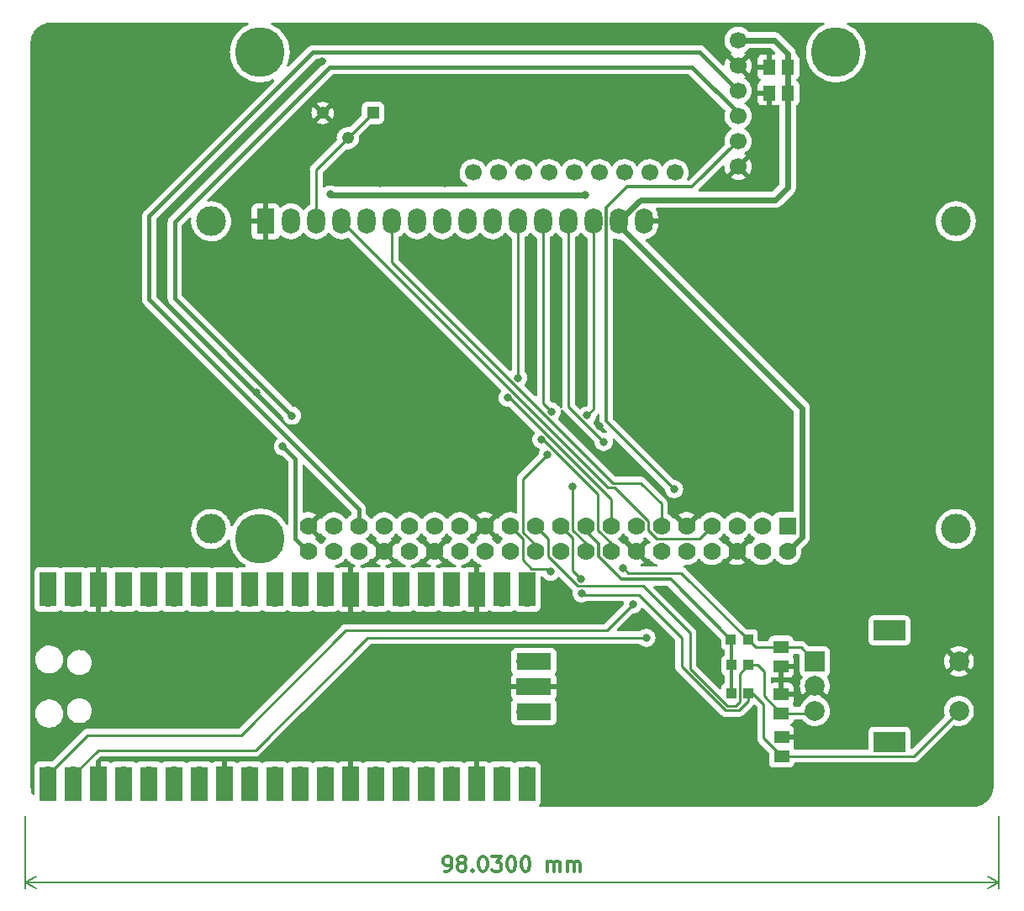
<source format=gbr>
%TF.GenerationSoftware,KiCad,Pcbnew,(6.0.7)*%
%TF.CreationDate,2022-10-15T00:00:42+09:00*%
%TF.ProjectId,minidexed shield,6d696e69-6465-4786-9564-20736869656c,rev?*%
%TF.SameCoordinates,Original*%
%TF.FileFunction,Copper,L1,Top*%
%TF.FilePolarity,Positive*%
%FSLAX46Y46*%
G04 Gerber Fmt 4.6, Leading zero omitted, Abs format (unit mm)*
G04 Created by KiCad (PCBNEW (6.0.7)) date 2022-10-15 00:00:42*
%MOMM*%
%LPD*%
G01*
G04 APERTURE LIST*
%ADD10C,0.300000*%
%TA.AperFunction,NonConductor*%
%ADD11C,0.300000*%
%TD*%
%TA.AperFunction,NonConductor*%
%ADD12C,0.200000*%
%TD*%
%TA.AperFunction,ComponentPad*%
%ADD13R,2.000000X2.000000*%
%TD*%
%TA.AperFunction,ComponentPad*%
%ADD14C,2.000000*%
%TD*%
%TA.AperFunction,ComponentPad*%
%ADD15R,3.200000X2.000000*%
%TD*%
%TA.AperFunction,SMDPad,CuDef*%
%ADD16R,1.500000X1.300000*%
%TD*%
%TA.AperFunction,SMDPad,CuDef*%
%ADD17R,1.000000X1.100000*%
%TD*%
%TA.AperFunction,SMDPad,CuDef*%
%ADD18R,1.300000X1.500000*%
%TD*%
%TA.AperFunction,ComponentPad*%
%ADD19C,3.000000*%
%TD*%
%TA.AperFunction,ComponentPad*%
%ADD20R,1.800000X2.600000*%
%TD*%
%TA.AperFunction,ComponentPad*%
%ADD21O,1.800000X2.600000*%
%TD*%
%TA.AperFunction,ComponentPad*%
%ADD22O,1.700000X1.700000*%
%TD*%
%TA.AperFunction,SMDPad,CuDef*%
%ADD23R,1.700000X3.500000*%
%TD*%
%TA.AperFunction,ComponentPad*%
%ADD24R,1.700000X1.700000*%
%TD*%
%TA.AperFunction,SMDPad,CuDef*%
%ADD25R,3.500000X1.700000*%
%TD*%
%TA.AperFunction,ComponentPad*%
%ADD26C,1.700000*%
%TD*%
%TA.AperFunction,ComponentPad*%
%ADD27R,1.222000X1.222000*%
%TD*%
%TA.AperFunction,ComponentPad*%
%ADD28C,1.222000*%
%TD*%
%TA.AperFunction,WasherPad*%
%ADD29C,5.000000*%
%TD*%
%TA.AperFunction,ComponentPad*%
%ADD30R,1.778000X1.778000*%
%TD*%
%TA.AperFunction,ComponentPad*%
%ADD31C,1.778000*%
%TD*%
%TA.AperFunction,ViaPad*%
%ADD32C,0.800000*%
%TD*%
%TA.AperFunction,Conductor*%
%ADD33C,0.300000*%
%TD*%
%TA.AperFunction,Conductor*%
%ADD34C,0.400000*%
%TD*%
%TA.AperFunction,Conductor*%
%ADD35C,0.600000*%
%TD*%
%TA.AperFunction,Conductor*%
%ADD36C,0.250000*%
%TD*%
%TA.AperFunction,Conductor*%
%ADD37C,0.350000*%
%TD*%
G04 APERTURE END LIST*
D10*
D11*
X135819285Y-145898571D02*
X136105000Y-145898571D01*
X136247857Y-145827142D01*
X136319285Y-145755714D01*
X136462142Y-145541428D01*
X136533571Y-145255714D01*
X136533571Y-144684285D01*
X136462142Y-144541428D01*
X136390714Y-144470000D01*
X136247857Y-144398571D01*
X135962142Y-144398571D01*
X135819285Y-144470000D01*
X135747857Y-144541428D01*
X135676428Y-144684285D01*
X135676428Y-145041428D01*
X135747857Y-145184285D01*
X135819285Y-145255714D01*
X135962142Y-145327142D01*
X136247857Y-145327142D01*
X136390714Y-145255714D01*
X136462142Y-145184285D01*
X136533571Y-145041428D01*
X137390714Y-145041428D02*
X137247857Y-144970000D01*
X137176428Y-144898571D01*
X137105000Y-144755714D01*
X137105000Y-144684285D01*
X137176428Y-144541428D01*
X137247857Y-144470000D01*
X137390714Y-144398571D01*
X137676428Y-144398571D01*
X137819285Y-144470000D01*
X137890714Y-144541428D01*
X137962142Y-144684285D01*
X137962142Y-144755714D01*
X137890714Y-144898571D01*
X137819285Y-144970000D01*
X137676428Y-145041428D01*
X137390714Y-145041428D01*
X137247857Y-145112857D01*
X137176428Y-145184285D01*
X137105000Y-145327142D01*
X137105000Y-145612857D01*
X137176428Y-145755714D01*
X137247857Y-145827142D01*
X137390714Y-145898571D01*
X137676428Y-145898571D01*
X137819285Y-145827142D01*
X137890714Y-145755714D01*
X137962142Y-145612857D01*
X137962142Y-145327142D01*
X137890714Y-145184285D01*
X137819285Y-145112857D01*
X137676428Y-145041428D01*
X138605000Y-145755714D02*
X138676428Y-145827142D01*
X138605000Y-145898571D01*
X138533571Y-145827142D01*
X138605000Y-145755714D01*
X138605000Y-145898571D01*
X139605000Y-144398571D02*
X139747857Y-144398571D01*
X139890714Y-144470000D01*
X139962142Y-144541428D01*
X140033571Y-144684285D01*
X140105000Y-144970000D01*
X140105000Y-145327142D01*
X140033571Y-145612857D01*
X139962142Y-145755714D01*
X139890714Y-145827142D01*
X139747857Y-145898571D01*
X139605000Y-145898571D01*
X139462142Y-145827142D01*
X139390714Y-145755714D01*
X139319285Y-145612857D01*
X139247857Y-145327142D01*
X139247857Y-144970000D01*
X139319285Y-144684285D01*
X139390714Y-144541428D01*
X139462142Y-144470000D01*
X139605000Y-144398571D01*
X140605000Y-144398571D02*
X141533571Y-144398571D01*
X141033571Y-144970000D01*
X141247857Y-144970000D01*
X141390714Y-145041428D01*
X141462142Y-145112857D01*
X141533571Y-145255714D01*
X141533571Y-145612857D01*
X141462142Y-145755714D01*
X141390714Y-145827142D01*
X141247857Y-145898571D01*
X140819285Y-145898571D01*
X140676428Y-145827142D01*
X140605000Y-145755714D01*
X142462142Y-144398571D02*
X142605000Y-144398571D01*
X142747857Y-144470000D01*
X142819285Y-144541428D01*
X142890714Y-144684285D01*
X142962142Y-144970000D01*
X142962142Y-145327142D01*
X142890714Y-145612857D01*
X142819285Y-145755714D01*
X142747857Y-145827142D01*
X142605000Y-145898571D01*
X142462142Y-145898571D01*
X142319285Y-145827142D01*
X142247857Y-145755714D01*
X142176428Y-145612857D01*
X142105000Y-145327142D01*
X142105000Y-144970000D01*
X142176428Y-144684285D01*
X142247857Y-144541428D01*
X142319285Y-144470000D01*
X142462142Y-144398571D01*
X143890714Y-144398571D02*
X144033571Y-144398571D01*
X144176428Y-144470000D01*
X144247857Y-144541428D01*
X144319285Y-144684285D01*
X144390714Y-144970000D01*
X144390714Y-145327142D01*
X144319285Y-145612857D01*
X144247857Y-145755714D01*
X144176428Y-145827142D01*
X144033571Y-145898571D01*
X143890714Y-145898571D01*
X143747857Y-145827142D01*
X143676428Y-145755714D01*
X143605000Y-145612857D01*
X143533571Y-145327142D01*
X143533571Y-144970000D01*
X143605000Y-144684285D01*
X143676428Y-144541428D01*
X143747857Y-144470000D01*
X143890714Y-144398571D01*
X146176428Y-145898571D02*
X146176428Y-144898571D01*
X146176428Y-145041428D02*
X146247857Y-144970000D01*
X146390714Y-144898571D01*
X146605000Y-144898571D01*
X146747857Y-144970000D01*
X146819285Y-145112857D01*
X146819285Y-145898571D01*
X146819285Y-145112857D02*
X146890714Y-144970000D01*
X147033571Y-144898571D01*
X147247857Y-144898571D01*
X147390714Y-144970000D01*
X147462142Y-145112857D01*
X147462142Y-145898571D01*
X148176428Y-145898571D02*
X148176428Y-144898571D01*
X148176428Y-145041428D02*
X148247857Y-144970000D01*
X148390714Y-144898571D01*
X148605000Y-144898571D01*
X148747857Y-144970000D01*
X148819285Y-145112857D01*
X148819285Y-145898571D01*
X148819285Y-145112857D02*
X148890714Y-144970000D01*
X149033571Y-144898571D01*
X149247857Y-144898571D01*
X149390714Y-144970000D01*
X149462142Y-145112857D01*
X149462142Y-145898571D01*
D12*
X93590000Y-140360000D02*
X93590000Y-147606420D01*
X191620000Y-140360000D02*
X191620000Y-147606420D01*
X93590000Y-147020000D02*
X191620000Y-147020000D01*
X93590000Y-147020000D02*
X191620000Y-147020000D01*
X93590000Y-147020000D02*
X94716504Y-147606421D01*
X93590000Y-147020000D02*
X94716504Y-146433579D01*
X191620000Y-147020000D02*
X190493496Y-146433579D01*
X191620000Y-147020000D02*
X190493496Y-147606421D01*
D13*
%TO.P,SW1,A,A*%
%TO.N,/enc clk*%
X173100000Y-124740000D03*
D14*
%TO.P,SW1,B,B*%
%TO.N,/enc dt*%
X173100000Y-129740000D03*
%TO.P,SW1,C,C*%
%TO.N,GND*%
X173100000Y-127240000D03*
D15*
%TO.P,SW1,MP*%
%TO.N,N/C*%
X180600000Y-121640000D03*
X180600000Y-132840000D03*
D14*
%TO.P,SW1,S1,S1*%
%TO.N,/enc sw*%
X187600000Y-129740000D03*
%TO.P,SW1,S2,S2*%
%TO.N,GND*%
X187600000Y-124740000D03*
%TD*%
D16*
%TO.P,C3,1*%
%TO.N,GND*%
X169700000Y-125220000D03*
%TO.P,C3,2*%
%TO.N,/enc clk*%
X169700000Y-123320000D03*
%TD*%
D17*
%TO.P,R1,1*%
%TO.N,+3.3V*%
X164690000Y-127950000D03*
%TO.P,R1,2*%
%TO.N,/enc sw*%
X166390000Y-127950000D03*
%TD*%
D18*
%TO.P,C4,1*%
%TO.N,GND*%
X168470000Y-67480000D03*
%TO.P,C4,2*%
%TO.N,+5V*%
X170370000Y-67480000D03*
%TD*%
D17*
%TO.P,R2,1*%
%TO.N,+3.3V*%
X164690000Y-125120000D03*
%TO.P,R2,2*%
%TO.N,/enc dt*%
X166390000Y-125120000D03*
%TD*%
D19*
%TO.P,DS1,*%
%TO.N,*%
X112290900Y-111400700D03*
X187289480Y-111400700D03*
X112290900Y-80400000D03*
X187290000Y-80400000D03*
D20*
%TO.P,DS1,1,VSS*%
%TO.N,GND*%
X117790000Y-80400000D03*
D21*
%TO.P,DS1,2,VDD*%
%TO.N,+5V*%
X120330000Y-80400000D03*
%TO.P,DS1,3,VO*%
%TO.N,Net-(DS1-Pad3)*%
X122870000Y-80400000D03*
%TO.P,DS1,4,RS*%
%TO.N,/LCD RS*%
X125410000Y-80400000D03*
%TO.P,DS1,5,R/W*%
%TO.N,GND*%
X127950000Y-80400000D03*
%TO.P,DS1,6,E*%
%TO.N,/LCD E*%
X130490000Y-80400000D03*
%TO.P,DS1,7,D0*%
%TO.N,unconnected-(DS1-Pad7)*%
X133030000Y-80400000D03*
%TO.P,DS1,8,D1*%
%TO.N,unconnected-(DS1-Pad8)*%
X135570000Y-80400000D03*
%TO.P,DS1,9,D2*%
%TO.N,unconnected-(DS1-Pad9)*%
X138110000Y-80400000D03*
%TO.P,DS1,10,D3*%
%TO.N,unconnected-(DS1-Pad10)*%
X140650000Y-80400000D03*
%TO.P,DS1,11,D4*%
%TO.N,/LCD D4*%
X143190000Y-80400000D03*
%TO.P,DS1,12,D5*%
%TO.N,/LCD D5*%
X145730000Y-80400000D03*
%TO.P,DS1,13,D6*%
%TO.N,/LCD D6*%
X148270000Y-80400000D03*
%TO.P,DS1,14,D7*%
%TO.N,/LCD D7*%
X150810000Y-80400000D03*
%TO.P,DS1,15,LED(+)*%
%TO.N,+5V*%
X153350000Y-80400000D03*
%TO.P,DS1,16,LED(-)*%
%TO.N,GND*%
X155890000Y-80400000D03*
%TD*%
D16*
%TO.P,C2,1*%
%TO.N,GND*%
X169700000Y-128060000D03*
%TO.P,C2,2*%
%TO.N,/enc dt*%
X169700000Y-129960000D03*
%TD*%
%TO.P,C1,1*%
%TO.N,GND*%
X169740000Y-132390000D03*
%TO.P,C1,2*%
%TO.N,/enc sw*%
X169740000Y-134290000D03*
%TD*%
D17*
%TO.P,R3,1*%
%TO.N,/enc clk*%
X166350000Y-122550000D03*
%TO.P,R3,2*%
%TO.N,+3.3V*%
X164650000Y-122550000D03*
%TD*%
D22*
%TO.P,U1,1,GPIO0*%
%TO.N,/midi in*%
X95870000Y-136170000D03*
D23*
X95870000Y-137070000D03*
%TO.P,U1,2,GPIO1*%
%TO.N,/midi out*%
X98410000Y-137070000D03*
D22*
X98410000Y-136170000D03*
D24*
%TO.P,U1,3,GND*%
%TO.N,GND*%
X100950000Y-136170000D03*
D23*
X100950000Y-137070000D03*
%TO.P,U1,4,GPIO2*%
%TO.N,unconnected-(U1-Pad4)*%
X103490000Y-137070000D03*
D22*
X103490000Y-136170000D03*
D23*
%TO.P,U1,5,GPIO3*%
%TO.N,unconnected-(U1-Pad5)*%
X106030000Y-137070000D03*
D22*
X106030000Y-136170000D03*
%TO.P,U1,6,GPIO4*%
%TO.N,unconnected-(U1-Pad6)*%
X108570000Y-136170000D03*
D23*
X108570000Y-137070000D03*
D22*
%TO.P,U1,7,GPIO5*%
%TO.N,unconnected-(U1-Pad7)*%
X111110000Y-136170000D03*
D23*
X111110000Y-137070000D03*
%TO.P,U1,8,GND*%
%TO.N,GND*%
X113650000Y-137070000D03*
D24*
X113650000Y-136170000D03*
D23*
%TO.P,U1,9,GPIO6*%
%TO.N,unconnected-(U1-Pad9)*%
X116190000Y-137070000D03*
D22*
X116190000Y-136170000D03*
%TO.P,U1,10,GPIO7*%
%TO.N,unconnected-(U1-Pad10)*%
X118730000Y-136170000D03*
D23*
X118730000Y-137070000D03*
%TO.P,U1,11,GPIO8*%
%TO.N,unconnected-(U1-Pad11)*%
X121270000Y-137070000D03*
D22*
X121270000Y-136170000D03*
D23*
%TO.P,U1,12,GPIO9*%
%TO.N,unconnected-(U1-Pad12)*%
X123810000Y-137070000D03*
D22*
X123810000Y-136170000D03*
D23*
%TO.P,U1,13,GND*%
%TO.N,GND*%
X126350000Y-137070000D03*
D24*
X126350000Y-136170000D03*
D23*
%TO.P,U1,14,GPIO10*%
%TO.N,unconnected-(U1-Pad14)*%
X128890000Y-137070000D03*
D22*
X128890000Y-136170000D03*
%TO.P,U1,15,GPIO11*%
%TO.N,unconnected-(U1-Pad15)*%
X131430000Y-136170000D03*
D23*
X131430000Y-137070000D03*
D22*
%TO.P,U1,16,GPIO12*%
%TO.N,unconnected-(U1-Pad16)*%
X133970000Y-136170000D03*
D23*
X133970000Y-137070000D03*
%TO.P,U1,17,GPIO13*%
%TO.N,unconnected-(U1-Pad17)*%
X136510000Y-137070000D03*
D22*
X136510000Y-136170000D03*
D24*
%TO.P,U1,18,GND*%
%TO.N,GND*%
X139050000Y-136170000D03*
D23*
X139050000Y-137070000D03*
%TO.P,U1,19,GPIO14*%
%TO.N,unconnected-(U1-Pad19)*%
X141590000Y-137070000D03*
D22*
X141590000Y-136170000D03*
%TO.P,U1,20,GPIO15*%
%TO.N,unconnected-(U1-Pad20)*%
X144130000Y-136170000D03*
D23*
X144130000Y-137070000D03*
%TO.P,U1,21,GPIO16*%
%TO.N,unconnected-(U1-Pad21)*%
X144130000Y-117490000D03*
D22*
X144130000Y-118390000D03*
D23*
%TO.P,U1,22,GPIO17*%
%TO.N,unconnected-(U1-Pad22)*%
X141590000Y-117490000D03*
D22*
X141590000Y-118390000D03*
D23*
%TO.P,U1,23,GND*%
%TO.N,GND*%
X139050000Y-117490000D03*
D24*
X139050000Y-118390000D03*
D22*
%TO.P,U1,24,GPIO18*%
%TO.N,unconnected-(U1-Pad24)*%
X136510000Y-118390000D03*
D23*
X136510000Y-117490000D03*
%TO.P,U1,25,GPIO19*%
%TO.N,unconnected-(U1-Pad25)*%
X133970000Y-117490000D03*
D22*
X133970000Y-118390000D03*
%TO.P,U1,26,GPIO20*%
%TO.N,unconnected-(U1-Pad26)*%
X131430000Y-118390000D03*
D23*
X131430000Y-117490000D03*
%TO.P,U1,27,GPIO21*%
%TO.N,unconnected-(U1-Pad27)*%
X128890000Y-117490000D03*
D22*
X128890000Y-118390000D03*
D24*
%TO.P,U1,28,GND*%
%TO.N,GND*%
X126350000Y-118390000D03*
D23*
X126350000Y-117490000D03*
%TO.P,U1,29,GPIO22*%
%TO.N,unconnected-(U1-Pad29)*%
X123810000Y-117490000D03*
D22*
X123810000Y-118390000D03*
D23*
%TO.P,U1,30,RUN*%
%TO.N,unconnected-(U1-Pad30)*%
X121270000Y-117490000D03*
D22*
X121270000Y-118390000D03*
D23*
%TO.P,U1,31,GPIO26_ADC0*%
%TO.N,unconnected-(U1-Pad31)*%
X118730000Y-117490000D03*
D22*
X118730000Y-118390000D03*
D23*
%TO.P,U1,32,GPIO27_ADC1*%
%TO.N,unconnected-(U1-Pad32)*%
X116190000Y-117490000D03*
D22*
X116190000Y-118390000D03*
D24*
%TO.P,U1,33,AGND*%
%TO.N,unconnected-(U1-Pad33)*%
X113650000Y-118390000D03*
D23*
X113650000Y-117490000D03*
%TO.P,U1,34,GPIO28_ADC2*%
%TO.N,unconnected-(U1-Pad34)*%
X111110000Y-117490000D03*
D22*
X111110000Y-118390000D03*
%TO.P,U1,35,ADC_VREF*%
%TO.N,unconnected-(U1-Pad35)*%
X108570000Y-118390000D03*
D23*
X108570000Y-117490000D03*
D22*
%TO.P,U1,36,3V3*%
%TO.N,unconnected-(U1-Pad36)*%
X106030000Y-118390000D03*
D23*
X106030000Y-117490000D03*
%TO.P,U1,37,3V3_EN*%
%TO.N,unconnected-(U1-Pad37)*%
X103490000Y-117490000D03*
D22*
X103490000Y-118390000D03*
D24*
%TO.P,U1,38,GND*%
%TO.N,GND*%
X100950000Y-118390000D03*
D23*
X100950000Y-117490000D03*
D22*
%TO.P,U1,39,VSYS*%
%TO.N,unconnected-(U1-Pad39)*%
X98410000Y-118390000D03*
D23*
X98410000Y-117490000D03*
D22*
%TO.P,U1,40,VBUS*%
%TO.N,unconnected-(U1-Pad40)*%
X95870000Y-118390000D03*
D23*
X95870000Y-117490000D03*
D22*
%TO.P,U1,41,SWCLK*%
%TO.N,unconnected-(U1-Pad41)*%
X143900000Y-129820000D03*
D25*
X144800000Y-129820000D03*
D24*
%TO.P,U1,42,GND*%
%TO.N,GND*%
X143900000Y-127280000D03*
D25*
X144800000Y-127280000D03*
%TO.P,U1,43,SWDIO*%
%TO.N,unconnected-(U1-Pad43)*%
X144800000Y-124740000D03*
D22*
X143900000Y-124740000D03*
%TD*%
D26*
%TO.P,A1,1,SCK*%
%TO.N,GND*%
X165355000Y-74860000D03*
%TO.P,A1,2,BCK*%
%TO.N,/DAC BCK*%
X165355000Y-72320000D03*
%TO.P,A1,3,DIN*%
%TO.N,/DAC DIN*%
X165355000Y-69780000D03*
%TO.P,A1,4,LCK*%
%TO.N,/DAC LCK*%
X165355000Y-67240000D03*
%TO.P,A1,5,GND*%
%TO.N,GND*%
X165355000Y-64700000D03*
%TO.P,A1,6,VIN*%
%TO.N,+5V*%
X165355000Y-62160000D03*
%TO.P,A1,7,LOUT*%
%TO.N,unconnected-(A1-Pad7)*%
X138685000Y-75495000D03*
%TO.P,A1,8,AGND*%
%TO.N,unconnected-(A1-Pad8)*%
X141225000Y-75495000D03*
%TO.P,A1,9,ROUT*%
%TO.N,unconnected-(A1-Pad9)*%
X143765000Y-75495000D03*
%TO.P,A1,10,AGND*%
%TO.N,unconnected-(A1-Pad10)*%
X146305000Y-75495000D03*
%TO.P,A1,11,A3V3*%
%TO.N,unconnected-(A1-Pad11)*%
X148845000Y-75495000D03*
%TO.P,A1,12,FMT*%
%TO.N,unconnected-(A1-Pad12)*%
X151385000Y-75495000D03*
%TO.P,A1,13,XSMT*%
%TO.N,unconnected-(A1-Pad13)*%
X153925000Y-75495000D03*
%TO.P,A1,14,DEMP*%
%TO.N,unconnected-(A1-Pad14)*%
X156465000Y-75495000D03*
%TO.P,A1,15,FLT*%
%TO.N,unconnected-(A1-Pad15)*%
X159005000Y-75495000D03*
%TD*%
D27*
%TO.P,RV1,1,1*%
%TO.N,Net-(DS1-Pad3)*%
X128600000Y-69490000D03*
D28*
%TO.P,RV1,2,2*%
X126060000Y-72030000D03*
%TO.P,RV1,3,3*%
%TO.N,GND*%
X123520000Y-69490000D03*
%TD*%
D29*
%TO.P,X1,*%
%TO.N,*%
X117200000Y-63380000D03*
X175200000Y-63380000D03*
X117200000Y-112380000D03*
D30*
%TO.P,X1,1,3V3A*%
%TO.N,unconnected-(X1-Pad1)*%
X170330000Y-111110000D03*
D31*
%TO.P,X1,2,5V0A*%
%TO.N,+5V*%
X170330000Y-113650000D03*
%TO.P,X1,3,SDA*%
%TO.N,unconnected-(X1-Pad3)*%
X167790000Y-111110000D03*
%TO.P,X1,4,5V0B*%
%TO.N,unconnected-(X1-Pad4)*%
X167790000Y-113650000D03*
%TO.P,X1,5,SCL*%
%TO.N,unconnected-(X1-Pad5)*%
X165250000Y-111110000D03*
%TO.P,X1,6,GND_A*%
%TO.N,GND*%
X165250000Y-113650000D03*
%TO.P,X1,7,GPIO04*%
%TO.N,/LCD RS*%
X162710000Y-111110000D03*
%TO.P,X1,8,TXD*%
%TO.N,/midi out*%
X162710000Y-113650000D03*
%TO.P,X1,9,GND_B*%
%TO.N,GND*%
X160170000Y-111110000D03*
%TO.P,X1,10,RXD*%
%TO.N,/midi in*%
X160170000Y-113650000D03*
%TO.P,X1,11,GPIO17*%
%TO.N,/LCD E*%
X157630000Y-111110000D03*
%TO.P,X1,12,GPIO18*%
%TO.N,/DAC BCK*%
X157630000Y-113650000D03*
%TO.P,X1,13,GPIO27*%
%TO.N,unconnected-(X1-Pad13)*%
X155090000Y-111110000D03*
%TO.P,X1,14,GND_C*%
%TO.N,GND*%
X155090000Y-113650000D03*
%TO.P,X1,15,GPIO22*%
%TO.N,/LCD D4*%
X152550000Y-111110000D03*
%TO.P,X1,16,GPIO23*%
%TO.N,/LCD D5*%
X152550000Y-113650000D03*
%TO.P,X1,17,3V3B*%
%TO.N,+3.3V*%
X150010000Y-111110000D03*
%TO.P,X1,18,GPIO24*%
%TO.N,/LCD D6*%
X150010000Y-113650000D03*
%TO.P,X1,19,SPI_MOSI*%
%TO.N,/enc sw*%
X147470000Y-111110000D03*
%TO.P,X1,20,GND_D*%
%TO.N,GND*%
X147470000Y-113650000D03*
%TO.P,X1,21,SPI_MISO*%
%TO.N,/enc dt*%
X144930000Y-111110000D03*
%TO.P,X1,22,GPIO25*%
%TO.N,/LCD D7*%
X144930000Y-113650000D03*
%TO.P,X1,23,SPI_SCLK*%
%TO.N,/enc clk*%
X142390000Y-111110000D03*
%TO.P,X1,24,SPI_CE0*%
%TO.N,unconnected-(X1-Pad24)*%
X142390000Y-113650000D03*
%TO.P,X1,25,GND_E*%
%TO.N,GND*%
X139850000Y-111110000D03*
%TO.P,X1,26,SPI_CE1*%
%TO.N,unconnected-(X1-Pad26)*%
X139850000Y-113650000D03*
%TO.P,X1,27,ID_SD*%
%TO.N,unconnected-(X1-Pad27)*%
X137310000Y-111110000D03*
%TO.P,X1,28,ID_SC*%
%TO.N,unconnected-(X1-Pad28)*%
X137310000Y-113650000D03*
%TO.P,X1,29,GPIO05*%
%TO.N,unconnected-(X1-Pad29)*%
X134770000Y-111110000D03*
%TO.P,X1,30,GND_F*%
%TO.N,GND*%
X134770000Y-113650000D03*
%TO.P,X1,31,GPIO06*%
%TO.N,unconnected-(X1-Pad31)*%
X132230000Y-111110000D03*
%TO.P,X1,32,GPIO12*%
%TO.N,unconnected-(X1-Pad32)*%
X132230000Y-113650000D03*
%TO.P,X1,33,GPIO13*%
%TO.N,unconnected-(X1-Pad33)*%
X129690000Y-111110000D03*
%TO.P,X1,34,GND_G*%
%TO.N,GND*%
X129690000Y-113650000D03*
%TO.P,X1,35,GPIO19*%
%TO.N,/DAC LCK*%
X127150000Y-111110000D03*
%TO.P,X1,36,GPIO16*%
%TO.N,unconnected-(X1-Pad36)*%
X127150000Y-113650000D03*
%TO.P,X1,37,GPIO26*%
%TO.N,unconnected-(X1-Pad37)*%
X124610000Y-111110000D03*
%TO.P,X1,38,GPIO20*%
%TO.N,unconnected-(X1-Pad38)*%
X124610000Y-113650000D03*
%TO.P,X1,39,GND_H*%
%TO.N,GND*%
X122070000Y-111110000D03*
%TO.P,X1,40,GPIO21*%
%TO.N,/DAC DIN*%
X122070000Y-113650000D03*
%TD*%
D18*
%TO.P,C5,1*%
%TO.N,GND*%
X168470000Y-64860000D03*
%TO.P,C5,2*%
%TO.N,+5V*%
X170370000Y-64860000D03*
%TD*%
D32*
%TO.N,GND*%
X151430000Y-101080000D03*
X118850000Y-133780000D03*
X147780000Y-66510000D03*
X187960000Y-132420000D03*
X107330000Y-87570000D03*
X187910000Y-137790000D03*
X169240000Y-94230000D03*
X158070000Y-123280000D03*
X171590000Y-79140000D03*
X135800000Y-76560000D03*
X116870000Y-97640000D03*
X188020000Y-115040000D03*
X173420000Y-108920000D03*
X142010000Y-83080000D03*
X138140000Y-123620000D03*
X110100000Y-87380000D03*
X175420000Y-138500000D03*
X144770000Y-61660000D03*
X150760000Y-123650000D03*
X173410000Y-100040000D03*
X128540000Y-109080000D03*
X146830000Y-138480000D03*
X122870000Y-121910000D03*
X161070000Y-138500000D03*
X103900000Y-89010000D03*
X95470000Y-133840000D03*
X96010000Y-61590000D03*
X171590000Y-61320000D03*
X125600000Y-82970000D03*
X161340000Y-86420000D03*
X127200000Y-61660000D03*
X134990000Y-91950000D03*
X144540000Y-83120000D03*
X164570000Y-131130000D03*
X172530000Y-114110000D03*
X147150000Y-83140000D03*
X107350000Y-80540000D03*
X143780000Y-101700000D03*
X160790000Y-61660000D03*
X160440000Y-128450000D03*
X187930000Y-76790000D03*
X129070000Y-123680000D03*
X103900000Y-79160000D03*
X119620000Y-97010000D03*
X163250000Y-79910000D03*
X129300000Y-76530000D03*
X172020000Y-73300000D03*
X124520000Y-75850000D03*
X149690000Y-83170000D03*
X134430000Y-83030000D03*
X114600000Y-130550000D03*
X142210000Y-107670000D03*
X187930000Y-83560000D03*
X163190000Y-126360000D03*
X124980000Y-128150000D03*
X95370000Y-120680000D03*
X132550000Y-66510000D03*
X161070000Y-115470000D03*
X110130000Y-81980000D03*
X159930000Y-66560000D03*
X187910000Y-61450000D03*
X170290000Y-108890000D03*
X153460000Y-99970000D03*
X154670000Y-121050000D03*
X169950000Y-99930000D03*
X118950000Y-105280000D03*
X172240000Y-65510000D03*
X119440000Y-108940000D03*
X158170000Y-117860000D03*
X160390000Y-120110000D03*
X123490000Y-64260000D03*
X146960000Y-117530000D03*
X153550000Y-83270000D03*
X151990000Y-119740000D03*
X188020000Y-107940000D03*
X110310000Y-61590000D03*
X132380000Y-120390000D03*
%TO.N,/DAC BCK*%
X158920000Y-107390000D03*
%TO.N,/DAC DIN*%
X120440000Y-100000000D03*
X119520000Y-103100000D03*
%TO.N,+5V*%
X124290000Y-77710000D03*
X149980000Y-77760000D03*
%TO.N,/enc sw*%
X149522298Y-116425500D03*
X149590000Y-117874500D03*
%TO.N,/enc clk*%
X153780000Y-115370000D03*
X146480000Y-115720000D03*
%TO.N,/LCD D4*%
X142162700Y-98177300D03*
X143197299Y-96182701D03*
%TO.N,/LCD D5*%
X146582299Y-99567701D03*
X145517700Y-102392300D03*
%TO.N,/LCD D6*%
X151820000Y-102640000D03*
X148700000Y-107100000D03*
%TO.N,/LCD D7*%
X150172299Y-99967701D03*
X146186571Y-103901170D03*
%TO.N,/midi in*%
X154770000Y-119010000D03*
%TO.N,/midi out*%
X156130000Y-122360000D03*
%TD*%
D33*
%TO.N,/DAC BCK*%
X160735000Y-76940000D02*
X165355000Y-72320000D01*
X152100000Y-79040000D02*
X154200000Y-76940000D01*
X158920000Y-107390000D02*
X152100000Y-100570000D01*
X154200000Y-76940000D02*
X160735000Y-76940000D01*
X152100000Y-100570000D02*
X152100000Y-79040000D01*
D34*
%TO.N,/DAC DIN*%
X160750000Y-64890000D02*
X124230000Y-64890000D01*
X108630000Y-80490000D02*
X108630000Y-88190000D01*
X120781000Y-104361000D02*
X119520000Y-103100000D01*
X124230000Y-64890000D02*
X108740000Y-80380000D01*
X108630000Y-88190000D02*
X120440000Y-100000000D01*
X165355000Y-69780000D02*
X165355000Y-69495000D01*
X120781000Y-112361000D02*
X120781000Y-104361000D01*
X165355000Y-69495000D02*
X160750000Y-64890000D01*
X108740000Y-80380000D02*
X108630000Y-80490000D01*
X122070000Y-113650000D02*
X120781000Y-112361000D01*
%TO.N,/DAC LCK*%
X165355000Y-67240000D02*
X161475000Y-63360000D01*
X106050000Y-79880000D02*
X106050000Y-88290000D01*
X106050000Y-88290000D02*
X127150000Y-109390000D01*
X127150000Y-109390000D02*
X127150000Y-111110000D01*
X161475000Y-63360000D02*
X122570000Y-63360000D01*
X122570000Y-63360000D02*
X106050000Y-79880000D01*
D35*
%TO.N,+5V*%
X171780000Y-99230000D02*
X171780000Y-112200000D01*
X170370000Y-64860000D02*
X170370000Y-67480000D01*
X170370000Y-67480000D02*
X170370000Y-76990000D01*
X171780000Y-112200000D02*
X170330000Y-113650000D01*
X170370000Y-76990000D02*
X169130000Y-78230000D01*
X155520000Y-78230000D02*
X153350000Y-80400000D01*
X149980000Y-77760000D02*
X124340000Y-77760000D01*
X153350000Y-80800000D02*
X171780000Y-99230000D01*
X153350000Y-80400000D02*
X153350000Y-80800000D01*
X169020000Y-62160000D02*
X165355000Y-62160000D01*
X124340000Y-77760000D02*
X124290000Y-77710000D01*
X170370000Y-63510000D02*
X169020000Y-62160000D01*
X170370000Y-64860000D02*
X170370000Y-63510000D01*
X169130000Y-78230000D02*
X155520000Y-78230000D01*
D36*
%TO.N,/enc sw*%
X166390000Y-127950000D02*
X166840000Y-127950000D01*
X166390000Y-128750000D02*
X166390000Y-127950000D01*
X149765500Y-118050000D02*
X155350000Y-118050000D01*
X164083604Y-129680000D02*
X165460000Y-129680000D01*
X148700000Y-112340000D02*
X147470000Y-111110000D01*
X148700000Y-115603202D02*
X148700000Y-112340000D01*
X165460000Y-129680000D02*
X166390000Y-128750000D01*
X167940000Y-129050000D02*
X167940000Y-132490000D01*
X155350000Y-118050000D02*
X159660000Y-122360000D01*
X159660000Y-122360000D02*
X159660000Y-125256396D01*
X149522298Y-116425500D02*
X148700000Y-115603202D01*
X187600000Y-129740000D02*
X183050000Y-134290000D01*
X166840000Y-127950000D02*
X167940000Y-129050000D01*
X149590000Y-117874500D02*
X149765500Y-118050000D01*
X167940000Y-132490000D02*
X169740000Y-134290000D01*
X159660000Y-125256396D02*
X164083604Y-129680000D01*
X183050000Y-134290000D02*
X169740000Y-134290000D01*
%TO.N,/enc dt*%
X160520000Y-121900000D02*
X160520000Y-125480000D01*
X164270000Y-129230000D02*
X165110000Y-129230000D01*
X160520000Y-125480000D02*
X164270000Y-129230000D01*
X144930000Y-111110000D02*
X146204278Y-112384278D01*
X155770000Y-117150000D02*
X160520000Y-121900000D01*
X165515000Y-125995000D02*
X166390000Y-125120000D01*
X165110000Y-129230000D02*
X165515000Y-128825000D01*
X168000000Y-128260000D02*
X169700000Y-129960000D01*
X169700000Y-129960000D02*
X172880000Y-129960000D01*
X172880000Y-129960000D02*
X173100000Y-129740000D01*
X165515000Y-128825000D02*
X165515000Y-125995000D01*
X146204278Y-114174280D02*
X149179998Y-117150000D01*
X146204278Y-112384278D02*
X146204278Y-114174280D01*
X149179998Y-117150000D02*
X155770000Y-117150000D01*
X166390000Y-125120000D02*
X167360000Y-125120000D01*
X168000000Y-125760000D02*
X168000000Y-128260000D01*
X167360000Y-125120000D02*
X168000000Y-125760000D01*
%TO.N,/enc clk*%
X146175000Y-115415000D02*
X144565000Y-115415000D01*
X173100000Y-124740000D02*
X171680000Y-123320000D01*
X169700000Y-123320000D02*
X167120000Y-123320000D01*
X153850000Y-115370000D02*
X153780000Y-115370000D01*
X166350000Y-122550000D02*
X159640000Y-115840000D01*
X159640000Y-115840000D02*
X154320000Y-115840000D01*
X143695001Y-114545001D02*
X143695001Y-112415001D01*
X154320000Y-115840000D02*
X153850000Y-115370000D01*
X144565000Y-115415000D02*
X143695001Y-114545001D01*
X143695001Y-112415001D02*
X142390000Y-111110000D01*
X171680000Y-123320000D02*
X169700000Y-123320000D01*
X167120000Y-123320000D02*
X166350000Y-122550000D01*
X146480000Y-115720000D02*
X146175000Y-115415000D01*
%TO.N,Net-(DS1-Pad3)*%
X128600000Y-69490000D02*
X122880000Y-75210000D01*
X122880000Y-75210000D02*
X122870000Y-75210000D01*
X122870000Y-80400000D02*
X122870000Y-75210000D01*
%TO.N,/LCD RS*%
X152936856Y-107240000D02*
X152250000Y-107240000D01*
X161435722Y-112384278D02*
X157134278Y-112384278D01*
X162710000Y-111110000D02*
X161435722Y-112384278D01*
X156304000Y-111554000D02*
X156304000Y-110607144D01*
X156304000Y-110607144D02*
X152936856Y-107240000D01*
X157134278Y-112384278D02*
X156304000Y-111554000D01*
X152250000Y-107240000D02*
X125410000Y-80400000D01*
%TO.N,/LCD E*%
X155550000Y-106780000D02*
X152770000Y-106780000D01*
X157630000Y-108860000D02*
X155550000Y-106780000D01*
X157630000Y-111110000D02*
X157630000Y-108860000D01*
X130490000Y-84500000D02*
X130490000Y-80400000D01*
X152770000Y-106780000D02*
X130490000Y-84500000D01*
%TO.N,/LCD D4*%
X142327300Y-98177300D02*
X152550000Y-108400000D01*
X143197299Y-95707299D02*
X143190000Y-95700000D01*
X152550000Y-108400000D02*
X152550000Y-111110000D01*
X142162700Y-98177300D02*
X142327300Y-98177300D01*
X143190000Y-95700000D02*
X143190000Y-80400000D01*
X143197299Y-96182701D02*
X143197299Y-95707299D01*
%TO.N,/LCD D5*%
X146582299Y-99567701D02*
X145730000Y-98715402D01*
X152550000Y-112826856D02*
X151224000Y-111500856D01*
X145730000Y-98715402D02*
X145730000Y-80400000D01*
X151224000Y-107914000D02*
X146480000Y-103170000D01*
X151224000Y-111500856D02*
X151224000Y-107914000D01*
X152550000Y-113650000D02*
X152550000Y-112826856D01*
X145702300Y-102392300D02*
X145517700Y-102392300D01*
X146480000Y-103170000D02*
X145702300Y-102392300D01*
%TO.N,/LCD D6*%
X148270000Y-99090000D02*
X148270000Y-80400000D01*
X148700000Y-107100000D02*
X148700000Y-111516856D01*
X148700000Y-111516856D02*
X150010000Y-112826856D01*
X150010000Y-112826856D02*
X150010000Y-113650000D01*
X151820000Y-102640000D02*
X148270000Y-99090000D01*
%TO.N,/LCD D7*%
X143716000Y-111799604D02*
X144930000Y-113013604D01*
X144930000Y-113013604D02*
X144930000Y-113650000D01*
X150810000Y-99330000D02*
X150172299Y-99967701D01*
X150810000Y-80400000D02*
X150810000Y-99330000D01*
X146186571Y-103901170D02*
X143716000Y-106371741D01*
X143716000Y-106371741D02*
X143716000Y-111799604D01*
D37*
%TO.N,+3.3V*%
X164690000Y-122590000D02*
X164650000Y-122550000D01*
X158570000Y-116470000D02*
X153582434Y-116470000D01*
X150010000Y-111590000D02*
X150010000Y-111110000D01*
X153582434Y-116470000D02*
X151280000Y-114167566D01*
X164650000Y-122550000D02*
X158570000Y-116470000D01*
X164690000Y-127950000D02*
X164690000Y-122590000D01*
X151280000Y-112860000D02*
X150010000Y-111590000D01*
X151280000Y-114167566D02*
X151280000Y-112860000D01*
D36*
%TO.N,/midi in*%
X154770000Y-119010000D02*
X152160000Y-121620000D01*
X125860000Y-121620000D02*
X115300000Y-132180000D01*
X115300000Y-132180000D02*
X99860000Y-132180000D01*
X99860000Y-132180000D02*
X95870000Y-136170000D01*
X152160000Y-121620000D02*
X125860000Y-121620000D01*
%TO.N,/midi out*%
X98410000Y-136170000D02*
X100900000Y-133680000D01*
X100900000Y-133680000D02*
X116740000Y-133680000D01*
X128060000Y-122360000D02*
X156130000Y-122360000D01*
X116740000Y-133680000D02*
X128060000Y-122360000D01*
%TD*%
%TA.AperFunction,Conductor*%
%TO.N,GND*%
G36*
X189023972Y-60380001D02*
G01*
X189047663Y-60383691D01*
X189063957Y-60381561D01*
X189088529Y-60380768D01*
X189253394Y-60391576D01*
X189310862Y-60395344D01*
X189327203Y-60397496D01*
X189571617Y-60446118D01*
X189587536Y-60450383D01*
X189667164Y-60477414D01*
X189823537Y-60530498D01*
X189838755Y-60536802D01*
X190024901Y-60628602D01*
X190062268Y-60647030D01*
X190076532Y-60655265D01*
X190272287Y-60786069D01*
X190283751Y-60793729D01*
X190296825Y-60803762D01*
X190484187Y-60968076D01*
X190495842Y-60979731D01*
X190660163Y-61167108D01*
X190670195Y-61180182D01*
X190808650Y-61387396D01*
X190816889Y-61401666D01*
X190912152Y-61594843D01*
X190927113Y-61625182D01*
X190933419Y-61640407D01*
X190939134Y-61657241D01*
X191013525Y-61876393D01*
X191017790Y-61892310D01*
X191030443Y-61955921D01*
X191066410Y-62136741D01*
X191068561Y-62153082D01*
X191082677Y-62368461D01*
X191081691Y-62390614D01*
X191081639Y-62394853D01*
X191080258Y-62403724D01*
X191081422Y-62412626D01*
X191081422Y-62412628D01*
X191084385Y-62435283D01*
X191085449Y-62451621D01*
X191085449Y-137290633D01*
X191083949Y-137310018D01*
X191081639Y-137324851D01*
X191081639Y-137324855D01*
X191080258Y-137333724D01*
X191081422Y-137342626D01*
X191081422Y-137342629D01*
X191082388Y-137350012D01*
X191083182Y-137374591D01*
X191068609Y-137596925D01*
X191066458Y-137613265D01*
X191017838Y-137857699D01*
X191013573Y-137873617D01*
X190978246Y-137977689D01*
X190933464Y-138109613D01*
X190927160Y-138124832D01*
X190897222Y-138185543D01*
X190816935Y-138348351D01*
X190808695Y-138362624D01*
X190670232Y-138569852D01*
X190660204Y-138582922D01*
X190495874Y-138770307D01*
X190484230Y-138781950D01*
X190296851Y-138946280D01*
X190283776Y-138956313D01*
X190118568Y-139066705D01*
X190076565Y-139094771D01*
X190062294Y-139103011D01*
X189838773Y-139213243D01*
X189823555Y-139219547D01*
X189588837Y-139299227D01*
X189587556Y-139299662D01*
X189571637Y-139303927D01*
X189327201Y-139352553D01*
X189310865Y-139354704D01*
X189095920Y-139368797D01*
X189071837Y-139367724D01*
X189069088Y-139367691D01*
X189060215Y-139366309D01*
X189031194Y-139370104D01*
X189028659Y-139370436D01*
X189012319Y-139371500D01*
X187539602Y-139371500D01*
X187539597Y-139371499D01*
X187539581Y-139371499D01*
X187509141Y-139371500D01*
X187463487Y-139371500D01*
X187463479Y-139371501D01*
X187463471Y-139371501D01*
X187416425Y-139371503D01*
X145453042Y-139372881D01*
X145384922Y-139352881D01*
X145338427Y-139299227D01*
X145328321Y-139228953D01*
X145352213Y-139171316D01*
X145430615Y-139066705D01*
X145481745Y-138930316D01*
X145488500Y-138868134D01*
X145488500Y-136267856D01*
X145489578Y-136251409D01*
X145491092Y-136239908D01*
X145491529Y-136236590D01*
X145493156Y-136170000D01*
X145488924Y-136118524D01*
X145488500Y-136108200D01*
X145488500Y-135271866D01*
X145481745Y-135209684D01*
X145430615Y-135073295D01*
X145343261Y-134956739D01*
X145226705Y-134869385D01*
X145090316Y-134818255D01*
X145028134Y-134811500D01*
X144144985Y-134811500D01*
X144143446Y-134811491D01*
X144040081Y-134810228D01*
X144040079Y-134810228D01*
X144034911Y-134810165D01*
X144029797Y-134810948D01*
X144026289Y-134811193D01*
X144017496Y-134811500D01*
X143231866Y-134811500D01*
X143169684Y-134818255D01*
X143033295Y-134869385D01*
X142961753Y-134923003D01*
X142935565Y-134942630D01*
X142869059Y-134967478D01*
X142799676Y-134952425D01*
X142784435Y-134942630D01*
X142758247Y-134923003D01*
X142686705Y-134869385D01*
X142550316Y-134818255D01*
X142488134Y-134811500D01*
X141604985Y-134811500D01*
X141603446Y-134811491D01*
X141500081Y-134810228D01*
X141500079Y-134810228D01*
X141494911Y-134810165D01*
X141489797Y-134810948D01*
X141486289Y-134811193D01*
X141477496Y-134811500D01*
X140691866Y-134811500D01*
X140629684Y-134818255D01*
X140493295Y-134869385D01*
X140432402Y-134915022D01*
X140395148Y-134942942D01*
X140328642Y-134967790D01*
X140259259Y-134952737D01*
X140244018Y-134942942D01*
X140153649Y-134875214D01*
X140138054Y-134866676D01*
X140017606Y-134821522D01*
X140002351Y-134817895D01*
X139951486Y-134812369D01*
X139944672Y-134812000D01*
X139322115Y-134812000D01*
X139306876Y-134816475D01*
X139305671Y-134817865D01*
X139304000Y-134825548D01*
X139304000Y-137442000D01*
X139283998Y-137510121D01*
X139230342Y-137556614D01*
X139178000Y-137568000D01*
X138922000Y-137568000D01*
X138853879Y-137547998D01*
X138807386Y-137494342D01*
X138796000Y-137442000D01*
X138796000Y-134830116D01*
X138791525Y-134814877D01*
X138790135Y-134813672D01*
X138782452Y-134812001D01*
X138155331Y-134812001D01*
X138148510Y-134812371D01*
X138097648Y-134817895D01*
X138082396Y-134821521D01*
X137961946Y-134866676D01*
X137946351Y-134875214D01*
X137855982Y-134942942D01*
X137789475Y-134967790D01*
X137720093Y-134952737D01*
X137704852Y-134942942D01*
X137667598Y-134915022D01*
X137606705Y-134869385D01*
X137470316Y-134818255D01*
X137408134Y-134811500D01*
X136524985Y-134811500D01*
X136523446Y-134811491D01*
X136420081Y-134810228D01*
X136420079Y-134810228D01*
X136414911Y-134810165D01*
X136409797Y-134810948D01*
X136406289Y-134811193D01*
X136397496Y-134811500D01*
X135611866Y-134811500D01*
X135549684Y-134818255D01*
X135413295Y-134869385D01*
X135341753Y-134923003D01*
X135315565Y-134942630D01*
X135249059Y-134967478D01*
X135179676Y-134952425D01*
X135164435Y-134942630D01*
X135138247Y-134923003D01*
X135066705Y-134869385D01*
X134930316Y-134818255D01*
X134868134Y-134811500D01*
X133984985Y-134811500D01*
X133983446Y-134811491D01*
X133880081Y-134810228D01*
X133880079Y-134810228D01*
X133874911Y-134810165D01*
X133869797Y-134810948D01*
X133866289Y-134811193D01*
X133857496Y-134811500D01*
X133071866Y-134811500D01*
X133009684Y-134818255D01*
X132873295Y-134869385D01*
X132801753Y-134923003D01*
X132775565Y-134942630D01*
X132709059Y-134967478D01*
X132639676Y-134952425D01*
X132624435Y-134942630D01*
X132598247Y-134923003D01*
X132526705Y-134869385D01*
X132390316Y-134818255D01*
X132328134Y-134811500D01*
X131444985Y-134811500D01*
X131443446Y-134811491D01*
X131340081Y-134810228D01*
X131340079Y-134810228D01*
X131334911Y-134810165D01*
X131329797Y-134810948D01*
X131326289Y-134811193D01*
X131317496Y-134811500D01*
X130531866Y-134811500D01*
X130469684Y-134818255D01*
X130333295Y-134869385D01*
X130261753Y-134923003D01*
X130235565Y-134942630D01*
X130169059Y-134967478D01*
X130099676Y-134952425D01*
X130084435Y-134942630D01*
X130058247Y-134923003D01*
X129986705Y-134869385D01*
X129850316Y-134818255D01*
X129788134Y-134811500D01*
X128904985Y-134811500D01*
X128903446Y-134811491D01*
X128800081Y-134810228D01*
X128800079Y-134810228D01*
X128794911Y-134810165D01*
X128789797Y-134810948D01*
X128786289Y-134811193D01*
X128777496Y-134811500D01*
X127991866Y-134811500D01*
X127929684Y-134818255D01*
X127793295Y-134869385D01*
X127732402Y-134915022D01*
X127695148Y-134942942D01*
X127628642Y-134967790D01*
X127559259Y-134952737D01*
X127544018Y-134942942D01*
X127453649Y-134875214D01*
X127438054Y-134866676D01*
X127317606Y-134821522D01*
X127302351Y-134817895D01*
X127251486Y-134812369D01*
X127244672Y-134812000D01*
X126622115Y-134812000D01*
X126606876Y-134816475D01*
X126605671Y-134817865D01*
X126604000Y-134825548D01*
X126604000Y-137442000D01*
X126583998Y-137510121D01*
X126530342Y-137556614D01*
X126478000Y-137568000D01*
X126222000Y-137568000D01*
X126153879Y-137547998D01*
X126107386Y-137494342D01*
X126096000Y-137442000D01*
X126096000Y-134830116D01*
X126091525Y-134814877D01*
X126090135Y-134813672D01*
X126082452Y-134812001D01*
X125455331Y-134812001D01*
X125448510Y-134812371D01*
X125397648Y-134817895D01*
X125382396Y-134821521D01*
X125261946Y-134866676D01*
X125246351Y-134875214D01*
X125155982Y-134942942D01*
X125089475Y-134967790D01*
X125020093Y-134952737D01*
X125004852Y-134942942D01*
X124967598Y-134915022D01*
X124906705Y-134869385D01*
X124770316Y-134818255D01*
X124708134Y-134811500D01*
X123824985Y-134811500D01*
X123823446Y-134811491D01*
X123720081Y-134810228D01*
X123720079Y-134810228D01*
X123714911Y-134810165D01*
X123709797Y-134810948D01*
X123706289Y-134811193D01*
X123697496Y-134811500D01*
X122911866Y-134811500D01*
X122849684Y-134818255D01*
X122713295Y-134869385D01*
X122641753Y-134923003D01*
X122615565Y-134942630D01*
X122549059Y-134967478D01*
X122479676Y-134952425D01*
X122464435Y-134942630D01*
X122438247Y-134923003D01*
X122366705Y-134869385D01*
X122230316Y-134818255D01*
X122168134Y-134811500D01*
X121284985Y-134811500D01*
X121283446Y-134811491D01*
X121180081Y-134810228D01*
X121180079Y-134810228D01*
X121174911Y-134810165D01*
X121169797Y-134810948D01*
X121166289Y-134811193D01*
X121157496Y-134811500D01*
X120371866Y-134811500D01*
X120309684Y-134818255D01*
X120173295Y-134869385D01*
X120101753Y-134923003D01*
X120075565Y-134942630D01*
X120009059Y-134967478D01*
X119939676Y-134952425D01*
X119924435Y-134942630D01*
X119898247Y-134923003D01*
X119826705Y-134869385D01*
X119690316Y-134818255D01*
X119628134Y-134811500D01*
X118744985Y-134811500D01*
X118743446Y-134811491D01*
X118640081Y-134810228D01*
X118640079Y-134810228D01*
X118634911Y-134810165D01*
X118629797Y-134810948D01*
X118626289Y-134811193D01*
X118617496Y-134811500D01*
X117831866Y-134811500D01*
X117769684Y-134818255D01*
X117633295Y-134869385D01*
X117561753Y-134923003D01*
X117535565Y-134942630D01*
X117469059Y-134967478D01*
X117399676Y-134952425D01*
X117384435Y-134942630D01*
X117358247Y-134923003D01*
X117286705Y-134869385D01*
X117150316Y-134818255D01*
X117088134Y-134811500D01*
X116204985Y-134811500D01*
X116203446Y-134811491D01*
X116100081Y-134810228D01*
X116100079Y-134810228D01*
X116094911Y-134810165D01*
X116089797Y-134810948D01*
X116086289Y-134811193D01*
X116077496Y-134811500D01*
X115291866Y-134811500D01*
X115229684Y-134818255D01*
X115093295Y-134869385D01*
X115032402Y-134915022D01*
X114995148Y-134942942D01*
X114928642Y-134967790D01*
X114859259Y-134952737D01*
X114844018Y-134942942D01*
X114753649Y-134875214D01*
X114738054Y-134866676D01*
X114617606Y-134821522D01*
X114602351Y-134817895D01*
X114551486Y-134812369D01*
X114544672Y-134812000D01*
X113922115Y-134812000D01*
X113906876Y-134816475D01*
X113905671Y-134817865D01*
X113904000Y-134825548D01*
X113904000Y-137442000D01*
X113883998Y-137510121D01*
X113830342Y-137556614D01*
X113778000Y-137568000D01*
X113522000Y-137568000D01*
X113453879Y-137547998D01*
X113407386Y-137494342D01*
X113396000Y-137442000D01*
X113396000Y-134830116D01*
X113391525Y-134814877D01*
X113390135Y-134813672D01*
X113382452Y-134812001D01*
X112755331Y-134812001D01*
X112748510Y-134812371D01*
X112697648Y-134817895D01*
X112682396Y-134821521D01*
X112561946Y-134866676D01*
X112546351Y-134875214D01*
X112455982Y-134942942D01*
X112389475Y-134967790D01*
X112320093Y-134952737D01*
X112304852Y-134942942D01*
X112267598Y-134915022D01*
X112206705Y-134869385D01*
X112070316Y-134818255D01*
X112008134Y-134811500D01*
X111124985Y-134811500D01*
X111123446Y-134811491D01*
X111020081Y-134810228D01*
X111020079Y-134810228D01*
X111014911Y-134810165D01*
X111009797Y-134810948D01*
X111006289Y-134811193D01*
X110997496Y-134811500D01*
X110211866Y-134811500D01*
X110149684Y-134818255D01*
X110013295Y-134869385D01*
X109941753Y-134923003D01*
X109915565Y-134942630D01*
X109849059Y-134967478D01*
X109779676Y-134952425D01*
X109764435Y-134942630D01*
X109738247Y-134923003D01*
X109666705Y-134869385D01*
X109530316Y-134818255D01*
X109468134Y-134811500D01*
X108584985Y-134811500D01*
X108583446Y-134811491D01*
X108480081Y-134810228D01*
X108480079Y-134810228D01*
X108474911Y-134810165D01*
X108469797Y-134810948D01*
X108466289Y-134811193D01*
X108457496Y-134811500D01*
X107671866Y-134811500D01*
X107609684Y-134818255D01*
X107473295Y-134869385D01*
X107401753Y-134923003D01*
X107375565Y-134942630D01*
X107309059Y-134967478D01*
X107239676Y-134952425D01*
X107224435Y-134942630D01*
X107198247Y-134923003D01*
X107126705Y-134869385D01*
X106990316Y-134818255D01*
X106928134Y-134811500D01*
X106044985Y-134811500D01*
X106043446Y-134811491D01*
X105940081Y-134810228D01*
X105940079Y-134810228D01*
X105934911Y-134810165D01*
X105929797Y-134810948D01*
X105926289Y-134811193D01*
X105917496Y-134811500D01*
X105131866Y-134811500D01*
X105069684Y-134818255D01*
X104933295Y-134869385D01*
X104861753Y-134923003D01*
X104835565Y-134942630D01*
X104769059Y-134967478D01*
X104699676Y-134952425D01*
X104684435Y-134942630D01*
X104658247Y-134923003D01*
X104586705Y-134869385D01*
X104450316Y-134818255D01*
X104388134Y-134811500D01*
X103504985Y-134811500D01*
X103503446Y-134811491D01*
X103400081Y-134810228D01*
X103400079Y-134810228D01*
X103394911Y-134810165D01*
X103389797Y-134810948D01*
X103386289Y-134811193D01*
X103377496Y-134811500D01*
X102591866Y-134811500D01*
X102529684Y-134818255D01*
X102393295Y-134869385D01*
X102332402Y-134915022D01*
X102295148Y-134942942D01*
X102228642Y-134967790D01*
X102159259Y-134952737D01*
X102144018Y-134942942D01*
X102053649Y-134875214D01*
X102038054Y-134866676D01*
X101917606Y-134821522D01*
X101902351Y-134817895D01*
X101851486Y-134812369D01*
X101844672Y-134812000D01*
X101222115Y-134812000D01*
X101206876Y-134816475D01*
X101205671Y-134817865D01*
X101204000Y-134825548D01*
X101204000Y-137442000D01*
X101183998Y-137510121D01*
X101130342Y-137556614D01*
X101078000Y-137568000D01*
X100822000Y-137568000D01*
X100753879Y-137547998D01*
X100707386Y-137494342D01*
X100696000Y-137442000D01*
X100696000Y-134832095D01*
X100716002Y-134763974D01*
X100732905Y-134743000D01*
X101125500Y-134350405D01*
X101187812Y-134316379D01*
X101214595Y-134313500D01*
X116661233Y-134313500D01*
X116672416Y-134314027D01*
X116679909Y-134315702D01*
X116687835Y-134315453D01*
X116687836Y-134315453D01*
X116747986Y-134313562D01*
X116751945Y-134313500D01*
X116779856Y-134313500D01*
X116783791Y-134313003D01*
X116783856Y-134312995D01*
X116795693Y-134312062D01*
X116827951Y-134311048D01*
X116831970Y-134310922D01*
X116839889Y-134310673D01*
X116859343Y-134305021D01*
X116878700Y-134301013D01*
X116890930Y-134299468D01*
X116890931Y-134299468D01*
X116898797Y-134298474D01*
X116906168Y-134295555D01*
X116906170Y-134295555D01*
X116939912Y-134282196D01*
X116951142Y-134278351D01*
X116985983Y-134268229D01*
X116985984Y-134268229D01*
X116993593Y-134266018D01*
X117000412Y-134261985D01*
X117000417Y-134261983D01*
X117011028Y-134255707D01*
X117028776Y-134247012D01*
X117047617Y-134239552D01*
X117083387Y-134213564D01*
X117093307Y-134207048D01*
X117124535Y-134188580D01*
X117124538Y-134188578D01*
X117131362Y-134184542D01*
X117145683Y-134170221D01*
X117160717Y-134157380D01*
X117170694Y-134150131D01*
X117177107Y-134145472D01*
X117205298Y-134111395D01*
X117213288Y-134102616D01*
X121529209Y-129786695D01*
X142537251Y-129786695D01*
X142537548Y-129791848D01*
X142537548Y-129791851D01*
X142541291Y-129856763D01*
X142541500Y-129864016D01*
X142541500Y-130718134D01*
X142548255Y-130780316D01*
X142599385Y-130916705D01*
X142686739Y-131033261D01*
X142803295Y-131120615D01*
X142939684Y-131171745D01*
X143001866Y-131178500D01*
X143870826Y-131178500D01*
X143875443Y-131178585D01*
X143956673Y-131181564D01*
X143956677Y-131181564D01*
X143961837Y-131181753D01*
X143966957Y-131181097D01*
X143966959Y-131181097D01*
X143979261Y-131179521D01*
X143995271Y-131178500D01*
X146598134Y-131178500D01*
X146660316Y-131171745D01*
X146796705Y-131120615D01*
X146913261Y-131033261D01*
X147000615Y-130916705D01*
X147051745Y-130780316D01*
X147058500Y-130718134D01*
X147058500Y-128921866D01*
X147051745Y-128859684D01*
X147000615Y-128723295D01*
X146927058Y-128625148D01*
X146902210Y-128558642D01*
X146917263Y-128489259D01*
X146927058Y-128474018D01*
X146994786Y-128383649D01*
X147003324Y-128368054D01*
X147048478Y-128247606D01*
X147052105Y-128232351D01*
X147057631Y-128181486D01*
X147058000Y-128174672D01*
X147058000Y-127552115D01*
X147053525Y-127536876D01*
X147052135Y-127535671D01*
X147044452Y-127534000D01*
X142560116Y-127534000D01*
X142544877Y-127538475D01*
X142543672Y-127539865D01*
X142542001Y-127547548D01*
X142542001Y-128174669D01*
X142542371Y-128181490D01*
X142547895Y-128232352D01*
X142551521Y-128247604D01*
X142596676Y-128368054D01*
X142605214Y-128383649D01*
X142672942Y-128474018D01*
X142697790Y-128540525D01*
X142682737Y-128609907D01*
X142672942Y-128625148D01*
X142599385Y-128723295D01*
X142548255Y-128859684D01*
X142541500Y-128921866D01*
X142541500Y-129740219D01*
X142540787Y-129753607D01*
X142537251Y-129786695D01*
X121529209Y-129786695D01*
X126609209Y-124706695D01*
X142537251Y-124706695D01*
X142537548Y-124711848D01*
X142537548Y-124711851D01*
X142541291Y-124776763D01*
X142541500Y-124784016D01*
X142541500Y-125638134D01*
X142548255Y-125700316D01*
X142599385Y-125836705D01*
X142604771Y-125843891D01*
X142672942Y-125934852D01*
X142697790Y-126001358D01*
X142682737Y-126070741D01*
X142672942Y-126085982D01*
X142605214Y-126176351D01*
X142596676Y-126191946D01*
X142551522Y-126312394D01*
X142547895Y-126327649D01*
X142542369Y-126378514D01*
X142542000Y-126385328D01*
X142542000Y-127007885D01*
X142546475Y-127023124D01*
X142547865Y-127024329D01*
X142555548Y-127026000D01*
X147039884Y-127026000D01*
X147055123Y-127021525D01*
X147056328Y-127020135D01*
X147057999Y-127012452D01*
X147057999Y-126385331D01*
X147057629Y-126378510D01*
X147052105Y-126327648D01*
X147048479Y-126312396D01*
X147003324Y-126191946D01*
X146994786Y-126176351D01*
X146927058Y-126085982D01*
X146902210Y-126019475D01*
X146917263Y-125950093D01*
X146927058Y-125934852D01*
X146995229Y-125843891D01*
X147000615Y-125836705D01*
X147051745Y-125700316D01*
X147058500Y-125638134D01*
X147058500Y-123841866D01*
X147051745Y-123779684D01*
X147000615Y-123643295D01*
X146913261Y-123526739D01*
X146796705Y-123439385D01*
X146660316Y-123388255D01*
X146598134Y-123381500D01*
X143914985Y-123381500D01*
X143913446Y-123381491D01*
X143810081Y-123380228D01*
X143810079Y-123380228D01*
X143804911Y-123380165D01*
X143799797Y-123380948D01*
X143796289Y-123381193D01*
X143787496Y-123381500D01*
X143001866Y-123381500D01*
X142939684Y-123388255D01*
X142803295Y-123439385D01*
X142686739Y-123526739D01*
X142599385Y-123643295D01*
X142548255Y-123779684D01*
X142541500Y-123841866D01*
X142541500Y-124660219D01*
X142540787Y-124673607D01*
X142537251Y-124706695D01*
X126609209Y-124706695D01*
X128285499Y-123030405D01*
X128347811Y-122996379D01*
X128374594Y-122993500D01*
X155421800Y-122993500D01*
X155489921Y-123013502D01*
X155509147Y-123029843D01*
X155509420Y-123029540D01*
X155514332Y-123033963D01*
X155518747Y-123038866D01*
X155540329Y-123054546D01*
X155666065Y-123145899D01*
X155673248Y-123151118D01*
X155679276Y-123153802D01*
X155679278Y-123153803D01*
X155808864Y-123211498D01*
X155847712Y-123228794D01*
X155926646Y-123245572D01*
X156028056Y-123267128D01*
X156028061Y-123267128D01*
X156034513Y-123268500D01*
X156225487Y-123268500D01*
X156231939Y-123267128D01*
X156231944Y-123267128D01*
X156333354Y-123245572D01*
X156412288Y-123228794D01*
X156451136Y-123211498D01*
X156580722Y-123153803D01*
X156580724Y-123153802D01*
X156586752Y-123151118D01*
X156593936Y-123145899D01*
X156642157Y-123110864D01*
X156741253Y-123038866D01*
X156773312Y-123003261D01*
X156864621Y-122901852D01*
X156864622Y-122901851D01*
X156869040Y-122896944D01*
X156928676Y-122793652D01*
X156961223Y-122737279D01*
X156961224Y-122737278D01*
X156964527Y-122731556D01*
X157023542Y-122549928D01*
X157025267Y-122533522D01*
X157042814Y-122366565D01*
X157043504Y-122360000D01*
X157023542Y-122170072D01*
X156964527Y-121988444D01*
X156945382Y-121955283D01*
X156888190Y-121856225D01*
X156869040Y-121823056D01*
X156848380Y-121800110D01*
X156745675Y-121686045D01*
X156745674Y-121686044D01*
X156741253Y-121681134D01*
X156586752Y-121568882D01*
X156580724Y-121566198D01*
X156580722Y-121566197D01*
X156418319Y-121493891D01*
X156418318Y-121493891D01*
X156412288Y-121491206D01*
X156318888Y-121471353D01*
X156231944Y-121452872D01*
X156231939Y-121452872D01*
X156225487Y-121451500D01*
X156034513Y-121451500D01*
X156028061Y-121452872D01*
X156028056Y-121452872D01*
X155941112Y-121471353D01*
X155847712Y-121491206D01*
X155841682Y-121493891D01*
X155841681Y-121493891D01*
X155679278Y-121566197D01*
X155679276Y-121566198D01*
X155673248Y-121568882D01*
X155667907Y-121572762D01*
X155667906Y-121572763D01*
X155579851Y-121636739D01*
X155518747Y-121681134D01*
X155514332Y-121686037D01*
X155509420Y-121690460D01*
X155508295Y-121689211D01*
X155454986Y-121722051D01*
X155421800Y-121726500D01*
X153253594Y-121726500D01*
X153185473Y-121706498D01*
X153138980Y-121652842D01*
X153128876Y-121582568D01*
X153158370Y-121517988D01*
X153164499Y-121511405D01*
X154720499Y-119955405D01*
X154782811Y-119921379D01*
X154809594Y-119918500D01*
X154865487Y-119918500D01*
X154871939Y-119917128D01*
X154871944Y-119917128D01*
X154958888Y-119898647D01*
X155052288Y-119878794D01*
X155058319Y-119876109D01*
X155220722Y-119803803D01*
X155220724Y-119803802D01*
X155226752Y-119801118D01*
X155381253Y-119688866D01*
X155464797Y-119596081D01*
X155504621Y-119551852D01*
X155504622Y-119551851D01*
X155509040Y-119546944D01*
X155588721Y-119408933D01*
X155640104Y-119359940D01*
X155709818Y-119346505D01*
X155775729Y-119372892D01*
X155786935Y-119382839D01*
X158989595Y-122585499D01*
X159023621Y-122647811D01*
X159026500Y-122674594D01*
X159026500Y-125177629D01*
X159025973Y-125188812D01*
X159024298Y-125196305D01*
X159024547Y-125204231D01*
X159024547Y-125204232D01*
X159026438Y-125264382D01*
X159026500Y-125268341D01*
X159026500Y-125296252D01*
X159026997Y-125300186D01*
X159026997Y-125300187D01*
X159027005Y-125300252D01*
X159027938Y-125312089D01*
X159029327Y-125356285D01*
X159032916Y-125368638D01*
X159034978Y-125375735D01*
X159038987Y-125395096D01*
X159041526Y-125415193D01*
X159044445Y-125422564D01*
X159044445Y-125422566D01*
X159057804Y-125456308D01*
X159061649Y-125467538D01*
X159067202Y-125486653D01*
X159073982Y-125509989D01*
X159078015Y-125516808D01*
X159078017Y-125516813D01*
X159084293Y-125527424D01*
X159092988Y-125545172D01*
X159100448Y-125564013D01*
X159105110Y-125570429D01*
X159105110Y-125570430D01*
X159126436Y-125599783D01*
X159132952Y-125609703D01*
X159149387Y-125637492D01*
X159155458Y-125647758D01*
X159169779Y-125662079D01*
X159182619Y-125677112D01*
X159194528Y-125693503D01*
X159220171Y-125714717D01*
X159228605Y-125721694D01*
X159237384Y-125729684D01*
X163579952Y-130072253D01*
X163587492Y-130080539D01*
X163591604Y-130087018D01*
X163597381Y-130092443D01*
X163641255Y-130133643D01*
X163644097Y-130136398D01*
X163663834Y-130156135D01*
X163667031Y-130158615D01*
X163676051Y-130166318D01*
X163708283Y-130196586D01*
X163715229Y-130200405D01*
X163715232Y-130200407D01*
X163726038Y-130206348D01*
X163742557Y-130217199D01*
X163758563Y-130229614D01*
X163765832Y-130232759D01*
X163765836Y-130232762D01*
X163799141Y-130247174D01*
X163809791Y-130252391D01*
X163848544Y-130273695D01*
X163856219Y-130275666D01*
X163856220Y-130275666D01*
X163868166Y-130278733D01*
X163886871Y-130285137D01*
X163905459Y-130293181D01*
X163913282Y-130294420D01*
X163913292Y-130294423D01*
X163949128Y-130300099D01*
X163960748Y-130302505D01*
X163984555Y-130308617D01*
X164003574Y-130313500D01*
X164023828Y-130313500D01*
X164043538Y-130315051D01*
X164063547Y-130318220D01*
X164071439Y-130317474D01*
X164090184Y-130315702D01*
X164107566Y-130314059D01*
X164119423Y-130313500D01*
X165381233Y-130313500D01*
X165392416Y-130314027D01*
X165399909Y-130315702D01*
X165407835Y-130315453D01*
X165407836Y-130315453D01*
X165467986Y-130313562D01*
X165471945Y-130313500D01*
X165499856Y-130313500D01*
X165503791Y-130313003D01*
X165503856Y-130312995D01*
X165515693Y-130312062D01*
X165547951Y-130311048D01*
X165551970Y-130310922D01*
X165559889Y-130310673D01*
X165579343Y-130305021D01*
X165598700Y-130301013D01*
X165610930Y-130299468D01*
X165610931Y-130299468D01*
X165618797Y-130298474D01*
X165626168Y-130295555D01*
X165626170Y-130295555D01*
X165659912Y-130282196D01*
X165671142Y-130278351D01*
X165705983Y-130268229D01*
X165705984Y-130268229D01*
X165713593Y-130266018D01*
X165720412Y-130261985D01*
X165720417Y-130261983D01*
X165731028Y-130255707D01*
X165748776Y-130247012D01*
X165767617Y-130239552D01*
X165803387Y-130213564D01*
X165813307Y-130207048D01*
X165844535Y-130188580D01*
X165844538Y-130188578D01*
X165851362Y-130184542D01*
X165865683Y-130170221D01*
X165880717Y-130157380D01*
X165890694Y-130150131D01*
X165897107Y-130145472D01*
X165925298Y-130111395D01*
X165933288Y-130102616D01*
X166782247Y-129253657D01*
X166790537Y-129246113D01*
X166797018Y-129242000D01*
X166843659Y-129192332D01*
X166846413Y-129189491D01*
X166866135Y-129169769D01*
X166868612Y-129166576D01*
X166876317Y-129157555D01*
X166901160Y-129131100D01*
X166901162Y-129131097D01*
X166906586Y-129125321D01*
X166909433Y-129120143D01*
X166964947Y-129077337D01*
X167035683Y-129071263D01*
X167099753Y-129105658D01*
X167269595Y-129275500D01*
X167303621Y-129337812D01*
X167306500Y-129364595D01*
X167306500Y-132411233D01*
X167305973Y-132422416D01*
X167304298Y-132429909D01*
X167304547Y-132437835D01*
X167304547Y-132437836D01*
X167306438Y-132497986D01*
X167306500Y-132501945D01*
X167306500Y-132529856D01*
X167306997Y-132533790D01*
X167306997Y-132533791D01*
X167307005Y-132533856D01*
X167307938Y-132545693D01*
X167309327Y-132589889D01*
X167314248Y-132606827D01*
X167314978Y-132609339D01*
X167318987Y-132628700D01*
X167320335Y-132639366D01*
X167321526Y-132648797D01*
X167324445Y-132656168D01*
X167324445Y-132656170D01*
X167337804Y-132689912D01*
X167341649Y-132701142D01*
X167351771Y-132735983D01*
X167353982Y-132743593D01*
X167358015Y-132750412D01*
X167358017Y-132750417D01*
X167364293Y-132761028D01*
X167372988Y-132778776D01*
X167380448Y-132797617D01*
X167385110Y-132804033D01*
X167385110Y-132804034D01*
X167406436Y-132833387D01*
X167412952Y-132843307D01*
X167435458Y-132881362D01*
X167449779Y-132895683D01*
X167462619Y-132910716D01*
X167474528Y-132927107D01*
X167480634Y-132932158D01*
X167508605Y-132955298D01*
X167517384Y-132963288D01*
X168444595Y-133890499D01*
X168478621Y-133952811D01*
X168481500Y-133979594D01*
X168481500Y-134988134D01*
X168488255Y-135050316D01*
X168539385Y-135186705D01*
X168626739Y-135303261D01*
X168743295Y-135390615D01*
X168879684Y-135441745D01*
X168941866Y-135448500D01*
X170538134Y-135448500D01*
X170600316Y-135441745D01*
X170736705Y-135390615D01*
X170853261Y-135303261D01*
X170940615Y-135186705D01*
X170991745Y-135050316D01*
X170993312Y-135035892D01*
X171020554Y-134970330D01*
X171078917Y-134929904D01*
X171118575Y-134923500D01*
X182971233Y-134923500D01*
X182982416Y-134924027D01*
X182989909Y-134925702D01*
X182997835Y-134925453D01*
X182997836Y-134925453D01*
X183057986Y-134923562D01*
X183061945Y-134923500D01*
X183089856Y-134923500D01*
X183093791Y-134923003D01*
X183093856Y-134922995D01*
X183105693Y-134922062D01*
X183137951Y-134921048D01*
X183141970Y-134920922D01*
X183149889Y-134920673D01*
X183169343Y-134915021D01*
X183188700Y-134911013D01*
X183200930Y-134909468D01*
X183200931Y-134909468D01*
X183208797Y-134908474D01*
X183216168Y-134905555D01*
X183216170Y-134905555D01*
X183249912Y-134892196D01*
X183261142Y-134888351D01*
X183295983Y-134878229D01*
X183295984Y-134878229D01*
X183303593Y-134876018D01*
X183310412Y-134871985D01*
X183310417Y-134871983D01*
X183321028Y-134865707D01*
X183338776Y-134857012D01*
X183357617Y-134849552D01*
X183393387Y-134823564D01*
X183403307Y-134817048D01*
X183434535Y-134798580D01*
X183434538Y-134798578D01*
X183441362Y-134794542D01*
X183455683Y-134780221D01*
X183470717Y-134767380D01*
X183480694Y-134760131D01*
X183487107Y-134755472D01*
X183515298Y-134721395D01*
X183523288Y-134712616D01*
X187021540Y-131214364D01*
X187083852Y-131180338D01*
X187140049Y-131180940D01*
X187358476Y-131233380D01*
X187358482Y-131233381D01*
X187363289Y-131234535D01*
X187600000Y-131253165D01*
X187836711Y-131234535D01*
X187841518Y-131233381D01*
X187841524Y-131233380D01*
X187987391Y-131198360D01*
X188067594Y-131179105D01*
X188078656Y-131174523D01*
X188282389Y-131090135D01*
X188282393Y-131090133D01*
X188286963Y-131088240D01*
X188332043Y-131060615D01*
X188485202Y-130966759D01*
X188485208Y-130966755D01*
X188489416Y-130964176D01*
X188669969Y-130809969D01*
X188824176Y-130629416D01*
X188826755Y-130625208D01*
X188826759Y-130625202D01*
X188945654Y-130431183D01*
X188948240Y-130426963D01*
X188985648Y-130336653D01*
X189037211Y-130212167D01*
X189037212Y-130212165D01*
X189039105Y-130207594D01*
X189071168Y-130074041D01*
X189093380Y-129981524D01*
X189093381Y-129981518D01*
X189094535Y-129976711D01*
X189113165Y-129740000D01*
X189094535Y-129503289D01*
X189091611Y-129491106D01*
X189048708Y-129312405D01*
X189039105Y-129272406D01*
X189031339Y-129253657D01*
X188950135Y-129057611D01*
X188950133Y-129057607D01*
X188948240Y-129053037D01*
X188917077Y-129002184D01*
X188826759Y-128854798D01*
X188826755Y-128854792D01*
X188824176Y-128850584D01*
X188669969Y-128670031D01*
X188489416Y-128515824D01*
X188485208Y-128513245D01*
X188485202Y-128513241D01*
X188291183Y-128394346D01*
X188286963Y-128391760D01*
X188282393Y-128389867D01*
X188282389Y-128389865D01*
X188072167Y-128302789D01*
X188072165Y-128302788D01*
X188067594Y-128300895D01*
X187987391Y-128281640D01*
X187841524Y-128246620D01*
X187841518Y-128246619D01*
X187836711Y-128245465D01*
X187600000Y-128226835D01*
X187363289Y-128245465D01*
X187358482Y-128246619D01*
X187358476Y-128246620D01*
X187212609Y-128281640D01*
X187132406Y-128300895D01*
X187127835Y-128302788D01*
X187127833Y-128302789D01*
X186917611Y-128389865D01*
X186917607Y-128389867D01*
X186913037Y-128391760D01*
X186908817Y-128394346D01*
X186714798Y-128513241D01*
X186714792Y-128513245D01*
X186710584Y-128515824D01*
X186530031Y-128670031D01*
X186375824Y-128850584D01*
X186373245Y-128854792D01*
X186373241Y-128854798D01*
X186282923Y-129002184D01*
X186251760Y-129053037D01*
X186249867Y-129057607D01*
X186249865Y-129057611D01*
X186168661Y-129253657D01*
X186160895Y-129272406D01*
X186151292Y-129312405D01*
X186108390Y-129491106D01*
X186105465Y-129503289D01*
X186086835Y-129740000D01*
X186105465Y-129976711D01*
X186106619Y-129981518D01*
X186106620Y-129981524D01*
X186159060Y-130199951D01*
X186155513Y-130270859D01*
X186125636Y-130318460D01*
X182923595Y-133520500D01*
X182861283Y-133554526D01*
X182790467Y-133549461D01*
X182733632Y-133506914D01*
X182708821Y-133440394D01*
X182708500Y-133431405D01*
X182708500Y-131791866D01*
X182701745Y-131729684D01*
X182650615Y-131593295D01*
X182563261Y-131476739D01*
X182446705Y-131389385D01*
X182310316Y-131338255D01*
X182248134Y-131331500D01*
X178951866Y-131331500D01*
X178889684Y-131338255D01*
X178753295Y-131389385D01*
X178636739Y-131476739D01*
X178549385Y-131593295D01*
X178498255Y-131729684D01*
X178491500Y-131791866D01*
X178491500Y-133530500D01*
X178471498Y-133598621D01*
X178417842Y-133645114D01*
X178365500Y-133656500D01*
X171118575Y-133656500D01*
X171050454Y-133636498D01*
X171003961Y-133582842D01*
X170993312Y-133544108D01*
X170992598Y-133537540D01*
X170991745Y-133529684D01*
X170940615Y-133393295D01*
X170941307Y-133393036D01*
X170927657Y-133330626D01*
X170940580Y-133286615D01*
X170940172Y-133286462D01*
X170942262Y-133280888D01*
X170942826Y-133278966D01*
X170943321Y-133278061D01*
X170988478Y-133157606D01*
X170992105Y-133142351D01*
X170997631Y-133091486D01*
X170998000Y-133084672D01*
X170998000Y-132662115D01*
X170993525Y-132646876D01*
X170992135Y-132645671D01*
X170984452Y-132644000D01*
X169612000Y-132644000D01*
X169543879Y-132623998D01*
X169497386Y-132570342D01*
X169486000Y-132518000D01*
X169486000Y-132262000D01*
X169506002Y-132193879D01*
X169559658Y-132147386D01*
X169612000Y-132136000D01*
X170979884Y-132136000D01*
X170995123Y-132131525D01*
X170996328Y-132130135D01*
X170997999Y-132122452D01*
X170997999Y-131695331D01*
X170997629Y-131688510D01*
X170992105Y-131637648D01*
X170988479Y-131622396D01*
X170943324Y-131501946D01*
X170934786Y-131486351D01*
X170858285Y-131384276D01*
X170845724Y-131371715D01*
X170743649Y-131295214D01*
X170728052Y-131286675D01*
X170720183Y-131283725D01*
X170663418Y-131241084D01*
X170638718Y-131174523D01*
X170653925Y-131105174D01*
X170697478Y-131061646D01*
X170696705Y-131060615D01*
X170733203Y-131033261D01*
X170813261Y-130973261D01*
X170900615Y-130856705D01*
X170951745Y-130720316D01*
X170953312Y-130705892D01*
X170980554Y-130640330D01*
X171038917Y-130599904D01*
X171078575Y-130593500D01*
X171787062Y-130593500D01*
X171855183Y-130613502D01*
X171882873Y-130637670D01*
X172026818Y-130806208D01*
X172026823Y-130806213D01*
X172030031Y-130809969D01*
X172210584Y-130964176D01*
X172214792Y-130966755D01*
X172214798Y-130966759D01*
X172367957Y-131060615D01*
X172413037Y-131088240D01*
X172417607Y-131090133D01*
X172417611Y-131090135D01*
X172621344Y-131174523D01*
X172632406Y-131179105D01*
X172712609Y-131198360D01*
X172858476Y-131233380D01*
X172858482Y-131233381D01*
X172863289Y-131234535D01*
X173100000Y-131253165D01*
X173336711Y-131234535D01*
X173341518Y-131233381D01*
X173341524Y-131233380D01*
X173487391Y-131198360D01*
X173567594Y-131179105D01*
X173578656Y-131174523D01*
X173782389Y-131090135D01*
X173782393Y-131090133D01*
X173786963Y-131088240D01*
X173832043Y-131060615D01*
X173985202Y-130966759D01*
X173985208Y-130966755D01*
X173989416Y-130964176D01*
X174169969Y-130809969D01*
X174324176Y-130629416D01*
X174326755Y-130625208D01*
X174326759Y-130625202D01*
X174445654Y-130431183D01*
X174448240Y-130426963D01*
X174485648Y-130336653D01*
X174537211Y-130212167D01*
X174537212Y-130212165D01*
X174539105Y-130207594D01*
X174571168Y-130074041D01*
X174593380Y-129981524D01*
X174593381Y-129981518D01*
X174594535Y-129976711D01*
X174613165Y-129740000D01*
X174594535Y-129503289D01*
X174591611Y-129491106D01*
X174548708Y-129312405D01*
X174539105Y-129272406D01*
X174531339Y-129253657D01*
X174450135Y-129057611D01*
X174450133Y-129057607D01*
X174448240Y-129053037D01*
X174417077Y-129002184D01*
X174326759Y-128854798D01*
X174326755Y-128854792D01*
X174324176Y-128850584D01*
X174169969Y-128670031D01*
X174135145Y-128640288D01*
X174007474Y-128531247D01*
X173973598Y-128485314D01*
X173964122Y-128463332D01*
X173112812Y-127612022D01*
X173098868Y-127604408D01*
X173097035Y-127604539D01*
X173090420Y-127608790D01*
X172238920Y-128460290D01*
X172217974Y-128498648D01*
X172189218Y-128534072D01*
X172033787Y-128666823D01*
X172030031Y-128670031D01*
X171875824Y-128850584D01*
X171873245Y-128854792D01*
X171873241Y-128854798D01*
X171782923Y-129002184D01*
X171751760Y-129053037D01*
X171749867Y-129057607D01*
X171749865Y-129057611D01*
X171706674Y-129161885D01*
X171673490Y-129242000D01*
X171670707Y-129248718D01*
X171626159Y-129303999D01*
X171554298Y-129326500D01*
X171078575Y-129326500D01*
X171010454Y-129306498D01*
X170963961Y-129252842D01*
X170953312Y-129214108D01*
X170952598Y-129207540D01*
X170951745Y-129199684D01*
X170923868Y-129125321D01*
X170903766Y-129071699D01*
X170903764Y-129071696D01*
X170900615Y-129063295D01*
X170901307Y-129063036D01*
X170887657Y-129000626D01*
X170900580Y-128956615D01*
X170900172Y-128956462D01*
X170902262Y-128950888D01*
X170902826Y-128948966D01*
X170903321Y-128948061D01*
X170948478Y-128827606D01*
X170952105Y-128812351D01*
X170957631Y-128761486D01*
X170958000Y-128754672D01*
X170958000Y-128332115D01*
X170953525Y-128316876D01*
X170952135Y-128315671D01*
X170944452Y-128314000D01*
X169572000Y-128314000D01*
X169503879Y-128293998D01*
X169457386Y-128240342D01*
X169446000Y-128188000D01*
X169446000Y-127787885D01*
X169954000Y-127787885D01*
X169958475Y-127803124D01*
X169959865Y-127804329D01*
X169967548Y-127806000D01*
X170939884Y-127806000D01*
X170955123Y-127801525D01*
X170956328Y-127800135D01*
X170957999Y-127792452D01*
X170957999Y-127365331D01*
X170957629Y-127358510D01*
X170952105Y-127307648D01*
X170948479Y-127292396D01*
X170903324Y-127171946D01*
X170894786Y-127156351D01*
X170818285Y-127054276D01*
X170805724Y-127041715D01*
X170703649Y-126965214D01*
X170688054Y-126956676D01*
X170567606Y-126911522D01*
X170552351Y-126907895D01*
X170501486Y-126902369D01*
X170494672Y-126902000D01*
X169972115Y-126902000D01*
X169956876Y-126906475D01*
X169955671Y-126907865D01*
X169954000Y-126915548D01*
X169954000Y-127787885D01*
X169446000Y-127787885D01*
X169446000Y-126920116D01*
X169441525Y-126904877D01*
X169440135Y-126903672D01*
X169432452Y-126902001D01*
X168905331Y-126902001D01*
X168898510Y-126902371D01*
X168847648Y-126907895D01*
X168832390Y-126911522D01*
X168803728Y-126922267D01*
X168732921Y-126927450D01*
X168670552Y-126893528D01*
X168636424Y-126831272D01*
X168633500Y-126804285D01*
X168633500Y-126475715D01*
X168653502Y-126407594D01*
X168707158Y-126361101D01*
X168777432Y-126350997D01*
X168803728Y-126357733D01*
X168832388Y-126368477D01*
X168847649Y-126372105D01*
X168898514Y-126377631D01*
X168905328Y-126378000D01*
X169427885Y-126378000D01*
X169443124Y-126373525D01*
X169444329Y-126372135D01*
X169446000Y-126364452D01*
X169446000Y-126359884D01*
X169954000Y-126359884D01*
X169958475Y-126375123D01*
X169959865Y-126376328D01*
X169967548Y-126377999D01*
X170494669Y-126377999D01*
X170501490Y-126377629D01*
X170552352Y-126372105D01*
X170567604Y-126368479D01*
X170688054Y-126323324D01*
X170703649Y-126314786D01*
X170805724Y-126238285D01*
X170818285Y-126225724D01*
X170894786Y-126123649D01*
X170903324Y-126108054D01*
X170948478Y-125987606D01*
X170952105Y-125972351D01*
X170957631Y-125921486D01*
X170958000Y-125914672D01*
X170958000Y-125492115D01*
X170953525Y-125476876D01*
X170952135Y-125475671D01*
X170944452Y-125474000D01*
X169972115Y-125474000D01*
X169956876Y-125478475D01*
X169955671Y-125479865D01*
X169954000Y-125487548D01*
X169954000Y-126359884D01*
X169446000Y-126359884D01*
X169446000Y-125092000D01*
X169466002Y-125023879D01*
X169519658Y-124977386D01*
X169572000Y-124966000D01*
X170939884Y-124966000D01*
X170955123Y-124961525D01*
X170956328Y-124960135D01*
X170957999Y-124952452D01*
X170957999Y-124525331D01*
X170957629Y-124518510D01*
X170952105Y-124467648D01*
X170948479Y-124452396D01*
X170903321Y-124331939D01*
X170902826Y-124331034D01*
X170902607Y-124330034D01*
X170900172Y-124323538D01*
X170901110Y-124323186D01*
X170887657Y-124261677D01*
X170900838Y-124216788D01*
X170900615Y-124216705D01*
X170901756Y-124213663D01*
X170901758Y-124213656D01*
X170904352Y-124206739D01*
X170944541Y-124099533D01*
X170951745Y-124080316D01*
X170953312Y-124065892D01*
X170980554Y-124000330D01*
X171038917Y-123959904D01*
X171078575Y-123953500D01*
X171365406Y-123953500D01*
X171433527Y-123973502D01*
X171454501Y-123990405D01*
X171554595Y-124090499D01*
X171588621Y-124152811D01*
X171591500Y-124179594D01*
X171591500Y-125788134D01*
X171598255Y-125850316D01*
X171649385Y-125986705D01*
X171736739Y-126103261D01*
X171743919Y-126108642D01*
X171743920Y-126108643D01*
X171844503Y-126184026D01*
X171887018Y-126240885D01*
X171892044Y-126311704D01*
X171874824Y-126350017D01*
X171876230Y-126350879D01*
X171754795Y-126549042D01*
X171750313Y-126557837D01*
X171663266Y-126767988D01*
X171660217Y-126777373D01*
X171607115Y-126998554D01*
X171605572Y-127008301D01*
X171587725Y-127235070D01*
X171587725Y-127244930D01*
X171605572Y-127471699D01*
X171607115Y-127481446D01*
X171660217Y-127702627D01*
X171663266Y-127712012D01*
X171750313Y-127922163D01*
X171754795Y-127930958D01*
X171857432Y-128098445D01*
X171867890Y-128107907D01*
X171876666Y-128104124D01*
X173010905Y-126969885D01*
X173073217Y-126935859D01*
X173144032Y-126940924D01*
X173189095Y-126969885D01*
X174320290Y-128101080D01*
X174332670Y-128107840D01*
X174340320Y-128102113D01*
X174445205Y-127930958D01*
X174449687Y-127922163D01*
X174536734Y-127712012D01*
X174539783Y-127702627D01*
X174592885Y-127481446D01*
X174594428Y-127471699D01*
X174612275Y-127244930D01*
X174612275Y-127235070D01*
X174594428Y-127008301D01*
X174592885Y-126998554D01*
X174539783Y-126777373D01*
X174536734Y-126767988D01*
X174449687Y-126557837D01*
X174445205Y-126549042D01*
X174323770Y-126350879D01*
X174325851Y-126349604D01*
X174305280Y-126292261D01*
X174321242Y-126223082D01*
X174355497Y-126184026D01*
X174456080Y-126108643D01*
X174456081Y-126108642D01*
X174463261Y-126103261D01*
X174550615Y-125986705D01*
X174555876Y-125972670D01*
X186732160Y-125972670D01*
X186737887Y-125980320D01*
X186909042Y-126085205D01*
X186917837Y-126089687D01*
X187127988Y-126176734D01*
X187137373Y-126179783D01*
X187358554Y-126232885D01*
X187368301Y-126234428D01*
X187595070Y-126252275D01*
X187604930Y-126252275D01*
X187831699Y-126234428D01*
X187841446Y-126232885D01*
X188062627Y-126179783D01*
X188072012Y-126176734D01*
X188282163Y-126089687D01*
X188290958Y-126085205D01*
X188458445Y-125982568D01*
X188467907Y-125972110D01*
X188464124Y-125963334D01*
X187612812Y-125112022D01*
X187598868Y-125104408D01*
X187597035Y-125104539D01*
X187590420Y-125108790D01*
X186738920Y-125960290D01*
X186732160Y-125972670D01*
X174555876Y-125972670D01*
X174601745Y-125850316D01*
X174608500Y-125788134D01*
X174608500Y-124744930D01*
X186087725Y-124744930D01*
X186105572Y-124971699D01*
X186107115Y-124981446D01*
X186160217Y-125202627D01*
X186163266Y-125212012D01*
X186250313Y-125422163D01*
X186254795Y-125430958D01*
X186357432Y-125598445D01*
X186367890Y-125607907D01*
X186376666Y-125604124D01*
X187227978Y-124752812D01*
X187234356Y-124741132D01*
X187964408Y-124741132D01*
X187964539Y-124742965D01*
X187968790Y-124749580D01*
X188820290Y-125601080D01*
X188832670Y-125607840D01*
X188840320Y-125602113D01*
X188945205Y-125430958D01*
X188949687Y-125422163D01*
X189036734Y-125212012D01*
X189039783Y-125202627D01*
X189092885Y-124981446D01*
X189094428Y-124971699D01*
X189112275Y-124744930D01*
X189112275Y-124735070D01*
X189094428Y-124508301D01*
X189092885Y-124498554D01*
X189039783Y-124277373D01*
X189036734Y-124267988D01*
X188949687Y-124057837D01*
X188945205Y-124049042D01*
X188842568Y-123881555D01*
X188832110Y-123872093D01*
X188823334Y-123875876D01*
X187972022Y-124727188D01*
X187964408Y-124741132D01*
X187234356Y-124741132D01*
X187235592Y-124738868D01*
X187235461Y-124737035D01*
X187231210Y-124730420D01*
X186379710Y-123878920D01*
X186367330Y-123872160D01*
X186359680Y-123877887D01*
X186254795Y-124049042D01*
X186250313Y-124057837D01*
X186163266Y-124267988D01*
X186160217Y-124277373D01*
X186107115Y-124498554D01*
X186105572Y-124508301D01*
X186087725Y-124735070D01*
X186087725Y-124744930D01*
X174608500Y-124744930D01*
X174608500Y-123691866D01*
X174601745Y-123629684D01*
X174556086Y-123507890D01*
X186732093Y-123507890D01*
X186735876Y-123516666D01*
X187587188Y-124367978D01*
X187601132Y-124375592D01*
X187602965Y-124375461D01*
X187609580Y-124371210D01*
X188461080Y-123519710D01*
X188467840Y-123507330D01*
X188462113Y-123499680D01*
X188290958Y-123394795D01*
X188282163Y-123390313D01*
X188072012Y-123303266D01*
X188062627Y-123300217D01*
X187841446Y-123247115D01*
X187831699Y-123245572D01*
X187604930Y-123227725D01*
X187595070Y-123227725D01*
X187368301Y-123245572D01*
X187358554Y-123247115D01*
X187137373Y-123300217D01*
X187127988Y-123303266D01*
X186917837Y-123390313D01*
X186909042Y-123394795D01*
X186741555Y-123497432D01*
X186732093Y-123507890D01*
X174556086Y-123507890D01*
X174550615Y-123493295D01*
X174463261Y-123376739D01*
X174346705Y-123289385D01*
X174210316Y-123238255D01*
X174148134Y-123231500D01*
X172539595Y-123231500D01*
X172471474Y-123211498D01*
X172450500Y-123194595D01*
X172183652Y-122927747D01*
X172176112Y-122919461D01*
X172172000Y-122912982D01*
X172122348Y-122866356D01*
X172119507Y-122863602D01*
X172099770Y-122843865D01*
X172096573Y-122841385D01*
X172087551Y-122833680D01*
X172061100Y-122808841D01*
X172055321Y-122803414D01*
X172048375Y-122799595D01*
X172048372Y-122799593D01*
X172037566Y-122793652D01*
X172021047Y-122782801D01*
X172020583Y-122782441D01*
X172005041Y-122770386D01*
X171997772Y-122767241D01*
X171997768Y-122767238D01*
X171964463Y-122752826D01*
X171953813Y-122747609D01*
X171915060Y-122726305D01*
X171895437Y-122721267D01*
X171876734Y-122714863D01*
X171865420Y-122709967D01*
X171865419Y-122709967D01*
X171858145Y-122706819D01*
X171850322Y-122705580D01*
X171850312Y-122705577D01*
X171814476Y-122699901D01*
X171802856Y-122697495D01*
X171767711Y-122688472D01*
X171767710Y-122688472D01*
X171766394Y-122688134D01*
X178491500Y-122688134D01*
X178498255Y-122750316D01*
X178549385Y-122886705D01*
X178636739Y-123003261D01*
X178753295Y-123090615D01*
X178889684Y-123141745D01*
X178951866Y-123148500D01*
X182248134Y-123148500D01*
X182310316Y-123141745D01*
X182446705Y-123090615D01*
X182563261Y-123003261D01*
X182650615Y-122886705D01*
X182701745Y-122750316D01*
X182708500Y-122688134D01*
X182708500Y-120591866D01*
X182701745Y-120529684D01*
X182650615Y-120393295D01*
X182563261Y-120276739D01*
X182446705Y-120189385D01*
X182310316Y-120138255D01*
X182248134Y-120131500D01*
X178951866Y-120131500D01*
X178889684Y-120138255D01*
X178753295Y-120189385D01*
X178636739Y-120276739D01*
X178549385Y-120393295D01*
X178498255Y-120529684D01*
X178491500Y-120591866D01*
X178491500Y-122688134D01*
X171766394Y-122688134D01*
X171760030Y-122686500D01*
X171739776Y-122686500D01*
X171720065Y-122684949D01*
X171718601Y-122684717D01*
X171700057Y-122681780D01*
X171692165Y-122682526D01*
X171656039Y-122685941D01*
X171644181Y-122686500D01*
X171078575Y-122686500D01*
X171010454Y-122666498D01*
X170963961Y-122612842D01*
X170953312Y-122574108D01*
X170952598Y-122567540D01*
X170951745Y-122559684D01*
X170900615Y-122423295D01*
X170813261Y-122306739D01*
X170696705Y-122219385D01*
X170560316Y-122168255D01*
X170498134Y-122161500D01*
X168901866Y-122161500D01*
X168839684Y-122168255D01*
X168703295Y-122219385D01*
X168586739Y-122306739D01*
X168499385Y-122423295D01*
X168448255Y-122559684D01*
X168447402Y-122567540D01*
X168446688Y-122574108D01*
X168419446Y-122639670D01*
X168361083Y-122680096D01*
X168321425Y-122686500D01*
X167484500Y-122686500D01*
X167416379Y-122666498D01*
X167369886Y-122612842D01*
X167358500Y-122560500D01*
X167358500Y-121951866D01*
X167351745Y-121889684D01*
X167300615Y-121753295D01*
X167213261Y-121636739D01*
X167096705Y-121549385D01*
X166960316Y-121498255D01*
X166898134Y-121491500D01*
X166239594Y-121491500D01*
X166171473Y-121471498D01*
X166150499Y-121454595D01*
X163155813Y-118459908D01*
X160143652Y-115447747D01*
X160136112Y-115439461D01*
X160132000Y-115432982D01*
X160082348Y-115386356D01*
X160079507Y-115383602D01*
X160059770Y-115363865D01*
X160056573Y-115361385D01*
X160047551Y-115353680D01*
X160021100Y-115328841D01*
X160015321Y-115323414D01*
X160008375Y-115319595D01*
X160008372Y-115319593D01*
X159997566Y-115313652D01*
X159981047Y-115302801D01*
X159980583Y-115302441D01*
X159965041Y-115290386D01*
X159957771Y-115287240D01*
X159957766Y-115287237D01*
X159950318Y-115284014D01*
X159895744Y-115238603D01*
X159874385Y-115170895D01*
X159893022Y-115102388D01*
X159945738Y-115054833D01*
X160004976Y-115042463D01*
X160082315Y-115045299D01*
X160228448Y-115050657D01*
X160228452Y-115050657D01*
X160233612Y-115050846D01*
X160238732Y-115050190D01*
X160238734Y-115050190D01*
X160456425Y-115022304D01*
X160456428Y-115022303D01*
X160461552Y-115021647D01*
X160468139Y-115019671D01*
X160676710Y-114957096D01*
X160681663Y-114955610D01*
X160888033Y-114854511D01*
X160892845Y-114851079D01*
X161070916Y-114724062D01*
X161075119Y-114721064D01*
X161237898Y-114558852D01*
X161240914Y-114554655D01*
X161240921Y-114554647D01*
X161337689Y-114419980D01*
X161393683Y-114376332D01*
X161464387Y-114369886D01*
X161527351Y-114402689D01*
X161547444Y-114427672D01*
X161575707Y-114473794D01*
X161575711Y-114473799D01*
X161578408Y-114478200D01*
X161728869Y-114651898D01*
X161905679Y-114798689D01*
X162104090Y-114914631D01*
X162108910Y-114916471D01*
X162108915Y-114916474D01*
X162216872Y-114957698D01*
X162318774Y-114996610D01*
X162323842Y-114997641D01*
X162323845Y-114997642D01*
X162434534Y-115020162D01*
X162543963Y-115042426D01*
X162549136Y-115042616D01*
X162549139Y-115042616D01*
X162768448Y-115050657D01*
X162768452Y-115050657D01*
X162773612Y-115050846D01*
X162778732Y-115050190D01*
X162778734Y-115050190D01*
X162996425Y-115022304D01*
X162996428Y-115022303D01*
X163001552Y-115021647D01*
X163008139Y-115019671D01*
X163216710Y-114957096D01*
X163221663Y-114955610D01*
X163428033Y-114854511D01*
X163432845Y-114851079D01*
X163499737Y-114803365D01*
X164461464Y-114803365D01*
X164466745Y-114810420D01*
X164639846Y-114911571D01*
X164649132Y-114916021D01*
X164854083Y-114994283D01*
X164863981Y-114997159D01*
X165078962Y-115040897D01*
X165089190Y-115042116D01*
X165308425Y-115050156D01*
X165318711Y-115049689D01*
X165536320Y-115021813D01*
X165546398Y-115019671D01*
X165756527Y-114956629D01*
X165766125Y-114952868D01*
X165963138Y-114856352D01*
X165971983Y-114851079D01*
X166027209Y-114811686D01*
X166035609Y-114800987D01*
X166028622Y-114787833D01*
X165262811Y-114022021D01*
X165248868Y-114014408D01*
X165247034Y-114014539D01*
X165240420Y-114018790D01*
X164468221Y-114790990D01*
X164461464Y-114803365D01*
X163499737Y-114803365D01*
X163610916Y-114724062D01*
X163615119Y-114721064D01*
X163777898Y-114558852D01*
X163868003Y-114433458D01*
X163878005Y-114419538D01*
X163934000Y-114375890D01*
X164004703Y-114369444D01*
X164067668Y-114402247D01*
X164087761Y-114427229D01*
X164088100Y-114427782D01*
X164098555Y-114437241D01*
X164107331Y-114433458D01*
X164877979Y-113662811D01*
X164885592Y-113648868D01*
X164885461Y-113647034D01*
X164881210Y-113640420D01*
X164111778Y-112870989D01*
X164100246Y-112864692D01*
X164087965Y-112874314D01*
X164084360Y-112879599D01*
X164029448Y-112924602D01*
X163958923Y-112932773D01*
X163895176Y-112901519D01*
X163874479Y-112877035D01*
X163823830Y-112798743D01*
X163823828Y-112798740D01*
X163821020Y-112794400D01*
X163805895Y-112777777D01*
X163669837Y-112628252D01*
X163669835Y-112628251D01*
X163666359Y-112624430D01*
X163662308Y-112621231D01*
X163662304Y-112621227D01*
X163490069Y-112485204D01*
X163490064Y-112485201D01*
X163486015Y-112482003D01*
X163485590Y-112481768D01*
X163440796Y-112428452D01*
X163431766Y-112358032D01*
X163462240Y-112293908D01*
X163483026Y-112275285D01*
X163610916Y-112184062D01*
X163615119Y-112181064D01*
X163777898Y-112018852D01*
X163780914Y-112014655D01*
X163780921Y-112014647D01*
X163877689Y-111879980D01*
X163933683Y-111836332D01*
X164004387Y-111829886D01*
X164067351Y-111862689D01*
X164087444Y-111887672D01*
X164115707Y-111933794D01*
X164115711Y-111933799D01*
X164118408Y-111938200D01*
X164268869Y-112111898D01*
X164272844Y-112115198D01*
X164272847Y-112115201D01*
X164298171Y-112136225D01*
X164445679Y-112258689D01*
X164450140Y-112261296D01*
X164450146Y-112261300D01*
X164461374Y-112267861D01*
X164467818Y-112271626D01*
X164516542Y-112323262D01*
X164529614Y-112393045D01*
X164502884Y-112458818D01*
X164479903Y-112481174D01*
X164471819Y-112487244D01*
X164463365Y-112498570D01*
X164470108Y-112510897D01*
X165237189Y-113277979D01*
X165251132Y-113285592D01*
X165252966Y-113285461D01*
X165259580Y-113281210D01*
X166031162Y-112509627D01*
X166038179Y-112496776D01*
X166030405Y-112486107D01*
X166029792Y-112485623D01*
X166026037Y-112483128D01*
X165980363Y-112428773D01*
X165971327Y-112358354D01*
X166001796Y-112294228D01*
X166022589Y-112275598D01*
X166150908Y-112184069D01*
X166150918Y-112184060D01*
X166155119Y-112181064D01*
X166317898Y-112018852D01*
X166320914Y-112014655D01*
X166320921Y-112014647D01*
X166417689Y-111879980D01*
X166473683Y-111836332D01*
X166544387Y-111829886D01*
X166607351Y-111862689D01*
X166627444Y-111887672D01*
X166655707Y-111933794D01*
X166655711Y-111933799D01*
X166658408Y-111938200D01*
X166808869Y-112111898D01*
X166812844Y-112115198D01*
X166812847Y-112115201D01*
X166838171Y-112136225D01*
X166985679Y-112258689D01*
X166990143Y-112261297D01*
X166990145Y-112261299D01*
X167007352Y-112271354D01*
X167056075Y-112322994D01*
X167069145Y-112392777D01*
X167042412Y-112458548D01*
X167019433Y-112480901D01*
X166874200Y-112589945D01*
X166858983Y-112601370D01*
X166700216Y-112767510D01*
X166697307Y-112771775D01*
X166697301Y-112771783D01*
X166693212Y-112777777D01*
X166624065Y-112879144D01*
X166623759Y-112879592D01*
X166568848Y-112924595D01*
X166498323Y-112932766D01*
X166434576Y-112901512D01*
X166413879Y-112877029D01*
X166411268Y-112872993D01*
X166400582Y-112863791D01*
X166391017Y-112868194D01*
X165622021Y-113637189D01*
X165614408Y-113651132D01*
X165614539Y-113652966D01*
X165618790Y-113659580D01*
X166388425Y-114429214D01*
X166400431Y-114435770D01*
X166412169Y-114426803D01*
X166417403Y-114419518D01*
X166473397Y-114375870D01*
X166544101Y-114369423D01*
X166607066Y-114402225D01*
X166627160Y-114427208D01*
X166658408Y-114478200D01*
X166808869Y-114651898D01*
X166985679Y-114798689D01*
X167184090Y-114914631D01*
X167188910Y-114916471D01*
X167188915Y-114916474D01*
X167296872Y-114957698D01*
X167398774Y-114996610D01*
X167403842Y-114997641D01*
X167403845Y-114997642D01*
X167514534Y-115020162D01*
X167623963Y-115042426D01*
X167629136Y-115042616D01*
X167629139Y-115042616D01*
X167848448Y-115050657D01*
X167848452Y-115050657D01*
X167853612Y-115050846D01*
X167858732Y-115050190D01*
X167858734Y-115050190D01*
X168076425Y-115022304D01*
X168076428Y-115022303D01*
X168081552Y-115021647D01*
X168088139Y-115019671D01*
X168296710Y-114957096D01*
X168301663Y-114955610D01*
X168508033Y-114854511D01*
X168512845Y-114851079D01*
X168690916Y-114724062D01*
X168695119Y-114721064D01*
X168857898Y-114558852D01*
X168860914Y-114554655D01*
X168860921Y-114554647D01*
X168957689Y-114419980D01*
X169013683Y-114376332D01*
X169084387Y-114369886D01*
X169147351Y-114402689D01*
X169167444Y-114427672D01*
X169195707Y-114473794D01*
X169195711Y-114473799D01*
X169198408Y-114478200D01*
X169348869Y-114651898D01*
X169525679Y-114798689D01*
X169724090Y-114914631D01*
X169728910Y-114916471D01*
X169728915Y-114916474D01*
X169836872Y-114957698D01*
X169938774Y-114996610D01*
X169943842Y-114997641D01*
X169943845Y-114997642D01*
X170054534Y-115020162D01*
X170163963Y-115042426D01*
X170169136Y-115042616D01*
X170169139Y-115042616D01*
X170388448Y-115050657D01*
X170388452Y-115050657D01*
X170393612Y-115050846D01*
X170398732Y-115050190D01*
X170398734Y-115050190D01*
X170616425Y-115022304D01*
X170616428Y-115022303D01*
X170621552Y-115021647D01*
X170628139Y-115019671D01*
X170836710Y-114957096D01*
X170841663Y-114955610D01*
X171048033Y-114854511D01*
X171052845Y-114851079D01*
X171230916Y-114724062D01*
X171235119Y-114721064D01*
X171397898Y-114558852D01*
X171488003Y-114433458D01*
X171528979Y-114376433D01*
X171531997Y-114372233D01*
X171633816Y-114166217D01*
X171649739Y-114113808D01*
X171699117Y-113951291D01*
X171699118Y-113951285D01*
X171700621Y-113946339D01*
X171730616Y-113718502D01*
X171732290Y-113650000D01*
X171717403Y-113468926D01*
X171731756Y-113399396D01*
X171753884Y-113369507D01*
X172345063Y-112778328D01*
X172346000Y-112777399D01*
X172405475Y-112719157D01*
X172405476Y-112719156D01*
X172410507Y-112714229D01*
X172414322Y-112708310D01*
X172414328Y-112708302D01*
X172433994Y-112677786D01*
X172441427Y-112667441D01*
X172468476Y-112633557D01*
X172474437Y-112621227D01*
X172478974Y-112611841D01*
X172483073Y-112603362D01*
X172490602Y-112589945D01*
X172508765Y-112561762D01*
X172511173Y-112555145D01*
X172511176Y-112555140D01*
X172523592Y-112521027D01*
X172528553Y-112509284D01*
X172544353Y-112476600D01*
X172544356Y-112476591D01*
X172547421Y-112470251D01*
X172554966Y-112437572D01*
X172559334Y-112422825D01*
X172570803Y-112391315D01*
X172571685Y-112384330D01*
X172571687Y-112384323D01*
X172576237Y-112348308D01*
X172578472Y-112335757D01*
X172586640Y-112300378D01*
X172588225Y-112293515D01*
X172588302Y-112271685D01*
X172588367Y-112252926D01*
X172588396Y-112252057D01*
X172588500Y-112251231D01*
X172588500Y-112214663D01*
X172588774Y-112136225D01*
X172588846Y-112115664D01*
X172588846Y-112115658D01*
X172588858Y-112112130D01*
X172588589Y-112110927D01*
X172588500Y-112109283D01*
X172588500Y-111379618D01*
X185276397Y-111379618D01*
X185292162Y-111653020D01*
X185292987Y-111657225D01*
X185292988Y-111657233D01*
X185300545Y-111695751D01*
X185344885Y-111921753D01*
X185346272Y-111925803D01*
X185346273Y-111925808D01*
X185432203Y-112176788D01*
X185433592Y-112180844D01*
X185474057Y-112261300D01*
X185540183Y-112392777D01*
X185556640Y-112425499D01*
X185559066Y-112429028D01*
X185559069Y-112429034D01*
X185703414Y-112639056D01*
X185711754Y-112651190D01*
X185714641Y-112654363D01*
X185714642Y-112654364D01*
X185826595Y-112777399D01*
X185896062Y-112853743D01*
X185899357Y-112856498D01*
X185899358Y-112856499D01*
X185980809Y-112924602D01*
X186106155Y-113029407D01*
X186109796Y-113031691D01*
X186334504Y-113172651D01*
X186334508Y-113172653D01*
X186338144Y-113174934D01*
X186406024Y-113205583D01*
X186583825Y-113285864D01*
X186583829Y-113285866D01*
X186587737Y-113287630D01*
X186591857Y-113288850D01*
X186591856Y-113288850D01*
X186846203Y-113364191D01*
X186846207Y-113364192D01*
X186850316Y-113365409D01*
X186854550Y-113366057D01*
X186854555Y-113366058D01*
X187116778Y-113406183D01*
X187116780Y-113406183D01*
X187121020Y-113406832D01*
X187260392Y-113409022D01*
X187390551Y-113411067D01*
X187390557Y-113411067D01*
X187394842Y-113411134D01*
X187666715Y-113378234D01*
X187931607Y-113308741D01*
X187935567Y-113307101D01*
X187935572Y-113307099D01*
X188080585Y-113247032D01*
X188184616Y-113203941D01*
X188421062Y-113065773D01*
X188636569Y-112896794D01*
X188664285Y-112868194D01*
X188824166Y-112703209D01*
X188827149Y-112700131D01*
X188829682Y-112696683D01*
X188829686Y-112696678D01*
X188986737Y-112482878D01*
X188989275Y-112479423D01*
X188997979Y-112463392D01*
X189117898Y-112242530D01*
X189117899Y-112242528D01*
X189119948Y-112238754D01*
X189192355Y-112047134D01*
X189215231Y-111986595D01*
X189215232Y-111986591D01*
X189216749Y-111982577D01*
X189269838Y-111750778D01*
X189276929Y-111719817D01*
X189276930Y-111719813D01*
X189277887Y-111715633D01*
X189279662Y-111695751D01*
X189302011Y-111445327D01*
X189302011Y-111445325D01*
X189302231Y-111442861D01*
X189302673Y-111400700D01*
X189296160Y-111305161D01*
X189284339Y-111131755D01*
X189284338Y-111131749D01*
X189284047Y-111127478D01*
X189282412Y-111119580D01*
X189229381Y-110863509D01*
X189228512Y-110859312D01*
X189137097Y-110601165D01*
X189011493Y-110357812D01*
X189001520Y-110343621D01*
X188922913Y-110231775D01*
X188854025Y-110133757D01*
X188705844Y-109974295D01*
X188670526Y-109936288D01*
X188670523Y-109936285D01*
X188667605Y-109933145D01*
X188664290Y-109930431D01*
X188664286Y-109930428D01*
X188504486Y-109799633D01*
X188455685Y-109759690D01*
X188222184Y-109616601D01*
X188218248Y-109614873D01*
X187975353Y-109508249D01*
X187975349Y-109508248D01*
X187971425Y-109506525D01*
X187708046Y-109431500D01*
X187703804Y-109430896D01*
X187703798Y-109430895D01*
X187503314Y-109402362D01*
X187436923Y-109392913D01*
X187293069Y-109392160D01*
X187167357Y-109391502D01*
X187167351Y-109391502D01*
X187163071Y-109391480D01*
X187158827Y-109392039D01*
X187158823Y-109392039D01*
X187071746Y-109403503D01*
X186891558Y-109427225D01*
X186887418Y-109428358D01*
X186887416Y-109428358D01*
X186814488Y-109448309D01*
X186627408Y-109499488D01*
X186623460Y-109501172D01*
X186379462Y-109605246D01*
X186379458Y-109605248D01*
X186375510Y-109606932D01*
X186286288Y-109660330D01*
X186144205Y-109745364D01*
X186144201Y-109745367D01*
X186140523Y-109747568D01*
X185926798Y-109918794D01*
X185871031Y-109977560D01*
X185749246Y-110105895D01*
X185738288Y-110117442D01*
X185578482Y-110339836D01*
X185450337Y-110581861D01*
X185448865Y-110585884D01*
X185448863Y-110585888D01*
X185394017Y-110735761D01*
X185356223Y-110839037D01*
X185297884Y-111106607D01*
X185297548Y-111110877D01*
X185278006Y-111359180D01*
X185276397Y-111379618D01*
X172588500Y-111379618D01*
X172588500Y-99239214D01*
X172588507Y-99237894D01*
X172589010Y-99189889D01*
X172589451Y-99147779D01*
X172580289Y-99105403D01*
X172578230Y-99092832D01*
X172577288Y-99084428D01*
X172573397Y-99049745D01*
X172566490Y-99029909D01*
X172562367Y-99018070D01*
X172558204Y-99003258D01*
X172552609Y-98977381D01*
X172551119Y-98970490D01*
X172532792Y-98931187D01*
X172528010Y-98919411D01*
X172513745Y-98878448D01*
X172510010Y-98872470D01*
X172495973Y-98850005D01*
X172488634Y-98836488D01*
X172477441Y-98812486D01*
X172477440Y-98812485D01*
X172474462Y-98806098D01*
X172451568Y-98776583D01*
X172447894Y-98771847D01*
X172440598Y-98761388D01*
X172421358Y-98730596D01*
X172421356Y-98730593D01*
X172417626Y-98724624D01*
X172412192Y-98719152D01*
X172389024Y-98695821D01*
X172388439Y-98695196D01*
X172387922Y-98694530D01*
X172361932Y-98668540D01*
X172289815Y-98595918D01*
X172288778Y-98595260D01*
X172287549Y-98594157D01*
X156089392Y-82396000D01*
X156055366Y-82333688D01*
X156060431Y-82262873D01*
X156102978Y-82206037D01*
X156152613Y-82183590D01*
X156290840Y-82154587D01*
X156301037Y-82151527D01*
X156513340Y-82067685D01*
X156522876Y-82062951D01*
X156718025Y-81944532D01*
X156726618Y-81938266D01*
X156899027Y-81788658D01*
X156906447Y-81781028D01*
X157051180Y-81604512D01*
X157057206Y-81595745D01*
X157170129Y-81397367D01*
X157174595Y-81387703D01*
X157252481Y-81173132D01*
X157255251Y-81162865D01*
X157296081Y-80937068D01*
X157297016Y-80928838D01*
X157297930Y-80909450D01*
X157298000Y-80906474D01*
X157298000Y-80672115D01*
X157293525Y-80656876D01*
X157292135Y-80655671D01*
X157284452Y-80654000D01*
X155762000Y-80654000D01*
X155693879Y-80633998D01*
X155647386Y-80580342D01*
X155636000Y-80528000D01*
X155636000Y-80378918D01*
X185276917Y-80378918D01*
X185292682Y-80652320D01*
X185293507Y-80656525D01*
X185293508Y-80656533D01*
X185304127Y-80710657D01*
X185345405Y-80921053D01*
X185346792Y-80925103D01*
X185346793Y-80925108D01*
X185428196Y-81162865D01*
X185434112Y-81180144D01*
X185557160Y-81424799D01*
X185559586Y-81428328D01*
X185559589Y-81428334D01*
X185709843Y-81646953D01*
X185712274Y-81650490D01*
X185896582Y-81853043D01*
X186106675Y-82028707D01*
X186110316Y-82030991D01*
X186335024Y-82171951D01*
X186335028Y-82171953D01*
X186338664Y-82174234D01*
X186412630Y-82207631D01*
X186584345Y-82285164D01*
X186584349Y-82285166D01*
X186588257Y-82286930D01*
X186592377Y-82288150D01*
X186592376Y-82288150D01*
X186846723Y-82363491D01*
X186846727Y-82363492D01*
X186850836Y-82364709D01*
X186855070Y-82365357D01*
X186855075Y-82365358D01*
X187117298Y-82405483D01*
X187117300Y-82405483D01*
X187121540Y-82406132D01*
X187260912Y-82408322D01*
X187391071Y-82410367D01*
X187391077Y-82410367D01*
X187395362Y-82410434D01*
X187667235Y-82377534D01*
X187932127Y-82308041D01*
X187936087Y-82306401D01*
X187936092Y-82306399D01*
X188165624Y-82211323D01*
X188185136Y-82203241D01*
X188410216Y-82071715D01*
X188417879Y-82067237D01*
X188417880Y-82067236D01*
X188421582Y-82065073D01*
X188637089Y-81896094D01*
X188651675Y-81881043D01*
X188824686Y-81702509D01*
X188827669Y-81699431D01*
X188830202Y-81695983D01*
X188830206Y-81695978D01*
X188987257Y-81482178D01*
X188989795Y-81478723D01*
X189017154Y-81428334D01*
X189118418Y-81241830D01*
X189118419Y-81241828D01*
X189120468Y-81238054D01*
X189217269Y-80981877D01*
X189266359Y-80767539D01*
X189277449Y-80719117D01*
X189277450Y-80719113D01*
X189278407Y-80714933D01*
X189282229Y-80672115D01*
X189302531Y-80444627D01*
X189302531Y-80444625D01*
X189302751Y-80442161D01*
X189303193Y-80400000D01*
X189290605Y-80215345D01*
X189284859Y-80131055D01*
X189284858Y-80131049D01*
X189284567Y-80126778D01*
X189281985Y-80114307D01*
X189238565Y-79904646D01*
X189229032Y-79858612D01*
X189137617Y-79600465D01*
X189035408Y-79402439D01*
X189013978Y-79360919D01*
X189013978Y-79360918D01*
X189012013Y-79357112D01*
X189002040Y-79342921D01*
X188857008Y-79136562D01*
X188854545Y-79133057D01*
X188748531Y-79018972D01*
X188671046Y-78935588D01*
X188671043Y-78935585D01*
X188668125Y-78932445D01*
X188664810Y-78929731D01*
X188664806Y-78929728D01*
X188501640Y-78796178D01*
X188456205Y-78758990D01*
X188251387Y-78633478D01*
X188226366Y-78618145D01*
X188226365Y-78618145D01*
X188222704Y-78615901D01*
X188218768Y-78614173D01*
X187975873Y-78507549D01*
X187975869Y-78507548D01*
X187971945Y-78505825D01*
X187708566Y-78430800D01*
X187704324Y-78430196D01*
X187704318Y-78430195D01*
X187471682Y-78397086D01*
X187437443Y-78392213D01*
X187293589Y-78391460D01*
X187167877Y-78390802D01*
X187167871Y-78390802D01*
X187163591Y-78390780D01*
X187159347Y-78391339D01*
X187159343Y-78391339D01*
X187041192Y-78406894D01*
X186892078Y-78426525D01*
X186887938Y-78427658D01*
X186887936Y-78427658D01*
X186846967Y-78438866D01*
X186627928Y-78498788D01*
X186623980Y-78500472D01*
X186379982Y-78604546D01*
X186379978Y-78604548D01*
X186376030Y-78606232D01*
X186336039Y-78630166D01*
X186144725Y-78744664D01*
X186144721Y-78744667D01*
X186141043Y-78746868D01*
X185927318Y-78918094D01*
X185738808Y-79116742D01*
X185579002Y-79339136D01*
X185450857Y-79581161D01*
X185449385Y-79585184D01*
X185449383Y-79585188D01*
X185380884Y-79772368D01*
X185356743Y-79838337D01*
X185298404Y-80105907D01*
X185276917Y-80378918D01*
X155636000Y-80378918D01*
X155636000Y-80272000D01*
X155656002Y-80203879D01*
X155709658Y-80157386D01*
X155762000Y-80146000D01*
X157279885Y-80146000D01*
X157295124Y-80141525D01*
X157296329Y-80140135D01*
X157298000Y-80132452D01*
X157298000Y-79942660D01*
X157297775Y-79937351D01*
X157283340Y-79767229D01*
X157281548Y-79756741D01*
X157224199Y-79535789D01*
X157220667Y-79525761D01*
X157126915Y-79317637D01*
X157121739Y-79308337D01*
X157072276Y-79234868D01*
X157050825Y-79167189D01*
X157069368Y-79098657D01*
X157122019Y-79051030D01*
X157176796Y-79038500D01*
X169120786Y-79038500D01*
X169122106Y-79038507D01*
X169212221Y-79039451D01*
X169254597Y-79030289D01*
X169267163Y-79028231D01*
X169310255Y-79023397D01*
X169316906Y-79021081D01*
X169316910Y-79021080D01*
X169341930Y-79012367D01*
X169356742Y-79008204D01*
X169382619Y-79002609D01*
X169389510Y-79001119D01*
X169428813Y-78982792D01*
X169440589Y-78978010D01*
X169481552Y-78963745D01*
X169487527Y-78960011D01*
X169487530Y-78960010D01*
X169509995Y-78945973D01*
X169523512Y-78938634D01*
X169547514Y-78927441D01*
X169547515Y-78927440D01*
X169553902Y-78924462D01*
X169562112Y-78918094D01*
X169588153Y-78897894D01*
X169598612Y-78890598D01*
X169629404Y-78871358D01*
X169629407Y-78871356D01*
X169635376Y-78867626D01*
X169641096Y-78861946D01*
X169664179Y-78839024D01*
X169664804Y-78838439D01*
X169665470Y-78837922D01*
X169691460Y-78811932D01*
X169764082Y-78739815D01*
X169764740Y-78738778D01*
X169765843Y-78737549D01*
X170935158Y-77568234D01*
X170936095Y-77567306D01*
X170995475Y-77509157D01*
X170995476Y-77509156D01*
X171000507Y-77504229D01*
X171023998Y-77467779D01*
X171031417Y-77457454D01*
X171058476Y-77423557D01*
X171073073Y-77393362D01*
X171080602Y-77379945D01*
X171094948Y-77357684D01*
X171098765Y-77351762D01*
X171101173Y-77345145D01*
X171101176Y-77345140D01*
X171113592Y-77311027D01*
X171118553Y-77299284D01*
X171134353Y-77266600D01*
X171134356Y-77266591D01*
X171137421Y-77260251D01*
X171144966Y-77227572D01*
X171149334Y-77212825D01*
X171151671Y-77206405D01*
X171160803Y-77181315D01*
X171161685Y-77174330D01*
X171161687Y-77174323D01*
X171166237Y-77138308D01*
X171168472Y-77125757D01*
X171176640Y-77090378D01*
X171178225Y-77083515D01*
X171178367Y-77042928D01*
X171178396Y-77042058D01*
X171178500Y-77041231D01*
X171178500Y-77004590D01*
X171178621Y-76969971D01*
X171178845Y-76905657D01*
X171178845Y-76905652D01*
X171178857Y-76902130D01*
X171178589Y-76900930D01*
X171178500Y-76899292D01*
X171178500Y-68801009D01*
X171198502Y-68732888D01*
X171252158Y-68686395D01*
X171257694Y-68684097D01*
X171258296Y-68683768D01*
X171266705Y-68680615D01*
X171383261Y-68593261D01*
X171470615Y-68476705D01*
X171521745Y-68340316D01*
X171528500Y-68278134D01*
X171528500Y-66681866D01*
X171521745Y-66619684D01*
X171470615Y-66483295D01*
X171383261Y-66366739D01*
X171303030Y-66306609D01*
X171273889Y-66284769D01*
X171273888Y-66284769D01*
X171266705Y-66279385D01*
X171263974Y-66278361D01*
X171215982Y-66230262D01*
X171200968Y-66160871D01*
X171225853Y-66094378D01*
X171263379Y-66061862D01*
X171266705Y-66060615D01*
X171383261Y-65973261D01*
X171470615Y-65856705D01*
X171521745Y-65720316D01*
X171528500Y-65658134D01*
X171528500Y-64061866D01*
X171521745Y-63999684D01*
X171470615Y-63863295D01*
X171383261Y-63746739D01*
X171266705Y-63659385D01*
X171258296Y-63656233D01*
X171250425Y-63651923D01*
X171251336Y-63650259D01*
X171203510Y-63614337D01*
X171178807Y-63547776D01*
X171178500Y-63538991D01*
X171178500Y-63519165D01*
X171178507Y-63517846D01*
X171179018Y-63469030D01*
X171179450Y-63427779D01*
X171170290Y-63385414D01*
X171168230Y-63372835D01*
X171164182Y-63336741D01*
X171164181Y-63336738D01*
X171163397Y-63329745D01*
X171152366Y-63298068D01*
X171148204Y-63283258D01*
X171142609Y-63257378D01*
X171142608Y-63257374D01*
X171141119Y-63250489D01*
X171138142Y-63244105D01*
X171138140Y-63244099D01*
X171122796Y-63211193D01*
X171118000Y-63199383D01*
X171106061Y-63165100D01*
X171103745Y-63158448D01*
X171100013Y-63152476D01*
X171100010Y-63152469D01*
X171085973Y-63130005D01*
X171078634Y-63116488D01*
X171067439Y-63092481D01*
X171067437Y-63092477D01*
X171064462Y-63086098D01*
X171037892Y-63051844D01*
X171030598Y-63041388D01*
X171007626Y-63004624D01*
X170980518Y-62977326D01*
X170979017Y-62975815D01*
X170978434Y-62975192D01*
X170977921Y-62974530D01*
X170952072Y-62948681D01*
X170939692Y-62936214D01*
X170882304Y-62878424D01*
X170882300Y-62878420D01*
X170879815Y-62875918D01*
X170878777Y-62875259D01*
X170877544Y-62874153D01*
X169598235Y-61594843D01*
X169597307Y-61593906D01*
X169539157Y-61534525D01*
X169539156Y-61534524D01*
X169534229Y-61529493D01*
X169497779Y-61506002D01*
X169487454Y-61498583D01*
X169453557Y-61471524D01*
X169423362Y-61456927D01*
X169409945Y-61449398D01*
X169381762Y-61431235D01*
X169375145Y-61428827D01*
X169375140Y-61428824D01*
X169341027Y-61416408D01*
X169329284Y-61411447D01*
X169296597Y-61395646D01*
X169296592Y-61395644D01*
X169290251Y-61392579D01*
X169283393Y-61390996D01*
X169283391Y-61390995D01*
X169257574Y-61385035D01*
X169242831Y-61380668D01*
X169211315Y-61369197D01*
X169204325Y-61368314D01*
X169204317Y-61368312D01*
X169168299Y-61363762D01*
X169155747Y-61361526D01*
X169120386Y-61353362D01*
X169120383Y-61353362D01*
X169113515Y-61351776D01*
X169106469Y-61351751D01*
X169106466Y-61351751D01*
X169072944Y-61351634D01*
X169072062Y-61351605D01*
X169071231Y-61351500D01*
X169034581Y-61351500D01*
X169034141Y-61351499D01*
X168935657Y-61351155D01*
X168935652Y-61351155D01*
X168932130Y-61351143D01*
X168930930Y-61351411D01*
X168929293Y-61351500D01*
X166511850Y-61351500D01*
X166443729Y-61331498D01*
X166418656Y-61310299D01*
X166288151Y-61166876D01*
X166288148Y-61166873D01*
X166284670Y-61163051D01*
X166280619Y-61159852D01*
X166280615Y-61159848D01*
X166113414Y-61027800D01*
X166113410Y-61027798D01*
X166109359Y-61024598D01*
X165913789Y-60916638D01*
X165908920Y-60914914D01*
X165908916Y-60914912D01*
X165708087Y-60843795D01*
X165708083Y-60843794D01*
X165703212Y-60842069D01*
X165698119Y-60841162D01*
X165698116Y-60841161D01*
X165488373Y-60803800D01*
X165488367Y-60803799D01*
X165483284Y-60802894D01*
X165409452Y-60801992D01*
X165265081Y-60800228D01*
X165265079Y-60800228D01*
X165259911Y-60800165D01*
X165039091Y-60833955D01*
X164826756Y-60903357D01*
X164796443Y-60919137D01*
X164684214Y-60977560D01*
X164628607Y-61006507D01*
X164624474Y-61009610D01*
X164624471Y-61009612D01*
X164600247Y-61027800D01*
X164449965Y-61140635D01*
X164295629Y-61302138D01*
X164292715Y-61306410D01*
X164292714Y-61306411D01*
X164237692Y-61387071D01*
X164169743Y-61486680D01*
X164151639Y-61525682D01*
X164090572Y-61657241D01*
X164075688Y-61689305D01*
X164015989Y-61904570D01*
X163992251Y-62126695D01*
X163992548Y-62131848D01*
X163992548Y-62131851D01*
X164000748Y-62274056D01*
X164005110Y-62349715D01*
X164006247Y-62354761D01*
X164006248Y-62354767D01*
X164018696Y-62410000D01*
X164054222Y-62567639D01*
X164099770Y-62679811D01*
X164129980Y-62754209D01*
X164138266Y-62774616D01*
X164169293Y-62825248D01*
X164202527Y-62879480D01*
X164254987Y-62965088D01*
X164401250Y-63133938D01*
X164573126Y-63276632D01*
X164646955Y-63319774D01*
X164695679Y-63371412D01*
X164708750Y-63441195D01*
X164682019Y-63506967D01*
X164641562Y-63540327D01*
X164633460Y-63544544D01*
X164624734Y-63550039D01*
X164604677Y-63565099D01*
X164596223Y-63576427D01*
X164602968Y-63588758D01*
X165342188Y-64327978D01*
X165356132Y-64335592D01*
X165357965Y-64335461D01*
X165364580Y-64331210D01*
X166108389Y-63587401D01*
X166115410Y-63574544D01*
X166108611Y-63565213D01*
X166104559Y-63562521D01*
X166067602Y-63542120D01*
X166017631Y-63491687D01*
X166002859Y-63422245D01*
X166027975Y-63355839D01*
X166055327Y-63329232D01*
X166109211Y-63290797D01*
X166234860Y-63201173D01*
X166283735Y-63152469D01*
X166389435Y-63047137D01*
X166393096Y-63043489D01*
X166402748Y-63030057D01*
X166409276Y-63020973D01*
X166465271Y-62977326D01*
X166511598Y-62968500D01*
X168632918Y-62968500D01*
X168701039Y-62988502D01*
X168722013Y-63005405D01*
X169103513Y-63386905D01*
X169137539Y-63449217D01*
X169132474Y-63520032D01*
X169089927Y-63576868D01*
X169023407Y-63601679D01*
X169014418Y-63602000D01*
X168742115Y-63602000D01*
X168726876Y-63606475D01*
X168725671Y-63607865D01*
X168724000Y-63615548D01*
X168724000Y-64988000D01*
X168703998Y-65056121D01*
X168650342Y-65102614D01*
X168598000Y-65114000D01*
X167330116Y-65114000D01*
X167314877Y-65118475D01*
X167313672Y-65119865D01*
X167312001Y-65127548D01*
X167312001Y-65654669D01*
X167312371Y-65661490D01*
X167317895Y-65712352D01*
X167321521Y-65727604D01*
X167366676Y-65848054D01*
X167375214Y-65863649D01*
X167451715Y-65965724D01*
X167464276Y-65978285D01*
X167566351Y-66054786D01*
X167574925Y-66059480D01*
X167625070Y-66109739D01*
X167640084Y-66179130D01*
X167615198Y-66245622D01*
X167574925Y-66280520D01*
X167566351Y-66285214D01*
X167464276Y-66361715D01*
X167451715Y-66374276D01*
X167375214Y-66476351D01*
X167366676Y-66491946D01*
X167321522Y-66612394D01*
X167317895Y-66627649D01*
X167312369Y-66678514D01*
X167312000Y-66685328D01*
X167312000Y-67207885D01*
X167316475Y-67223124D01*
X167317865Y-67224329D01*
X167325548Y-67226000D01*
X168598000Y-67226000D01*
X168666121Y-67246002D01*
X168712614Y-67299658D01*
X168724000Y-67352000D01*
X168724000Y-68719884D01*
X168728475Y-68735123D01*
X168729865Y-68736328D01*
X168737548Y-68737999D01*
X169164669Y-68737999D01*
X169171490Y-68737629D01*
X169222352Y-68732105D01*
X169237604Y-68728479D01*
X169358061Y-68683321D01*
X169358966Y-68682826D01*
X169359966Y-68682607D01*
X169366462Y-68680172D01*
X169366814Y-68681110D01*
X169428323Y-68667657D01*
X169473205Y-68680836D01*
X169473288Y-68680613D01*
X169476332Y-68681754D01*
X169476338Y-68681756D01*
X169481699Y-68683766D01*
X169489574Y-68688077D01*
X169488663Y-68689740D01*
X169536490Y-68725663D01*
X169561193Y-68792224D01*
X169561500Y-68801009D01*
X169561500Y-76602918D01*
X169541498Y-76671039D01*
X169524595Y-76692013D01*
X168832013Y-77384595D01*
X168769701Y-77418621D01*
X168742918Y-77421500D01*
X161488950Y-77421500D01*
X161420829Y-77401498D01*
X161374336Y-77347842D01*
X161364232Y-77277568D01*
X161393726Y-77212988D01*
X161399855Y-77206405D01*
X162621407Y-75984853D01*
X164594977Y-75984853D01*
X164600258Y-75991907D01*
X164761756Y-76086279D01*
X164771042Y-76090729D01*
X164970001Y-76166703D01*
X164979899Y-76169579D01*
X165188595Y-76212038D01*
X165198823Y-76213257D01*
X165411650Y-76221062D01*
X165421936Y-76220595D01*
X165633185Y-76193534D01*
X165643262Y-76191392D01*
X165847255Y-76130191D01*
X165856842Y-76126433D01*
X166048098Y-76032738D01*
X166056944Y-76027465D01*
X166104247Y-75993723D01*
X166112648Y-75983023D01*
X166105660Y-75969870D01*
X165367812Y-75232022D01*
X165353868Y-75224408D01*
X165352035Y-75224539D01*
X165345420Y-75228790D01*
X164601737Y-75972473D01*
X164594977Y-75984853D01*
X162621407Y-75984853D01*
X163782420Y-74823840D01*
X163844732Y-74789814D01*
X163915547Y-74794879D01*
X163972383Y-74837426D01*
X163997306Y-74905682D01*
X164005309Y-75044476D01*
X164006745Y-75054697D01*
X164053565Y-75262446D01*
X164056645Y-75272275D01*
X164136770Y-75469603D01*
X164141413Y-75478794D01*
X164221460Y-75609420D01*
X164231916Y-75618880D01*
X164240694Y-75615096D01*
X164994658Y-74861132D01*
X165719408Y-74861132D01*
X165719539Y-74862965D01*
X165723790Y-74869580D01*
X166465474Y-75611264D01*
X166477484Y-75617823D01*
X166489223Y-75608855D01*
X166520004Y-75566019D01*
X166525315Y-75557180D01*
X166619670Y-75366267D01*
X166623469Y-75356672D01*
X166685376Y-75152915D01*
X166687555Y-75142834D01*
X166715590Y-74929887D01*
X166716109Y-74923212D01*
X166717572Y-74863364D01*
X166717378Y-74856646D01*
X166699780Y-74642593D01*
X166698096Y-74632424D01*
X166646214Y-74425875D01*
X166642894Y-74416124D01*
X166557972Y-74220814D01*
X166553105Y-74211739D01*
X166488063Y-74111197D01*
X166477377Y-74101995D01*
X166467812Y-74106398D01*
X165727022Y-74847188D01*
X165719408Y-74861132D01*
X164994658Y-74861132D01*
X166108389Y-73747401D01*
X166115410Y-73734544D01*
X166108611Y-73725213D01*
X166104559Y-73722521D01*
X166067602Y-73702120D01*
X166017631Y-73651687D01*
X166002859Y-73582245D01*
X166027975Y-73515839D01*
X166055327Y-73489232D01*
X166078797Y-73472491D01*
X166234860Y-73361173D01*
X166393096Y-73203489D01*
X166435357Y-73144677D01*
X166520435Y-73026277D01*
X166523453Y-73022077D01*
X166555833Y-72956562D01*
X166620136Y-72826453D01*
X166620137Y-72826451D01*
X166622430Y-72821811D01*
X166669524Y-72666808D01*
X166685865Y-72613023D01*
X166685865Y-72613021D01*
X166687370Y-72608069D01*
X166716529Y-72386590D01*
X166718156Y-72320000D01*
X166699852Y-72097361D01*
X166645431Y-71880702D01*
X166556354Y-71675840D01*
X166507130Y-71599751D01*
X166437822Y-71492617D01*
X166437820Y-71492614D01*
X166435014Y-71488277D01*
X166284670Y-71323051D01*
X166280619Y-71319852D01*
X166280615Y-71319848D01*
X166113414Y-71187800D01*
X166113410Y-71187798D01*
X166109359Y-71184598D01*
X166068053Y-71161796D01*
X166018084Y-71111364D01*
X166003312Y-71041921D01*
X166028428Y-70975516D01*
X166055780Y-70948909D01*
X166107823Y-70911787D01*
X166234860Y-70821173D01*
X166393096Y-70663489D01*
X166435551Y-70604407D01*
X166520435Y-70486277D01*
X166523453Y-70482077D01*
X166589864Y-70347705D01*
X166620136Y-70286453D01*
X166620137Y-70286451D01*
X166622430Y-70281811D01*
X166661708Y-70152531D01*
X166685865Y-70073023D01*
X166685865Y-70073021D01*
X166687370Y-70068069D01*
X166716529Y-69846590D01*
X166718156Y-69780000D01*
X166699852Y-69557361D01*
X166645431Y-69340702D01*
X166556354Y-69135840D01*
X166435014Y-68948277D01*
X166284670Y-68783051D01*
X166280619Y-68779852D01*
X166280615Y-68779848D01*
X166113414Y-68647800D01*
X166113410Y-68647798D01*
X166109359Y-68644598D01*
X166068053Y-68621796D01*
X166018084Y-68571364D01*
X166003312Y-68501921D01*
X166028428Y-68435516D01*
X166055780Y-68408909D01*
X166105437Y-68373489D01*
X166234860Y-68281173D01*
X166241387Y-68274669D01*
X167312001Y-68274669D01*
X167312371Y-68281490D01*
X167317895Y-68332352D01*
X167321521Y-68347604D01*
X167366676Y-68468054D01*
X167375214Y-68483649D01*
X167451715Y-68585724D01*
X167464276Y-68598285D01*
X167566351Y-68674786D01*
X167581946Y-68683324D01*
X167702394Y-68728478D01*
X167717649Y-68732105D01*
X167768514Y-68737631D01*
X167775328Y-68738000D01*
X168197885Y-68738000D01*
X168213124Y-68733525D01*
X168214329Y-68732135D01*
X168216000Y-68724452D01*
X168216000Y-67752115D01*
X168211525Y-67736876D01*
X168210135Y-67735671D01*
X168202452Y-67734000D01*
X167330116Y-67734000D01*
X167314877Y-67738475D01*
X167313672Y-67739865D01*
X167312001Y-67747548D01*
X167312001Y-68274669D01*
X166241387Y-68274669D01*
X166393096Y-68123489D01*
X166523453Y-67942077D01*
X166617338Y-67752115D01*
X166620136Y-67746453D01*
X166620137Y-67746451D01*
X166622430Y-67741811D01*
X166687370Y-67528069D01*
X166716529Y-67306590D01*
X166716611Y-67303240D01*
X166718074Y-67243365D01*
X166718074Y-67243361D01*
X166718156Y-67240000D01*
X166699852Y-67017361D01*
X166645431Y-66800702D01*
X166556354Y-66595840D01*
X166435014Y-66408277D01*
X166284670Y-66243051D01*
X166280619Y-66239852D01*
X166280615Y-66239848D01*
X166113414Y-66107800D01*
X166113410Y-66107798D01*
X166109359Y-66104598D01*
X166067569Y-66081529D01*
X166017598Y-66031097D01*
X166002826Y-65961654D01*
X166027942Y-65895248D01*
X166055293Y-65868642D01*
X166104247Y-65833723D01*
X166112648Y-65823023D01*
X166105660Y-65809870D01*
X164996922Y-64701132D01*
X165719408Y-64701132D01*
X165719539Y-64702965D01*
X165723790Y-64709580D01*
X166465474Y-65451264D01*
X166477484Y-65457823D01*
X166489223Y-65448855D01*
X166520004Y-65406019D01*
X166525315Y-65397180D01*
X166619670Y-65206267D01*
X166623469Y-65196672D01*
X166685376Y-64992915D01*
X166687555Y-64982834D01*
X166715590Y-64769887D01*
X166716109Y-64763212D01*
X166717572Y-64703364D01*
X166717378Y-64696646D01*
X166708436Y-64587885D01*
X167312000Y-64587885D01*
X167316475Y-64603124D01*
X167317865Y-64604329D01*
X167325548Y-64606000D01*
X168197885Y-64606000D01*
X168213124Y-64601525D01*
X168214329Y-64600135D01*
X168216000Y-64592452D01*
X168216000Y-63620116D01*
X168211525Y-63604877D01*
X168210135Y-63603672D01*
X168202452Y-63602001D01*
X167775331Y-63602001D01*
X167768510Y-63602371D01*
X167717648Y-63607895D01*
X167702396Y-63611521D01*
X167581946Y-63656676D01*
X167566351Y-63665214D01*
X167464276Y-63741715D01*
X167451715Y-63754276D01*
X167375214Y-63856351D01*
X167366676Y-63871946D01*
X167321522Y-63992394D01*
X167317895Y-64007649D01*
X167312369Y-64058514D01*
X167312000Y-64065328D01*
X167312000Y-64587885D01*
X166708436Y-64587885D01*
X166699781Y-64482604D01*
X166698096Y-64472424D01*
X166646214Y-64265875D01*
X166642894Y-64256124D01*
X166557972Y-64060814D01*
X166553105Y-64051739D01*
X166488063Y-63951197D01*
X166477377Y-63941995D01*
X166467812Y-63946398D01*
X165727022Y-64687188D01*
X165719408Y-64701132D01*
X164996922Y-64701132D01*
X164244849Y-63949059D01*
X164233313Y-63942759D01*
X164221031Y-63952382D01*
X164173089Y-64022662D01*
X164168004Y-64031613D01*
X164078338Y-64224783D01*
X164074775Y-64234470D01*
X164017864Y-64439681D01*
X164015933Y-64449800D01*
X164000575Y-64593517D01*
X163973447Y-64659126D01*
X163915155Y-64699655D01*
X163844206Y-64702234D01*
X163786194Y-64669224D01*
X161996450Y-62879480D01*
X161990596Y-62873215D01*
X161988812Y-62871170D01*
X161952561Y-62829615D01*
X161900280Y-62792871D01*
X161894986Y-62788939D01*
X161850693Y-62754209D01*
X161844718Y-62749524D01*
X161837802Y-62746401D01*
X161835516Y-62745017D01*
X161820835Y-62736643D01*
X161818475Y-62735378D01*
X161812261Y-62731010D01*
X161805182Y-62728250D01*
X161805180Y-62728249D01*
X161752725Y-62707798D01*
X161746656Y-62705247D01*
X161688427Y-62678955D01*
X161680960Y-62677571D01*
X161678405Y-62676770D01*
X161662152Y-62672141D01*
X161659572Y-62671478D01*
X161652491Y-62668718D01*
X161644960Y-62667727D01*
X161644958Y-62667726D01*
X161615339Y-62663827D01*
X161589139Y-62660378D01*
X161582641Y-62659348D01*
X161519814Y-62647704D01*
X161512234Y-62648141D01*
X161512233Y-62648141D01*
X161457608Y-62651291D01*
X161450354Y-62651500D01*
X122598912Y-62651500D01*
X122590342Y-62651208D01*
X122540224Y-62647791D01*
X122540220Y-62647791D01*
X122532648Y-62647275D01*
X122525171Y-62648580D01*
X122525170Y-62648580D01*
X122498692Y-62653201D01*
X122469697Y-62658262D01*
X122463179Y-62659223D01*
X122399758Y-62666898D01*
X122392657Y-62669581D01*
X122390048Y-62670222D01*
X122373738Y-62674685D01*
X122371202Y-62675450D01*
X122363716Y-62676757D01*
X122321213Y-62695415D01*
X122305205Y-62702442D01*
X122299101Y-62704933D01*
X122239344Y-62727513D01*
X122233081Y-62731817D01*
X122230715Y-62733054D01*
X122215903Y-62741299D01*
X122213649Y-62742632D01*
X122206695Y-62745685D01*
X122155998Y-62784587D01*
X122150668Y-62788459D01*
X122104280Y-62820339D01*
X122104275Y-62820344D01*
X122098019Y-62824643D01*
X122092968Y-62830313D01*
X122092966Y-62830314D01*
X122056565Y-62871170D01*
X122051584Y-62876446D01*
X120128880Y-64799150D01*
X120066568Y-64833176D01*
X119995753Y-64828111D01*
X119938917Y-64785564D01*
X119914106Y-64719044D01*
X119927220Y-64653441D01*
X119951920Y-64604329D01*
X119965744Y-64576844D01*
X120000231Y-64482604D01*
X120083729Y-64254437D01*
X120083730Y-64254433D01*
X120084977Y-64251026D01*
X120085822Y-64247504D01*
X120085825Y-64247496D01*
X120165124Y-63917191D01*
X120165125Y-63917187D01*
X120165971Y-63913662D01*
X120186822Y-63741358D01*
X120207316Y-63572004D01*
X120207316Y-63571997D01*
X120207652Y-63569225D01*
X120213599Y-63380000D01*
X120210768Y-63330896D01*
X120193836Y-63037246D01*
X120193835Y-63037241D01*
X120193627Y-63033626D01*
X120166193Y-62876435D01*
X120134600Y-62695415D01*
X120134598Y-62695408D01*
X120133976Y-62691842D01*
X120130413Y-62679811D01*
X120093482Y-62555137D01*
X120035437Y-62359180D01*
X119947529Y-62153082D01*
X119900740Y-62043386D01*
X119900738Y-62043383D01*
X119899316Y-62040048D01*
X119849569Y-61952831D01*
X119729208Y-61741816D01*
X119727417Y-61738676D01*
X119687702Y-61684610D01*
X119621391Y-61594340D01*
X119522018Y-61459060D01*
X119499709Y-61435052D01*
X119288309Y-61207559D01*
X119285842Y-61204904D01*
X119022019Y-60979578D01*
X118734047Y-60786069D01*
X118425741Y-60626940D01*
X118422353Y-60625660D01*
X118422349Y-60625658D01*
X118419670Y-60624646D01*
X118419088Y-60624206D01*
X118419031Y-60624181D01*
X118419037Y-60624168D01*
X118363016Y-60581858D01*
X118338489Y-60515232D01*
X118353876Y-60445923D01*
X118404291Y-60395935D01*
X118464201Y-60380779D01*
X141706694Y-60380029D01*
X173946465Y-60378988D01*
X174014585Y-60398988D01*
X174061080Y-60452642D01*
X174071186Y-60522916D01*
X174041695Y-60587497D01*
X174000713Y-60618714D01*
X173933691Y-60650682D01*
X173748188Y-60739163D01*
X173454279Y-60923532D01*
X173451443Y-60925804D01*
X173451436Y-60925809D01*
X173207384Y-61121332D01*
X173183509Y-61140459D01*
X173180958Y-61143037D01*
X172958030Y-61368312D01*
X172939466Y-61387071D01*
X172937225Y-61389929D01*
X172746957Y-61632588D01*
X172725386Y-61660098D01*
X172723493Y-61663187D01*
X172723491Y-61663190D01*
X172677233Y-61738676D01*
X172544105Y-61955921D01*
X172542580Y-61959206D01*
X172542578Y-61959210D01*
X172462441Y-62131851D01*
X172398027Y-62270620D01*
X172289087Y-62600023D01*
X172288351Y-62603578D01*
X172288350Y-62603581D01*
X172231433Y-62878424D01*
X172218730Y-62939764D01*
X172212872Y-63005405D01*
X172194506Y-63211193D01*
X172187888Y-63285341D01*
X172187983Y-63288971D01*
X172187983Y-63288972D01*
X172196334Y-63607895D01*
X172196970Y-63632171D01*
X172245856Y-63975660D01*
X172333897Y-64311253D01*
X172459927Y-64634503D01*
X172461624Y-64637708D01*
X172595113Y-64889825D01*
X172622275Y-64941126D01*
X172624325Y-64944109D01*
X172624327Y-64944112D01*
X172816733Y-65224064D01*
X172816739Y-65224071D01*
X172818790Y-65227056D01*
X173046866Y-65488505D01*
X173049551Y-65490948D01*
X173259268Y-65681775D01*
X173303481Y-65722006D01*
X173585233Y-65924466D01*
X173888388Y-66093200D01*
X174208928Y-66225972D01*
X174212422Y-66226967D01*
X174212424Y-66226968D01*
X174539103Y-66320025D01*
X174539108Y-66320026D01*
X174542604Y-66321022D01*
X174739304Y-66353233D01*
X174881412Y-66376504D01*
X174881419Y-66376505D01*
X174884993Y-66377090D01*
X175058276Y-66385262D01*
X175227931Y-66393263D01*
X175227932Y-66393263D01*
X175231558Y-66393434D01*
X175240415Y-66392830D01*
X175574073Y-66370084D01*
X175574081Y-66370083D01*
X175577704Y-66369836D01*
X175581279Y-66369173D01*
X175581282Y-66369173D01*
X175915279Y-66307270D01*
X175915283Y-66307269D01*
X175918844Y-66306609D01*
X176250456Y-66204592D01*
X176568145Y-66065136D01*
X176585096Y-66055231D01*
X176864560Y-65891926D01*
X176864562Y-65891925D01*
X176867700Y-65890091D01*
X176880920Y-65880165D01*
X177142244Y-65683958D01*
X177142248Y-65683955D01*
X177145151Y-65681775D01*
X177396819Y-65442950D01*
X177619370Y-65176783D01*
X177809853Y-64886799D01*
X177902312Y-64702965D01*
X177964117Y-64580080D01*
X177964120Y-64580072D01*
X177965744Y-64576844D01*
X178000231Y-64482604D01*
X178083729Y-64254437D01*
X178083730Y-64254433D01*
X178084977Y-64251026D01*
X178085822Y-64247504D01*
X178085825Y-64247496D01*
X178165124Y-63917191D01*
X178165125Y-63917187D01*
X178165971Y-63913662D01*
X178186822Y-63741358D01*
X178207316Y-63572004D01*
X178207316Y-63571997D01*
X178207652Y-63569225D01*
X178213599Y-63380000D01*
X178210768Y-63330896D01*
X178193836Y-63037246D01*
X178193835Y-63037241D01*
X178193627Y-63033626D01*
X178166193Y-62876435D01*
X178134600Y-62695415D01*
X178134598Y-62695408D01*
X178133976Y-62691842D01*
X178130413Y-62679811D01*
X178093482Y-62555137D01*
X178035437Y-62359180D01*
X177947529Y-62153082D01*
X177900740Y-62043386D01*
X177900738Y-62043383D01*
X177899316Y-62040048D01*
X177849569Y-61952831D01*
X177729208Y-61741816D01*
X177727417Y-61738676D01*
X177687702Y-61684610D01*
X177621391Y-61594340D01*
X177522018Y-61459060D01*
X177499709Y-61435052D01*
X177288309Y-61207559D01*
X177285842Y-61204904D01*
X177022019Y-60979578D01*
X176734047Y-60786069D01*
X176425741Y-60626940D01*
X176422349Y-60625658D01*
X176419670Y-60624646D01*
X176414715Y-60622774D01*
X176358062Y-60579987D01*
X176333534Y-60513362D01*
X176348920Y-60444053D01*
X176399334Y-60394064D01*
X176459246Y-60378907D01*
X183873685Y-60378667D01*
X189004589Y-60378501D01*
X189023972Y-60380001D01*
G37*
%TD.AperFunction*%
%TA.AperFunction,Conductor*%
G36*
X116010659Y-60400861D02*
G01*
X116057154Y-60454515D01*
X116067260Y-60524789D01*
X116037769Y-60589370D01*
X115996788Y-60620587D01*
X115748188Y-60739163D01*
X115454279Y-60923532D01*
X115451443Y-60925804D01*
X115451436Y-60925809D01*
X115207384Y-61121332D01*
X115183509Y-61140459D01*
X115180958Y-61143037D01*
X114958030Y-61368312D01*
X114939466Y-61387071D01*
X114937225Y-61389929D01*
X114746957Y-61632588D01*
X114725386Y-61660098D01*
X114723493Y-61663187D01*
X114723491Y-61663190D01*
X114677233Y-61738676D01*
X114544105Y-61955921D01*
X114542580Y-61959206D01*
X114542578Y-61959210D01*
X114462441Y-62131851D01*
X114398027Y-62270620D01*
X114289087Y-62600023D01*
X114288351Y-62603578D01*
X114288350Y-62603581D01*
X114231433Y-62878424D01*
X114218730Y-62939764D01*
X114212872Y-63005405D01*
X114194506Y-63211193D01*
X114187888Y-63285341D01*
X114187983Y-63288971D01*
X114187983Y-63288972D01*
X114196334Y-63607895D01*
X114196970Y-63632171D01*
X114245856Y-63975660D01*
X114333897Y-64311253D01*
X114459927Y-64634503D01*
X114461624Y-64637708D01*
X114595113Y-64889825D01*
X114622275Y-64941126D01*
X114624325Y-64944109D01*
X114624327Y-64944112D01*
X114816733Y-65224064D01*
X114816739Y-65224071D01*
X114818790Y-65227056D01*
X115046866Y-65488505D01*
X115049551Y-65490948D01*
X115259268Y-65681775D01*
X115303481Y-65722006D01*
X115585233Y-65924466D01*
X115888388Y-66093200D01*
X116208928Y-66225972D01*
X116212422Y-66226967D01*
X116212424Y-66226968D01*
X116539103Y-66320025D01*
X116539108Y-66320026D01*
X116542604Y-66321022D01*
X116739304Y-66353233D01*
X116881412Y-66376504D01*
X116881419Y-66376505D01*
X116884993Y-66377090D01*
X117058276Y-66385262D01*
X117227931Y-66393263D01*
X117227932Y-66393263D01*
X117231558Y-66393434D01*
X117240415Y-66392830D01*
X117574073Y-66370084D01*
X117574081Y-66370083D01*
X117577704Y-66369836D01*
X117581279Y-66369173D01*
X117581282Y-66369173D01*
X117915279Y-66307270D01*
X117915283Y-66307269D01*
X117918844Y-66306609D01*
X118250456Y-66204592D01*
X118479987Y-66103835D01*
X118550402Y-66094769D01*
X118614540Y-66125211D01*
X118652039Y-66185497D01*
X118650991Y-66256486D01*
X118619727Y-66308303D01*
X105569480Y-79358550D01*
X105563215Y-79364404D01*
X105519615Y-79402439D01*
X105515248Y-79408653D01*
X105482872Y-79454719D01*
X105478939Y-79460014D01*
X105439524Y-79510282D01*
X105436401Y-79517198D01*
X105435017Y-79519484D01*
X105426643Y-79534165D01*
X105425378Y-79536525D01*
X105421010Y-79542739D01*
X105418250Y-79549818D01*
X105418249Y-79549820D01*
X105397798Y-79602275D01*
X105395247Y-79608344D01*
X105368955Y-79666573D01*
X105367571Y-79674040D01*
X105366770Y-79676595D01*
X105362141Y-79692848D01*
X105361478Y-79695428D01*
X105358718Y-79702509D01*
X105357727Y-79710040D01*
X105357726Y-79710042D01*
X105350379Y-79765852D01*
X105349348Y-79772359D01*
X105337704Y-79835186D01*
X105338141Y-79842766D01*
X105338141Y-79842767D01*
X105341291Y-79897392D01*
X105341500Y-79904646D01*
X105341500Y-88261088D01*
X105341208Y-88269658D01*
X105337275Y-88327352D01*
X105338580Y-88334829D01*
X105338580Y-88334830D01*
X105348261Y-88390299D01*
X105349223Y-88396821D01*
X105356898Y-88460242D01*
X105359581Y-88467343D01*
X105360222Y-88469952D01*
X105364685Y-88486262D01*
X105365450Y-88488798D01*
X105366757Y-88496284D01*
X105384245Y-88536121D01*
X105392442Y-88554795D01*
X105394933Y-88560899D01*
X105417513Y-88620656D01*
X105421817Y-88626919D01*
X105423054Y-88629285D01*
X105431299Y-88644097D01*
X105432632Y-88646351D01*
X105435685Y-88653305D01*
X105442343Y-88661981D01*
X105474579Y-88703991D01*
X105478459Y-88709332D01*
X105510339Y-88755720D01*
X105510344Y-88755725D01*
X105514643Y-88761981D01*
X105520313Y-88767032D01*
X105520314Y-88767034D01*
X105561170Y-88803435D01*
X105566446Y-88808416D01*
X118961053Y-102203023D01*
X118995079Y-102265335D01*
X118990014Y-102336150D01*
X118946019Y-102394054D01*
X118935198Y-102401916D01*
X118908747Y-102421134D01*
X118780960Y-102563056D01*
X118685473Y-102728444D01*
X118626458Y-102910072D01*
X118606496Y-103100000D01*
X118607186Y-103106565D01*
X118623572Y-103262466D01*
X118626458Y-103289928D01*
X118685473Y-103471556D01*
X118688776Y-103477278D01*
X118688777Y-103477279D01*
X118715692Y-103523896D01*
X118780960Y-103636944D01*
X118908747Y-103778866D01*
X119063248Y-103891118D01*
X119069276Y-103893802D01*
X119069278Y-103893803D01*
X119200863Y-103952388D01*
X119237712Y-103968794D01*
X119337895Y-103990089D01*
X119390568Y-104001285D01*
X119453467Y-104035437D01*
X120035596Y-104617567D01*
X120069621Y-104679879D01*
X120072500Y-104706662D01*
X120072500Y-110868459D01*
X120052498Y-110936580D01*
X119998842Y-110983073D01*
X119928568Y-110993177D01*
X119863988Y-110963683D01*
X119837052Y-110930887D01*
X119729208Y-110741816D01*
X119727417Y-110738676D01*
X119522018Y-110459060D01*
X119452828Y-110384602D01*
X119288309Y-110207559D01*
X119285842Y-110204904D01*
X119022019Y-109979578D01*
X118734047Y-109786069D01*
X118655625Y-109745592D01*
X118428961Y-109628602D01*
X118425741Y-109626940D01*
X118101189Y-109504302D01*
X118097668Y-109503418D01*
X118097663Y-109503416D01*
X117936378Y-109462904D01*
X117764692Y-109419780D01*
X117725536Y-109414625D01*
X117424315Y-109374968D01*
X117424307Y-109374967D01*
X117420711Y-109374494D01*
X117276045Y-109372221D01*
X117077446Y-109369101D01*
X117077442Y-109369101D01*
X117073804Y-109369044D01*
X117070190Y-109369405D01*
X117070184Y-109369405D01*
X116834888Y-109392891D01*
X116728569Y-109403503D01*
X116389583Y-109477414D01*
X116386156Y-109478587D01*
X116386150Y-109478589D01*
X116070969Y-109586500D01*
X116061339Y-109589797D01*
X115748188Y-109739163D01*
X115745109Y-109741094D01*
X115745108Y-109741095D01*
X115676061Y-109784408D01*
X115454279Y-109923532D01*
X115451443Y-109925804D01*
X115451436Y-109925809D01*
X115226652Y-110105895D01*
X115183509Y-110140459D01*
X115180958Y-110143037D01*
X114942360Y-110384147D01*
X114939466Y-110387071D01*
X114937225Y-110389929D01*
X114880732Y-110461978D01*
X114725386Y-110660098D01*
X114723493Y-110663187D01*
X114723491Y-110663190D01*
X114677660Y-110737979D01*
X114544105Y-110955921D01*
X114542578Y-110959210D01*
X114542574Y-110959218D01*
X114501099Y-111048568D01*
X114454275Y-111101935D01*
X114386032Y-111121515D01*
X114318037Y-111101091D01*
X114271877Y-111047149D01*
X114263430Y-111021068D01*
X114263397Y-111020905D01*
X114229932Y-110859312D01*
X114138517Y-110601165D01*
X114012913Y-110357812D01*
X114002940Y-110343621D01*
X113924333Y-110231775D01*
X113855445Y-110133757D01*
X113707264Y-109974295D01*
X113671946Y-109936288D01*
X113671943Y-109936285D01*
X113669025Y-109933145D01*
X113665710Y-109930431D01*
X113665706Y-109930428D01*
X113505906Y-109799633D01*
X113457105Y-109759690D01*
X113223604Y-109616601D01*
X113219668Y-109614873D01*
X112976773Y-109508249D01*
X112976769Y-109508248D01*
X112972845Y-109506525D01*
X112709466Y-109431500D01*
X112705224Y-109430896D01*
X112705218Y-109430895D01*
X112504734Y-109402362D01*
X112438343Y-109392913D01*
X112294489Y-109392160D01*
X112168777Y-109391502D01*
X112168771Y-109391502D01*
X112164491Y-109391480D01*
X112160247Y-109392039D01*
X112160243Y-109392039D01*
X112073166Y-109403503D01*
X111892978Y-109427225D01*
X111888838Y-109428358D01*
X111888836Y-109428358D01*
X111815908Y-109448309D01*
X111628828Y-109499488D01*
X111624880Y-109501172D01*
X111380882Y-109605246D01*
X111380878Y-109605248D01*
X111376930Y-109606932D01*
X111287708Y-109660330D01*
X111145625Y-109745364D01*
X111145621Y-109745367D01*
X111141943Y-109747568D01*
X110928218Y-109918794D01*
X110872451Y-109977560D01*
X110750666Y-110105895D01*
X110739708Y-110117442D01*
X110579902Y-110339836D01*
X110451757Y-110581861D01*
X110450285Y-110585884D01*
X110450283Y-110585888D01*
X110395437Y-110735761D01*
X110357643Y-110839037D01*
X110299304Y-111106607D01*
X110298968Y-111110877D01*
X110279426Y-111359180D01*
X110277817Y-111379618D01*
X110293582Y-111653020D01*
X110294407Y-111657225D01*
X110294408Y-111657233D01*
X110301965Y-111695751D01*
X110346305Y-111921753D01*
X110347692Y-111925803D01*
X110347693Y-111925808D01*
X110433623Y-112176788D01*
X110435012Y-112180844D01*
X110475477Y-112261300D01*
X110541603Y-112392777D01*
X110558060Y-112425499D01*
X110560486Y-112429028D01*
X110560489Y-112429034D01*
X110704834Y-112639056D01*
X110713174Y-112651190D01*
X110716061Y-112654363D01*
X110716062Y-112654364D01*
X110828015Y-112777399D01*
X110897482Y-112853743D01*
X110900777Y-112856498D01*
X110900778Y-112856499D01*
X110982229Y-112924602D01*
X111107575Y-113029407D01*
X111111216Y-113031691D01*
X111335924Y-113172651D01*
X111335928Y-113172653D01*
X111339564Y-113174934D01*
X111407444Y-113205583D01*
X111585245Y-113285864D01*
X111585249Y-113285866D01*
X111589157Y-113287630D01*
X111593277Y-113288850D01*
X111593276Y-113288850D01*
X111847623Y-113364191D01*
X111847627Y-113364192D01*
X111851736Y-113365409D01*
X111855970Y-113366057D01*
X111855975Y-113366058D01*
X112118198Y-113406183D01*
X112118200Y-113406183D01*
X112122440Y-113406832D01*
X112261812Y-113409022D01*
X112391971Y-113411067D01*
X112391977Y-113411067D01*
X112396262Y-113411134D01*
X112668135Y-113378234D01*
X112933027Y-113308741D01*
X112936987Y-113307101D01*
X112936992Y-113307099D01*
X113082005Y-113247032D01*
X113186036Y-113203941D01*
X113422482Y-113065773D01*
X113637989Y-112896794D01*
X113665705Y-112868194D01*
X113825586Y-112703209D01*
X113828569Y-112700131D01*
X113831102Y-112696683D01*
X113831106Y-112696678D01*
X113968137Y-112510132D01*
X114024586Y-112467073D01*
X114095353Y-112461368D01*
X114157970Y-112494828D01*
X114192557Y-112556830D01*
X114195641Y-112581427D01*
X114196261Y-112605108D01*
X114196970Y-112632171D01*
X114197481Y-112635761D01*
X114197481Y-112635762D01*
X114200600Y-112657675D01*
X114245856Y-112975660D01*
X114333897Y-113311253D01*
X114459927Y-113634503D01*
X114461624Y-113637708D01*
X114595113Y-113889825D01*
X114622275Y-113941126D01*
X114624325Y-113944109D01*
X114624327Y-113944112D01*
X114816733Y-114224064D01*
X114816739Y-114224071D01*
X114818790Y-114227056D01*
X114870789Y-114286664D01*
X114998846Y-114433458D01*
X115046866Y-114488505D01*
X115049551Y-114490948D01*
X115259268Y-114681775D01*
X115303481Y-114722006D01*
X115585233Y-114924466D01*
X115648495Y-114959677D01*
X115712685Y-114995405D01*
X115762480Y-115046012D01*
X115777009Y-115115506D01*
X115751661Y-115181823D01*
X115694483Y-115223908D01*
X115651407Y-115231500D01*
X115291866Y-115231500D01*
X115229684Y-115238255D01*
X115093295Y-115289385D01*
X114997151Y-115361441D01*
X114995565Y-115362630D01*
X114929059Y-115387478D01*
X114859676Y-115372425D01*
X114844435Y-115362630D01*
X114842849Y-115361441D01*
X114746705Y-115289385D01*
X114610316Y-115238255D01*
X114548134Y-115231500D01*
X112751866Y-115231500D01*
X112689684Y-115238255D01*
X112553295Y-115289385D01*
X112457151Y-115361441D01*
X112455565Y-115362630D01*
X112389059Y-115387478D01*
X112319676Y-115372425D01*
X112304435Y-115362630D01*
X112302849Y-115361441D01*
X112206705Y-115289385D01*
X112070316Y-115238255D01*
X112008134Y-115231500D01*
X110211866Y-115231500D01*
X110149684Y-115238255D01*
X110013295Y-115289385D01*
X109917151Y-115361441D01*
X109915565Y-115362630D01*
X109849059Y-115387478D01*
X109779676Y-115372425D01*
X109764435Y-115362630D01*
X109762849Y-115361441D01*
X109666705Y-115289385D01*
X109530316Y-115238255D01*
X109468134Y-115231500D01*
X107671866Y-115231500D01*
X107609684Y-115238255D01*
X107473295Y-115289385D01*
X107377151Y-115361441D01*
X107375565Y-115362630D01*
X107309059Y-115387478D01*
X107239676Y-115372425D01*
X107224435Y-115362630D01*
X107222849Y-115361441D01*
X107126705Y-115289385D01*
X106990316Y-115238255D01*
X106928134Y-115231500D01*
X105131866Y-115231500D01*
X105069684Y-115238255D01*
X104933295Y-115289385D01*
X104837151Y-115361441D01*
X104835565Y-115362630D01*
X104769059Y-115387478D01*
X104699676Y-115372425D01*
X104684435Y-115362630D01*
X104682849Y-115361441D01*
X104586705Y-115289385D01*
X104450316Y-115238255D01*
X104388134Y-115231500D01*
X102591866Y-115231500D01*
X102529684Y-115238255D01*
X102393295Y-115289385D01*
X102360916Y-115313652D01*
X102295148Y-115362942D01*
X102228642Y-115387790D01*
X102159259Y-115372737D01*
X102144018Y-115362942D01*
X102053649Y-115295214D01*
X102038054Y-115286676D01*
X101917606Y-115241522D01*
X101902351Y-115237895D01*
X101851486Y-115232369D01*
X101844672Y-115232000D01*
X101222115Y-115232000D01*
X101206876Y-115236475D01*
X101205671Y-115237865D01*
X101204000Y-115245548D01*
X101204000Y-119729884D01*
X101208475Y-119745123D01*
X101209865Y-119746328D01*
X101217548Y-119747999D01*
X101844669Y-119747999D01*
X101851490Y-119747629D01*
X101902352Y-119742105D01*
X101917604Y-119738479D01*
X102038054Y-119693324D01*
X102053649Y-119684786D01*
X102144018Y-119617058D01*
X102210525Y-119592210D01*
X102279907Y-119607263D01*
X102295148Y-119617058D01*
X102326323Y-119640422D01*
X102393295Y-119690615D01*
X102529684Y-119741745D01*
X102591866Y-119748500D01*
X103460826Y-119748500D01*
X103465443Y-119748585D01*
X103546673Y-119751564D01*
X103546677Y-119751564D01*
X103551837Y-119751753D01*
X103556957Y-119751097D01*
X103556959Y-119751097D01*
X103569261Y-119749521D01*
X103585271Y-119748500D01*
X104388134Y-119748500D01*
X104450316Y-119741745D01*
X104586705Y-119690615D01*
X104684436Y-119617370D01*
X104750941Y-119592522D01*
X104820324Y-119607575D01*
X104835562Y-119617368D01*
X104933295Y-119690615D01*
X105069684Y-119741745D01*
X105131866Y-119748500D01*
X106000826Y-119748500D01*
X106005443Y-119748585D01*
X106086673Y-119751564D01*
X106086677Y-119751564D01*
X106091837Y-119751753D01*
X106096957Y-119751097D01*
X106096959Y-119751097D01*
X106109261Y-119749521D01*
X106125271Y-119748500D01*
X106928134Y-119748500D01*
X106990316Y-119741745D01*
X107126705Y-119690615D01*
X107224436Y-119617370D01*
X107290941Y-119592522D01*
X107360324Y-119607575D01*
X107375562Y-119617368D01*
X107473295Y-119690615D01*
X107609684Y-119741745D01*
X107671866Y-119748500D01*
X108540826Y-119748500D01*
X108545443Y-119748585D01*
X108626673Y-119751564D01*
X108626677Y-119751564D01*
X108631837Y-119751753D01*
X108636957Y-119751097D01*
X108636959Y-119751097D01*
X108649261Y-119749521D01*
X108665271Y-119748500D01*
X109468134Y-119748500D01*
X109530316Y-119741745D01*
X109666705Y-119690615D01*
X109764436Y-119617370D01*
X109830941Y-119592522D01*
X109900324Y-119607575D01*
X109915562Y-119617368D01*
X110013295Y-119690615D01*
X110149684Y-119741745D01*
X110211866Y-119748500D01*
X111080826Y-119748500D01*
X111085443Y-119748585D01*
X111166673Y-119751564D01*
X111166677Y-119751564D01*
X111171837Y-119751753D01*
X111176957Y-119751097D01*
X111176959Y-119751097D01*
X111189261Y-119749521D01*
X111205271Y-119748500D01*
X112008134Y-119748500D01*
X112070316Y-119741745D01*
X112206705Y-119690615D01*
X112304436Y-119617370D01*
X112370941Y-119592522D01*
X112440324Y-119607575D01*
X112455562Y-119617368D01*
X112553295Y-119690615D01*
X112689684Y-119741745D01*
X112751866Y-119748500D01*
X114548134Y-119748500D01*
X114610316Y-119741745D01*
X114746705Y-119690615D01*
X114844436Y-119617370D01*
X114910941Y-119592522D01*
X114980324Y-119607575D01*
X114995562Y-119617368D01*
X115093295Y-119690615D01*
X115229684Y-119741745D01*
X115291866Y-119748500D01*
X116160826Y-119748500D01*
X116165443Y-119748585D01*
X116246673Y-119751564D01*
X116246677Y-119751564D01*
X116251837Y-119751753D01*
X116256957Y-119751097D01*
X116256959Y-119751097D01*
X116269261Y-119749521D01*
X116285271Y-119748500D01*
X117088134Y-119748500D01*
X117150316Y-119741745D01*
X117286705Y-119690615D01*
X117384436Y-119617370D01*
X117450941Y-119592522D01*
X117520324Y-119607575D01*
X117535562Y-119617368D01*
X117633295Y-119690615D01*
X117769684Y-119741745D01*
X117831866Y-119748500D01*
X118700826Y-119748500D01*
X118705443Y-119748585D01*
X118786673Y-119751564D01*
X118786677Y-119751564D01*
X118791837Y-119751753D01*
X118796957Y-119751097D01*
X118796959Y-119751097D01*
X118809261Y-119749521D01*
X118825271Y-119748500D01*
X119628134Y-119748500D01*
X119690316Y-119741745D01*
X119826705Y-119690615D01*
X119924436Y-119617370D01*
X119990941Y-119592522D01*
X120060324Y-119607575D01*
X120075562Y-119617368D01*
X120173295Y-119690615D01*
X120309684Y-119741745D01*
X120371866Y-119748500D01*
X121240826Y-119748500D01*
X121245443Y-119748585D01*
X121326673Y-119751564D01*
X121326677Y-119751564D01*
X121331837Y-119751753D01*
X121336957Y-119751097D01*
X121336959Y-119751097D01*
X121349261Y-119749521D01*
X121365271Y-119748500D01*
X122168134Y-119748500D01*
X122230316Y-119741745D01*
X122366705Y-119690615D01*
X122464436Y-119617370D01*
X122530941Y-119592522D01*
X122600324Y-119607575D01*
X122615562Y-119617368D01*
X122713295Y-119690615D01*
X122849684Y-119741745D01*
X122911866Y-119748500D01*
X123780826Y-119748500D01*
X123785443Y-119748585D01*
X123866673Y-119751564D01*
X123866677Y-119751564D01*
X123871837Y-119751753D01*
X123876957Y-119751097D01*
X123876959Y-119751097D01*
X123889261Y-119749521D01*
X123905271Y-119748500D01*
X124708134Y-119748500D01*
X124770316Y-119741745D01*
X124906705Y-119690615D01*
X124973677Y-119640422D01*
X125004852Y-119617058D01*
X125071358Y-119592210D01*
X125140741Y-119607263D01*
X125155982Y-119617058D01*
X125246351Y-119684786D01*
X125261946Y-119693324D01*
X125382394Y-119738478D01*
X125397649Y-119742105D01*
X125448514Y-119747631D01*
X125455328Y-119748000D01*
X126077885Y-119748000D01*
X126093124Y-119743525D01*
X126094329Y-119742135D01*
X126096000Y-119734452D01*
X126096000Y-115250116D01*
X126091525Y-115234877D01*
X126090135Y-115233672D01*
X126082452Y-115232001D01*
X125455331Y-115232001D01*
X125448510Y-115232371D01*
X125397648Y-115237895D01*
X125382396Y-115241521D01*
X125261946Y-115286676D01*
X125246351Y-115295214D01*
X125155982Y-115362942D01*
X125089475Y-115387790D01*
X125020093Y-115372737D01*
X125004852Y-115362942D01*
X124939084Y-115313652D01*
X124906705Y-115289385D01*
X124898296Y-115286233D01*
X124898295Y-115286232D01*
X124848946Y-115267732D01*
X124792181Y-115225091D01*
X124767481Y-115158529D01*
X124782688Y-115089181D01*
X124832974Y-115039062D01*
X124877165Y-115024771D01*
X124896424Y-115022304D01*
X124896425Y-115022304D01*
X124901552Y-115021647D01*
X124908139Y-115019671D01*
X125116710Y-114957096D01*
X125121663Y-114955610D01*
X125328033Y-114854511D01*
X125332845Y-114851079D01*
X125510916Y-114724062D01*
X125515119Y-114721064D01*
X125677898Y-114558852D01*
X125680914Y-114554655D01*
X125680921Y-114554647D01*
X125777689Y-114419980D01*
X125833683Y-114376332D01*
X125904387Y-114369886D01*
X125967351Y-114402689D01*
X125987444Y-114427672D01*
X126015707Y-114473794D01*
X126015711Y-114473799D01*
X126018408Y-114478200D01*
X126168869Y-114651898D01*
X126345679Y-114798689D01*
X126544090Y-114914631D01*
X126548910Y-114916471D01*
X126548915Y-114916474D01*
X126662416Y-114959815D01*
X126735677Y-114987790D01*
X126736986Y-114988290D01*
X126793489Y-115031277D01*
X126817782Y-115097988D01*
X126802152Y-115167243D01*
X126751561Y-115217053D01*
X126692037Y-115232000D01*
X126622115Y-115232000D01*
X126606876Y-115236475D01*
X126605671Y-115237865D01*
X126604000Y-115245548D01*
X126604000Y-119729884D01*
X126608475Y-119745123D01*
X126609865Y-119746328D01*
X126617548Y-119747999D01*
X127244669Y-119747999D01*
X127251490Y-119747629D01*
X127302352Y-119742105D01*
X127317604Y-119738479D01*
X127438054Y-119693324D01*
X127453649Y-119684786D01*
X127544018Y-119617058D01*
X127610525Y-119592210D01*
X127679907Y-119607263D01*
X127695148Y-119617058D01*
X127726323Y-119640422D01*
X127793295Y-119690615D01*
X127929684Y-119741745D01*
X127991866Y-119748500D01*
X128860826Y-119748500D01*
X128865443Y-119748585D01*
X128946673Y-119751564D01*
X128946677Y-119751564D01*
X128951837Y-119751753D01*
X128956957Y-119751097D01*
X128956959Y-119751097D01*
X128969261Y-119749521D01*
X128985271Y-119748500D01*
X129788134Y-119748500D01*
X129850316Y-119741745D01*
X129986705Y-119690615D01*
X130084436Y-119617370D01*
X130150941Y-119592522D01*
X130220324Y-119607575D01*
X130235562Y-119617368D01*
X130333295Y-119690615D01*
X130469684Y-119741745D01*
X130531866Y-119748500D01*
X131400826Y-119748500D01*
X131405443Y-119748585D01*
X131486673Y-119751564D01*
X131486677Y-119751564D01*
X131491837Y-119751753D01*
X131496957Y-119751097D01*
X131496959Y-119751097D01*
X131509261Y-119749521D01*
X131525271Y-119748500D01*
X132328134Y-119748500D01*
X132390316Y-119741745D01*
X132526705Y-119690615D01*
X132624436Y-119617370D01*
X132690941Y-119592522D01*
X132760324Y-119607575D01*
X132775562Y-119617368D01*
X132873295Y-119690615D01*
X133009684Y-119741745D01*
X133071866Y-119748500D01*
X133940826Y-119748500D01*
X133945443Y-119748585D01*
X134026673Y-119751564D01*
X134026677Y-119751564D01*
X134031837Y-119751753D01*
X134036957Y-119751097D01*
X134036959Y-119751097D01*
X134049261Y-119749521D01*
X134065271Y-119748500D01*
X134868134Y-119748500D01*
X134930316Y-119741745D01*
X135066705Y-119690615D01*
X135164436Y-119617370D01*
X135230941Y-119592522D01*
X135300324Y-119607575D01*
X135315562Y-119617368D01*
X135413295Y-119690615D01*
X135549684Y-119741745D01*
X135611866Y-119748500D01*
X136480826Y-119748500D01*
X136485443Y-119748585D01*
X136566673Y-119751564D01*
X136566677Y-119751564D01*
X136571837Y-119751753D01*
X136576957Y-119751097D01*
X136576959Y-119751097D01*
X136589261Y-119749521D01*
X136605271Y-119748500D01*
X137408134Y-119748500D01*
X137470316Y-119741745D01*
X137606705Y-119690615D01*
X137673677Y-119640422D01*
X137704852Y-119617058D01*
X137771358Y-119592210D01*
X137840741Y-119607263D01*
X137855982Y-119617058D01*
X137946351Y-119684786D01*
X137961946Y-119693324D01*
X138082394Y-119738478D01*
X138097649Y-119742105D01*
X138148514Y-119747631D01*
X138155328Y-119748000D01*
X138777885Y-119748000D01*
X138793124Y-119743525D01*
X138794329Y-119742135D01*
X138796000Y-119734452D01*
X138796000Y-115250116D01*
X138791525Y-115234877D01*
X138790135Y-115233672D01*
X138782452Y-115232001D01*
X138155331Y-115232001D01*
X138148510Y-115232371D01*
X138097648Y-115237895D01*
X138082396Y-115241521D01*
X137961946Y-115286676D01*
X137946351Y-115295214D01*
X137855982Y-115362942D01*
X137789475Y-115387790D01*
X137720093Y-115372737D01*
X137704852Y-115362942D01*
X137639084Y-115313652D01*
X137606705Y-115289385D01*
X137598296Y-115286233D01*
X137598295Y-115286232D01*
X137548946Y-115267732D01*
X137492181Y-115225091D01*
X137467481Y-115158529D01*
X137482688Y-115089181D01*
X137532974Y-115039062D01*
X137577165Y-115024771D01*
X137596424Y-115022304D01*
X137596425Y-115022304D01*
X137601552Y-115021647D01*
X137608139Y-115019671D01*
X137816710Y-114957096D01*
X137821663Y-114955610D01*
X138028033Y-114854511D01*
X138032845Y-114851079D01*
X138210916Y-114724062D01*
X138215119Y-114721064D01*
X138377898Y-114558852D01*
X138380914Y-114554655D01*
X138380921Y-114554647D01*
X138477689Y-114419980D01*
X138533683Y-114376332D01*
X138604387Y-114369886D01*
X138667351Y-114402689D01*
X138687444Y-114427672D01*
X138715707Y-114473794D01*
X138715711Y-114473799D01*
X138718408Y-114478200D01*
X138868869Y-114651898D01*
X139045679Y-114798689D01*
X139244090Y-114914631D01*
X139248910Y-114916471D01*
X139248915Y-114916474D01*
X139362416Y-114959815D01*
X139435677Y-114987790D01*
X139436986Y-114988290D01*
X139493489Y-115031277D01*
X139517782Y-115097988D01*
X139502152Y-115167243D01*
X139451561Y-115217053D01*
X139392037Y-115232000D01*
X139322115Y-115232000D01*
X139306876Y-115236475D01*
X139305671Y-115237865D01*
X139304000Y-115245548D01*
X139304000Y-119729884D01*
X139308475Y-119745123D01*
X139309865Y-119746328D01*
X139317548Y-119747999D01*
X139944669Y-119747999D01*
X139951490Y-119747629D01*
X140002352Y-119742105D01*
X140017604Y-119738479D01*
X140138054Y-119693324D01*
X140153649Y-119684786D01*
X140244018Y-119617058D01*
X140310525Y-119592210D01*
X140379907Y-119607263D01*
X140395148Y-119617058D01*
X140426323Y-119640422D01*
X140493295Y-119690615D01*
X140629684Y-119741745D01*
X140691866Y-119748500D01*
X141560826Y-119748500D01*
X141565443Y-119748585D01*
X141646673Y-119751564D01*
X141646677Y-119751564D01*
X141651837Y-119751753D01*
X141656957Y-119751097D01*
X141656959Y-119751097D01*
X141669261Y-119749521D01*
X141685271Y-119748500D01*
X142488134Y-119748500D01*
X142550316Y-119741745D01*
X142686705Y-119690615D01*
X142784436Y-119617370D01*
X142850941Y-119592522D01*
X142920324Y-119607575D01*
X142935562Y-119617368D01*
X143033295Y-119690615D01*
X143169684Y-119741745D01*
X143231866Y-119748500D01*
X144100826Y-119748500D01*
X144105443Y-119748585D01*
X144186673Y-119751564D01*
X144186677Y-119751564D01*
X144191837Y-119751753D01*
X144196957Y-119751097D01*
X144196959Y-119751097D01*
X144209261Y-119749521D01*
X144225271Y-119748500D01*
X145028134Y-119748500D01*
X145090316Y-119741745D01*
X145226705Y-119690615D01*
X145343261Y-119603261D01*
X145430615Y-119486705D01*
X145481745Y-119350316D01*
X145488500Y-119288134D01*
X145488500Y-118487856D01*
X145489578Y-118471409D01*
X145491092Y-118459908D01*
X145491529Y-118456590D01*
X145493156Y-118390000D01*
X145488924Y-118338524D01*
X145488500Y-118328200D01*
X145488500Y-116289909D01*
X145508502Y-116221788D01*
X145562158Y-116175295D01*
X145632432Y-116165191D01*
X145697012Y-116194685D01*
X145723618Y-116226907D01*
X145740960Y-116256944D01*
X145868747Y-116398866D01*
X145917837Y-116434532D01*
X145996065Y-116491368D01*
X146023248Y-116511118D01*
X146029276Y-116513802D01*
X146029278Y-116513803D01*
X146034615Y-116516179D01*
X146197712Y-116588794D01*
X146291112Y-116608647D01*
X146378056Y-116627128D01*
X146378061Y-116627128D01*
X146384513Y-116628500D01*
X146575487Y-116628500D01*
X146581939Y-116627128D01*
X146581944Y-116627128D01*
X146668888Y-116608647D01*
X146762288Y-116588794D01*
X146925385Y-116516179D01*
X146930722Y-116513803D01*
X146930724Y-116513802D01*
X146936752Y-116511118D01*
X146963936Y-116491368D01*
X147042163Y-116434532D01*
X147091253Y-116398866D01*
X147211688Y-116265109D01*
X147272134Y-116227870D01*
X147343118Y-116229222D01*
X147394419Y-116260325D01*
X148671830Y-117537736D01*
X148705856Y-117600048D01*
X148702568Y-117665768D01*
X148696458Y-117684572D01*
X148676496Y-117874500D01*
X148696458Y-118064428D01*
X148755473Y-118246056D01*
X148850960Y-118411444D01*
X148855378Y-118416351D01*
X148855379Y-118416352D01*
X148974325Y-118548455D01*
X148978747Y-118553366D01*
X149133248Y-118665618D01*
X149139276Y-118668302D01*
X149139278Y-118668303D01*
X149218337Y-118703502D01*
X149307712Y-118743294D01*
X149372937Y-118757158D01*
X149488056Y-118781628D01*
X149488061Y-118781628D01*
X149494513Y-118783000D01*
X149685487Y-118783000D01*
X149691939Y-118781628D01*
X149691944Y-118781628D01*
X149807063Y-118757158D01*
X149872288Y-118743294D01*
X149982122Y-118694393D01*
X150033371Y-118683500D01*
X153750875Y-118683500D01*
X153818996Y-118703502D01*
X153865489Y-118757158D01*
X153876185Y-118822670D01*
X153859093Y-118985292D01*
X153832080Y-119050949D01*
X153822878Y-119061217D01*
X151934500Y-120949595D01*
X151872188Y-120983621D01*
X151845405Y-120986500D01*
X125938767Y-120986500D01*
X125927584Y-120985973D01*
X125920091Y-120984298D01*
X125912165Y-120984547D01*
X125912164Y-120984547D01*
X125852014Y-120986438D01*
X125848055Y-120986500D01*
X125820144Y-120986500D01*
X125816210Y-120986997D01*
X125816209Y-120986997D01*
X125816144Y-120987005D01*
X125804307Y-120987938D01*
X125772490Y-120988938D01*
X125768029Y-120989078D01*
X125760110Y-120989327D01*
X125742454Y-120994456D01*
X125740658Y-120994978D01*
X125721306Y-120998986D01*
X125714235Y-120999880D01*
X125701203Y-121001526D01*
X125693834Y-121004443D01*
X125693832Y-121004444D01*
X125660097Y-121017800D01*
X125648869Y-121021645D01*
X125606407Y-121033982D01*
X125599585Y-121038016D01*
X125599579Y-121038019D01*
X125588968Y-121044294D01*
X125571218Y-121052990D01*
X125559756Y-121057528D01*
X125559751Y-121057531D01*
X125552383Y-121060448D01*
X125545968Y-121065109D01*
X125516625Y-121086427D01*
X125506707Y-121092943D01*
X125488019Y-121103995D01*
X125468637Y-121115458D01*
X125454313Y-121129782D01*
X125439281Y-121142621D01*
X125422893Y-121154528D01*
X125394712Y-121188593D01*
X125386722Y-121197373D01*
X115074500Y-131509595D01*
X115012188Y-131543621D01*
X114985405Y-131546500D01*
X99938767Y-131546500D01*
X99927584Y-131545973D01*
X99920091Y-131544298D01*
X99912165Y-131544547D01*
X99912164Y-131544547D01*
X99852014Y-131546438D01*
X99848055Y-131546500D01*
X99820144Y-131546500D01*
X99816210Y-131546997D01*
X99816209Y-131546997D01*
X99816144Y-131547005D01*
X99804307Y-131547938D01*
X99772490Y-131548938D01*
X99768029Y-131549078D01*
X99760110Y-131549327D01*
X99742454Y-131554456D01*
X99740658Y-131554978D01*
X99721306Y-131558986D01*
X99714235Y-131559880D01*
X99701203Y-131561526D01*
X99693834Y-131564443D01*
X99693832Y-131564444D01*
X99660097Y-131577800D01*
X99648869Y-131581645D01*
X99606407Y-131593982D01*
X99599584Y-131598017D01*
X99599582Y-131598018D01*
X99588972Y-131604293D01*
X99571224Y-131612988D01*
X99552383Y-131620448D01*
X99545967Y-131625110D01*
X99545966Y-131625110D01*
X99516613Y-131646436D01*
X99506693Y-131652952D01*
X99475465Y-131671420D01*
X99475462Y-131671422D01*
X99468638Y-131675458D01*
X99454317Y-131689779D01*
X99439284Y-131702619D01*
X99422893Y-131714528D01*
X99417842Y-131720634D01*
X99394702Y-131748605D01*
X99386712Y-131757384D01*
X96369500Y-134774595D01*
X96307188Y-134808621D01*
X96280405Y-134811500D01*
X95884985Y-134811500D01*
X95883446Y-134811491D01*
X95780081Y-134810228D01*
X95780079Y-134810228D01*
X95774911Y-134810165D01*
X95769797Y-134810948D01*
X95766289Y-134811193D01*
X95757496Y-134811500D01*
X94971866Y-134811500D01*
X94909684Y-134818255D01*
X94773295Y-134869385D01*
X94656739Y-134956739D01*
X94569385Y-135073295D01*
X94518255Y-135209684D01*
X94511500Y-135271866D01*
X94511500Y-136090219D01*
X94510787Y-136103607D01*
X94507251Y-136136695D01*
X94507548Y-136141848D01*
X94507548Y-136141851D01*
X94511291Y-136206763D01*
X94511500Y-136214016D01*
X94511500Y-138070929D01*
X94491498Y-138139050D01*
X94437842Y-138185543D01*
X94367568Y-138195647D01*
X94302988Y-138166153D01*
X94266187Y-138111431D01*
X94265570Y-138109613D01*
X94186475Y-137876606D01*
X94182211Y-137860693D01*
X94181616Y-137857699D01*
X94133591Y-137616262D01*
X94131440Y-137599922D01*
X94117576Y-137388407D01*
X94118750Y-137365232D01*
X94118434Y-137365204D01*
X94118870Y-137360344D01*
X94119676Y-137355552D01*
X94119829Y-137343000D01*
X94115873Y-137315376D01*
X94114600Y-137297514D01*
X94114600Y-129970469D01*
X94587095Y-129970469D01*
X94587392Y-129975622D01*
X94587392Y-129975625D01*
X94597185Y-130145472D01*
X94600427Y-130201697D01*
X94601564Y-130206743D01*
X94601565Y-130206749D01*
X94626687Y-130318220D01*
X94651346Y-130427642D01*
X94653288Y-130432424D01*
X94653289Y-130432428D01*
X94718694Y-130593500D01*
X94738484Y-130642237D01*
X94741183Y-130646641D01*
X94838969Y-130806213D01*
X94859501Y-130839719D01*
X95011147Y-131014784D01*
X95189349Y-131162730D01*
X95389322Y-131279584D01*
X95394147Y-131281426D01*
X95394148Y-131281427D01*
X95468665Y-131309883D01*
X95605694Y-131362209D01*
X95610760Y-131363240D01*
X95610761Y-131363240D01*
X95652417Y-131371715D01*
X95832656Y-131408385D01*
X95963324Y-131413176D01*
X96058949Y-131416683D01*
X96058953Y-131416683D01*
X96064113Y-131416872D01*
X96069233Y-131416216D01*
X96069235Y-131416216D01*
X96142270Y-131406860D01*
X96293847Y-131387442D01*
X96298795Y-131385957D01*
X96298802Y-131385956D01*
X96510747Y-131322369D01*
X96515690Y-131320886D01*
X96520324Y-131318616D01*
X96719049Y-131221262D01*
X96719052Y-131221260D01*
X96723684Y-131218991D01*
X96912243Y-131084494D01*
X97076303Y-130921005D01*
X97211458Y-130732917D01*
X97217086Y-130721531D01*
X97311784Y-130529922D01*
X97311785Y-130529920D01*
X97314078Y-130525280D01*
X97381408Y-130303671D01*
X97411640Y-130074041D01*
X97413327Y-130005000D01*
X97394957Y-129781562D01*
X97394773Y-129779318D01*
X97394772Y-129779312D01*
X97394349Y-129774167D01*
X97376975Y-129705000D01*
X97766693Y-129705000D01*
X97785885Y-129924371D01*
X97842880Y-130137076D01*
X97875763Y-130207594D01*
X97933618Y-130331666D01*
X97933621Y-130331671D01*
X97935944Y-130336653D01*
X97939100Y-130341160D01*
X97939101Y-130341162D01*
X98002135Y-130431183D01*
X98062251Y-130517038D01*
X98217962Y-130672749D01*
X98398346Y-130799056D01*
X98597924Y-130892120D01*
X98810629Y-130949115D01*
X99030000Y-130968307D01*
X99249371Y-130949115D01*
X99462076Y-130892120D01*
X99661654Y-130799056D01*
X99842038Y-130672749D01*
X99997749Y-130517038D01*
X100057866Y-130431183D01*
X100120899Y-130341162D01*
X100120900Y-130341160D01*
X100124056Y-130336653D01*
X100126379Y-130331671D01*
X100126382Y-130331666D01*
X100184237Y-130207594D01*
X100217120Y-130137076D01*
X100274115Y-129924371D01*
X100293307Y-129705000D01*
X100274115Y-129485629D01*
X100217120Y-129272924D01*
X100158405Y-129147009D01*
X100126382Y-129078334D01*
X100126379Y-129078329D01*
X100124056Y-129073347D01*
X100093014Y-129029014D01*
X100000908Y-128897473D01*
X100000906Y-128897470D01*
X99997749Y-128892962D01*
X99842038Y-128737251D01*
X99811845Y-128716109D01*
X99762759Y-128681739D01*
X99661654Y-128610944D01*
X99462076Y-128517880D01*
X99249371Y-128460885D01*
X99030000Y-128441693D01*
X98810629Y-128460885D01*
X98597924Y-128517880D01*
X98510509Y-128558642D01*
X98403334Y-128608618D01*
X98403329Y-128608621D01*
X98398347Y-128610944D01*
X98393840Y-128614100D01*
X98393838Y-128614101D01*
X98222473Y-128734092D01*
X98222470Y-128734094D01*
X98217962Y-128737251D01*
X98062251Y-128892962D01*
X98059094Y-128897470D01*
X98059092Y-128897473D01*
X97966986Y-129029014D01*
X97935944Y-129073347D01*
X97933621Y-129078329D01*
X97933618Y-129078334D01*
X97901595Y-129147009D01*
X97842880Y-129272924D01*
X97785885Y-129485629D01*
X97766693Y-129705000D01*
X97376975Y-129705000D01*
X97337925Y-129549533D01*
X97335866Y-129544797D01*
X97247630Y-129341868D01*
X97247628Y-129341865D01*
X97245570Y-129337131D01*
X97119764Y-129142665D01*
X97099769Y-129120690D01*
X97034369Y-129048817D01*
X96963887Y-128971358D01*
X96959836Y-128968159D01*
X96959832Y-128968155D01*
X96786177Y-128831011D01*
X96786172Y-128831008D01*
X96782123Y-128827810D01*
X96777607Y-128825317D01*
X96777604Y-128825315D01*
X96583879Y-128718373D01*
X96583875Y-128718371D01*
X96579355Y-128715876D01*
X96574486Y-128714152D01*
X96574482Y-128714150D01*
X96365903Y-128640288D01*
X96365899Y-128640287D01*
X96361028Y-128638562D01*
X96355935Y-128637655D01*
X96355932Y-128637654D01*
X96138095Y-128598851D01*
X96138089Y-128598850D01*
X96133006Y-128597945D01*
X96060096Y-128597054D01*
X95906581Y-128595179D01*
X95906579Y-128595179D01*
X95901411Y-128595116D01*
X95672464Y-128630150D01*
X95452314Y-128702106D01*
X95447726Y-128704494D01*
X95447722Y-128704496D01*
X95261379Y-128801500D01*
X95246872Y-128809052D01*
X95242739Y-128812155D01*
X95242736Y-128812157D01*
X95135114Y-128892962D01*
X95061655Y-128948117D01*
X95058083Y-128951855D01*
X94917584Y-129098879D01*
X94901639Y-129115564D01*
X94898725Y-129119836D01*
X94898724Y-129119837D01*
X94883152Y-129142665D01*
X94771119Y-129306899D01*
X94673602Y-129516981D01*
X94611707Y-129740169D01*
X94587095Y-129970469D01*
X94114600Y-129970469D01*
X94114600Y-124520469D01*
X94587095Y-124520469D01*
X94587392Y-124525622D01*
X94587392Y-124525625D01*
X94597536Y-124701562D01*
X94600427Y-124751697D01*
X94601564Y-124756743D01*
X94601565Y-124756749D01*
X94624941Y-124860475D01*
X94651346Y-124977642D01*
X94653288Y-124982424D01*
X94653289Y-124982428D01*
X94732552Y-125177629D01*
X94738484Y-125192237D01*
X94859501Y-125389719D01*
X95011147Y-125564784D01*
X95189349Y-125712730D01*
X95389322Y-125829584D01*
X95394147Y-125831426D01*
X95394148Y-125831427D01*
X95426788Y-125843891D01*
X95605694Y-125912209D01*
X95610760Y-125913240D01*
X95610761Y-125913240D01*
X95651292Y-125921486D01*
X95832656Y-125958385D01*
X95963324Y-125963176D01*
X96058949Y-125966683D01*
X96058953Y-125966683D01*
X96064113Y-125966872D01*
X96069233Y-125966216D01*
X96069235Y-125966216D01*
X96170362Y-125953261D01*
X96293847Y-125937442D01*
X96298795Y-125935957D01*
X96298802Y-125935956D01*
X96510747Y-125872369D01*
X96515690Y-125870886D01*
X96520324Y-125868616D01*
X96719049Y-125771262D01*
X96719052Y-125771260D01*
X96723684Y-125768991D01*
X96912243Y-125634494D01*
X97076303Y-125471005D01*
X97211458Y-125282917D01*
X97225503Y-125254500D01*
X97311784Y-125079922D01*
X97311785Y-125079920D01*
X97314078Y-125075280D01*
X97381004Y-124855000D01*
X97766693Y-124855000D01*
X97785885Y-125074371D01*
X97842880Y-125287076D01*
X97854547Y-125312095D01*
X97933618Y-125481666D01*
X97933621Y-125481671D01*
X97935944Y-125486653D01*
X97939100Y-125491160D01*
X97939101Y-125491162D01*
X98058779Y-125662079D01*
X98062251Y-125667038D01*
X98217962Y-125822749D01*
X98222471Y-125825906D01*
X98222473Y-125825908D01*
X98267898Y-125857715D01*
X98398346Y-125949056D01*
X98597924Y-126042120D01*
X98810629Y-126099115D01*
X99030000Y-126118307D01*
X99249371Y-126099115D01*
X99462076Y-126042120D01*
X99661654Y-125949056D01*
X99792102Y-125857715D01*
X99837527Y-125825908D01*
X99837529Y-125825906D01*
X99842038Y-125822749D01*
X99997749Y-125667038D01*
X100001222Y-125662079D01*
X100120899Y-125491162D01*
X100120900Y-125491160D01*
X100124056Y-125486653D01*
X100126379Y-125481671D01*
X100126382Y-125481666D01*
X100205453Y-125312095D01*
X100217120Y-125287076D01*
X100274115Y-125074371D01*
X100293307Y-124855000D01*
X100274115Y-124635629D01*
X100217120Y-124422924D01*
X100168732Y-124319156D01*
X100126382Y-124228334D01*
X100126379Y-124228329D01*
X100124056Y-124223347D01*
X100119587Y-124216964D01*
X100000908Y-124047473D01*
X100000906Y-124047470D01*
X99997749Y-124042962D01*
X99842038Y-123887251D01*
X99835672Y-123882793D01*
X99711910Y-123796134D01*
X99661654Y-123760944D01*
X99462076Y-123667880D01*
X99249371Y-123610885D01*
X99030000Y-123591693D01*
X98810629Y-123610885D01*
X98597924Y-123667880D01*
X98504562Y-123711415D01*
X98403334Y-123758618D01*
X98403329Y-123758621D01*
X98398347Y-123760944D01*
X98393840Y-123764100D01*
X98393838Y-123764101D01*
X98222473Y-123884092D01*
X98222470Y-123884094D01*
X98217962Y-123887251D01*
X98062251Y-124042962D01*
X98059094Y-124047470D01*
X98059092Y-124047473D01*
X97940413Y-124216964D01*
X97935944Y-124223347D01*
X97933621Y-124228329D01*
X97933618Y-124228334D01*
X97891268Y-124319156D01*
X97842880Y-124422924D01*
X97785885Y-124635629D01*
X97766693Y-124855000D01*
X97381004Y-124855000D01*
X97381408Y-124853671D01*
X97411640Y-124624041D01*
X97411722Y-124620691D01*
X97413245Y-124558365D01*
X97413245Y-124558361D01*
X97413327Y-124555000D01*
X97402905Y-124428235D01*
X97394773Y-124329318D01*
X97394772Y-124329312D01*
X97394349Y-124324167D01*
X97354373Y-124165015D01*
X97339184Y-124104544D01*
X97339183Y-124104540D01*
X97337925Y-124099533D01*
X97333997Y-124090499D01*
X97247630Y-123891868D01*
X97247628Y-123891865D01*
X97245570Y-123887131D01*
X97119764Y-123692665D01*
X97097212Y-123667880D01*
X97042844Y-123608131D01*
X96963887Y-123521358D01*
X96959836Y-123518159D01*
X96959832Y-123518155D01*
X96786177Y-123381011D01*
X96786172Y-123381008D01*
X96782123Y-123377810D01*
X96777607Y-123375317D01*
X96777604Y-123375315D01*
X96583879Y-123268373D01*
X96583875Y-123268371D01*
X96579355Y-123265876D01*
X96574486Y-123264152D01*
X96574482Y-123264150D01*
X96365903Y-123190288D01*
X96365899Y-123190287D01*
X96361028Y-123188562D01*
X96355935Y-123187655D01*
X96355932Y-123187654D01*
X96138095Y-123148851D01*
X96138089Y-123148850D01*
X96133006Y-123147945D01*
X96060096Y-123147054D01*
X95906581Y-123145179D01*
X95906579Y-123145179D01*
X95901411Y-123145116D01*
X95672464Y-123180150D01*
X95452314Y-123252106D01*
X95447726Y-123254494D01*
X95447722Y-123254496D01*
X95359893Y-123300217D01*
X95246872Y-123359052D01*
X95242739Y-123362155D01*
X95242736Y-123362157D01*
X95094841Y-123473200D01*
X95061655Y-123498117D01*
X95031057Y-123530136D01*
X94934638Y-123631033D01*
X94901639Y-123665564D01*
X94898725Y-123669836D01*
X94898724Y-123669837D01*
X94883697Y-123691866D01*
X94771119Y-123856899D01*
X94673602Y-124066981D01*
X94611707Y-124290169D01*
X94587095Y-124520469D01*
X94114600Y-124520469D01*
X94114600Y-118356695D01*
X94507251Y-118356695D01*
X94507548Y-118361848D01*
X94507548Y-118361851D01*
X94511291Y-118426763D01*
X94511500Y-118434016D01*
X94511500Y-119288134D01*
X94518255Y-119350316D01*
X94569385Y-119486705D01*
X94656739Y-119603261D01*
X94773295Y-119690615D01*
X94909684Y-119741745D01*
X94971866Y-119748500D01*
X95840826Y-119748500D01*
X95845443Y-119748585D01*
X95926673Y-119751564D01*
X95926677Y-119751564D01*
X95931837Y-119751753D01*
X95936957Y-119751097D01*
X95936959Y-119751097D01*
X95949261Y-119749521D01*
X95965271Y-119748500D01*
X96768134Y-119748500D01*
X96830316Y-119741745D01*
X96966705Y-119690615D01*
X97064436Y-119617370D01*
X97130941Y-119592522D01*
X97200324Y-119607575D01*
X97215562Y-119617368D01*
X97313295Y-119690615D01*
X97449684Y-119741745D01*
X97511866Y-119748500D01*
X98380826Y-119748500D01*
X98385443Y-119748585D01*
X98466673Y-119751564D01*
X98466677Y-119751564D01*
X98471837Y-119751753D01*
X98476957Y-119751097D01*
X98476959Y-119751097D01*
X98489261Y-119749521D01*
X98505271Y-119748500D01*
X99308134Y-119748500D01*
X99370316Y-119741745D01*
X99506705Y-119690615D01*
X99573677Y-119640422D01*
X99604852Y-119617058D01*
X99671358Y-119592210D01*
X99740741Y-119607263D01*
X99755982Y-119617058D01*
X99846351Y-119684786D01*
X99861946Y-119693324D01*
X99982394Y-119738478D01*
X99997649Y-119742105D01*
X100048514Y-119747631D01*
X100055328Y-119748000D01*
X100677885Y-119748000D01*
X100693124Y-119743525D01*
X100694329Y-119742135D01*
X100696000Y-119734452D01*
X100696000Y-115250116D01*
X100691525Y-115234877D01*
X100690135Y-115233672D01*
X100682452Y-115232001D01*
X100055331Y-115232001D01*
X100048510Y-115232371D01*
X99997648Y-115237895D01*
X99982396Y-115241521D01*
X99861946Y-115286676D01*
X99846351Y-115295214D01*
X99755982Y-115362942D01*
X99689475Y-115387790D01*
X99620093Y-115372737D01*
X99604852Y-115362942D01*
X99539084Y-115313652D01*
X99506705Y-115289385D01*
X99370316Y-115238255D01*
X99308134Y-115231500D01*
X97511866Y-115231500D01*
X97449684Y-115238255D01*
X97313295Y-115289385D01*
X97217151Y-115361441D01*
X97215565Y-115362630D01*
X97149059Y-115387478D01*
X97079676Y-115372425D01*
X97064435Y-115362630D01*
X97062849Y-115361441D01*
X96966705Y-115289385D01*
X96830316Y-115238255D01*
X96768134Y-115231500D01*
X94971866Y-115231500D01*
X94909684Y-115238255D01*
X94773295Y-115289385D01*
X94656739Y-115376739D01*
X94569385Y-115493295D01*
X94518255Y-115629684D01*
X94511500Y-115691866D01*
X94511500Y-118310219D01*
X94510787Y-118323607D01*
X94507251Y-118356695D01*
X94114600Y-118356695D01*
X94114600Y-62466250D01*
X94116346Y-62445345D01*
X94118870Y-62430344D01*
X94118870Y-62430341D01*
X94119676Y-62425552D01*
X94119829Y-62413000D01*
X94118103Y-62400947D01*
X94117101Y-62374845D01*
X94131440Y-62156078D01*
X94133591Y-62139738D01*
X94179347Y-61909707D01*
X94182212Y-61895304D01*
X94186475Y-61879394D01*
X94266585Y-61643398D01*
X94272891Y-61628174D01*
X94383116Y-61404658D01*
X94391357Y-61390384D01*
X94529813Y-61183171D01*
X94539846Y-61170095D01*
X94704168Y-60982722D01*
X94715822Y-60971068D01*
X94903195Y-60806746D01*
X94916271Y-60796713D01*
X95123484Y-60658257D01*
X95137758Y-60650016D01*
X95361274Y-60539791D01*
X95376500Y-60533484D01*
X95377484Y-60533150D01*
X95612494Y-60453375D01*
X95628404Y-60449112D01*
X95775865Y-60419780D01*
X95872838Y-60400491D01*
X95889178Y-60398340D01*
X96037966Y-60388587D01*
X96104337Y-60384237D01*
X96127453Y-60385267D01*
X96130954Y-60385310D01*
X96139824Y-60386691D01*
X96148726Y-60385527D01*
X96171405Y-60382562D01*
X96187736Y-60381499D01*
X115942538Y-60380861D01*
X116010659Y-60400861D01*
G37*
%TD.AperFunction*%
%TA.AperFunction,Conductor*%
G36*
X158302816Y-117173502D02*
G01*
X158323790Y-117190405D01*
X163604595Y-122471210D01*
X163638621Y-122533522D01*
X163641500Y-122560305D01*
X163641500Y-123148134D01*
X163648255Y-123210316D01*
X163699385Y-123346705D01*
X163786739Y-123463261D01*
X163903295Y-123550615D01*
X163911703Y-123553767D01*
X163911707Y-123553769D01*
X163924731Y-123558652D01*
X163981495Y-123601294D01*
X164006194Y-123667856D01*
X164006500Y-123676633D01*
X164006500Y-124011567D01*
X163986498Y-124079688D01*
X163944322Y-124119000D01*
X163943295Y-124119385D01*
X163826739Y-124206739D01*
X163739385Y-124323295D01*
X163688255Y-124459684D01*
X163681500Y-124521866D01*
X163681500Y-125718134D01*
X163688255Y-125780316D01*
X163739385Y-125916705D01*
X163826739Y-126033261D01*
X163943295Y-126120615D01*
X163943951Y-126120861D01*
X163991157Y-126168175D01*
X164006500Y-126228433D01*
X164006500Y-126841567D01*
X163986498Y-126909688D01*
X163944322Y-126949000D01*
X163943295Y-126949385D01*
X163826739Y-127036739D01*
X163739385Y-127153295D01*
X163688255Y-127289684D01*
X163681500Y-127351866D01*
X163681500Y-127441406D01*
X163661498Y-127509527D01*
X163607842Y-127556020D01*
X163537568Y-127566124D01*
X163472988Y-127536630D01*
X163466405Y-127530501D01*
X162411620Y-126475715D01*
X161190405Y-125254500D01*
X161156379Y-125192188D01*
X161153500Y-125165405D01*
X161153500Y-121978763D01*
X161154027Y-121967579D01*
X161155701Y-121960091D01*
X161155443Y-121951866D01*
X161153562Y-121892033D01*
X161153500Y-121888075D01*
X161153500Y-121860144D01*
X161152994Y-121856138D01*
X161152061Y-121844292D01*
X161151574Y-121828774D01*
X161150673Y-121800110D01*
X161145022Y-121780658D01*
X161141014Y-121761306D01*
X161139468Y-121749068D01*
X161139467Y-121749066D01*
X161138474Y-121741203D01*
X161122194Y-121700086D01*
X161118359Y-121688885D01*
X161106018Y-121646406D01*
X161101985Y-121639587D01*
X161101983Y-121639582D01*
X161095707Y-121628971D01*
X161087010Y-121611221D01*
X161079552Y-121592383D01*
X161053571Y-121556623D01*
X161047053Y-121546701D01*
X161028578Y-121515460D01*
X161028574Y-121515455D01*
X161024542Y-121508637D01*
X161010218Y-121494313D01*
X160997376Y-121479278D01*
X160985472Y-121462893D01*
X160951406Y-121434711D01*
X160942627Y-121426722D01*
X156884500Y-117368595D01*
X156850474Y-117306283D01*
X156855539Y-117235468D01*
X156898086Y-117178632D01*
X156964606Y-117153821D01*
X156973595Y-117153500D01*
X158234695Y-117153500D01*
X158302816Y-117173502D01*
G37*
%TD.AperFunction*%
%TA.AperFunction,Conductor*%
G36*
X131047351Y-111862689D02*
G01*
X131067444Y-111887672D01*
X131095707Y-111933794D01*
X131095711Y-111933799D01*
X131098408Y-111938200D01*
X131248869Y-112111898D01*
X131252844Y-112115198D01*
X131252847Y-112115201D01*
X131278171Y-112136225D01*
X131425679Y-112258689D01*
X131430143Y-112261297D01*
X131430145Y-112261299D01*
X131447352Y-112271354D01*
X131496075Y-112322994D01*
X131509145Y-112392777D01*
X131482412Y-112458548D01*
X131459433Y-112480901D01*
X131314200Y-112589945D01*
X131298983Y-112601370D01*
X131140216Y-112767510D01*
X131137307Y-112771775D01*
X131137301Y-112771783D01*
X131133212Y-112777777D01*
X131064065Y-112879144D01*
X131063759Y-112879592D01*
X131008848Y-112924595D01*
X130938323Y-112932766D01*
X130874576Y-112901512D01*
X130853879Y-112877029D01*
X130851268Y-112872993D01*
X130840582Y-112863791D01*
X130831017Y-112868194D01*
X130062021Y-113637189D01*
X130054408Y-113651132D01*
X130054539Y-113652966D01*
X130058790Y-113659580D01*
X130828425Y-114429214D01*
X130840431Y-114435770D01*
X130852169Y-114426803D01*
X130857403Y-114419518D01*
X130913397Y-114375870D01*
X130984101Y-114369423D01*
X131047066Y-114402225D01*
X131067160Y-114427208D01*
X131098408Y-114478200D01*
X131248869Y-114651898D01*
X131425679Y-114798689D01*
X131624090Y-114914631D01*
X131628910Y-114916471D01*
X131628915Y-114916474D01*
X131815676Y-114987790D01*
X131872179Y-115030777D01*
X131896472Y-115097488D01*
X131880842Y-115166743D01*
X131830251Y-115216554D01*
X131770727Y-115231500D01*
X130531866Y-115231500D01*
X130469684Y-115238255D01*
X130333295Y-115289385D01*
X130237151Y-115361441D01*
X130235565Y-115362630D01*
X130169059Y-115387478D01*
X130099676Y-115372425D01*
X130084435Y-115362630D01*
X130082849Y-115361441D01*
X129986705Y-115289385D01*
X129968608Y-115282601D01*
X129927943Y-115267356D01*
X129871179Y-115224714D01*
X129846479Y-115158153D01*
X129861686Y-115088804D01*
X129911972Y-115038686D01*
X129956163Y-115024395D01*
X129976321Y-115021813D01*
X129986398Y-115019671D01*
X130196527Y-114956629D01*
X130206125Y-114952868D01*
X130403138Y-114856352D01*
X130411983Y-114851079D01*
X130467209Y-114811686D01*
X130475609Y-114800987D01*
X130468622Y-114787833D01*
X129702811Y-114022021D01*
X129688868Y-114014408D01*
X129687034Y-114014539D01*
X129680420Y-114018790D01*
X128908221Y-114790990D01*
X128901464Y-114803365D01*
X128906745Y-114810420D01*
X129079846Y-114911571D01*
X129089132Y-114916021D01*
X129277079Y-114987790D01*
X129333582Y-115030777D01*
X129357875Y-115097488D01*
X129342245Y-115166743D01*
X129291654Y-115216554D01*
X129232130Y-115231500D01*
X127991866Y-115231500D01*
X127929684Y-115238255D01*
X127793295Y-115289385D01*
X127760916Y-115313652D01*
X127695148Y-115362942D01*
X127628642Y-115387790D01*
X127559259Y-115372737D01*
X127544018Y-115362942D01*
X127453649Y-115295214D01*
X127438054Y-115286676D01*
X127387884Y-115267868D01*
X127331120Y-115225226D01*
X127306420Y-115158665D01*
X127321627Y-115089316D01*
X127371913Y-115039198D01*
X127416104Y-115024907D01*
X127436424Y-115022304D01*
X127436425Y-115022304D01*
X127441552Y-115021647D01*
X127448139Y-115019671D01*
X127656710Y-114957096D01*
X127661663Y-114955610D01*
X127868033Y-114854511D01*
X127872845Y-114851079D01*
X128050916Y-114724062D01*
X128055119Y-114721064D01*
X128217898Y-114558852D01*
X128308003Y-114433458D01*
X128318005Y-114419538D01*
X128374000Y-114375890D01*
X128444703Y-114369444D01*
X128507668Y-114402247D01*
X128527761Y-114427229D01*
X128528100Y-114427782D01*
X128538555Y-114437241D01*
X128547331Y-114433458D01*
X129317979Y-113662811D01*
X129325592Y-113648868D01*
X129325461Y-113647034D01*
X129321210Y-113640420D01*
X128551778Y-112870989D01*
X128540246Y-112864692D01*
X128527965Y-112874314D01*
X128524360Y-112879599D01*
X128469448Y-112924602D01*
X128398923Y-112932773D01*
X128335176Y-112901519D01*
X128314479Y-112877035D01*
X128263830Y-112798743D01*
X128263828Y-112798740D01*
X128261020Y-112794400D01*
X128245895Y-112777777D01*
X128109837Y-112628252D01*
X128109835Y-112628251D01*
X128106359Y-112624430D01*
X128102308Y-112621231D01*
X128102304Y-112621227D01*
X127930069Y-112485204D01*
X127930064Y-112485201D01*
X127926015Y-112482003D01*
X127925590Y-112481768D01*
X127880796Y-112428452D01*
X127871766Y-112358032D01*
X127902240Y-112293908D01*
X127923026Y-112275285D01*
X128050916Y-112184062D01*
X128055119Y-112181064D01*
X128217898Y-112018852D01*
X128220914Y-112014655D01*
X128220921Y-112014647D01*
X128317689Y-111879980D01*
X128373683Y-111836332D01*
X128444387Y-111829886D01*
X128507351Y-111862689D01*
X128527444Y-111887672D01*
X128555707Y-111933794D01*
X128555711Y-111933799D01*
X128558408Y-111938200D01*
X128708869Y-112111898D01*
X128712844Y-112115198D01*
X128712847Y-112115201D01*
X128738171Y-112136225D01*
X128885679Y-112258689D01*
X128890140Y-112261296D01*
X128890146Y-112261300D01*
X128901374Y-112267861D01*
X128907818Y-112271626D01*
X128956542Y-112323262D01*
X128969614Y-112393045D01*
X128942884Y-112458818D01*
X128919903Y-112481174D01*
X128911819Y-112487244D01*
X128903365Y-112498570D01*
X128910108Y-112510897D01*
X129677189Y-113277979D01*
X129691132Y-113285592D01*
X129692966Y-113285461D01*
X129699580Y-113281210D01*
X130471162Y-112509627D01*
X130478179Y-112496776D01*
X130470405Y-112486107D01*
X130469792Y-112485623D01*
X130466037Y-112483128D01*
X130420363Y-112428773D01*
X130411327Y-112358354D01*
X130441796Y-112294228D01*
X130462589Y-112275598D01*
X130590908Y-112184069D01*
X130590918Y-112184060D01*
X130595119Y-112181064D01*
X130757898Y-112018852D01*
X130760914Y-112014655D01*
X130760921Y-112014647D01*
X130857689Y-111879980D01*
X130913683Y-111836332D01*
X130984387Y-111829886D01*
X131047351Y-111862689D01*
G37*
%TD.AperFunction*%
%TA.AperFunction,Conductor*%
G36*
X136127351Y-111862689D02*
G01*
X136147444Y-111887672D01*
X136175707Y-111933794D01*
X136175711Y-111933799D01*
X136178408Y-111938200D01*
X136328869Y-112111898D01*
X136332844Y-112115198D01*
X136332847Y-112115201D01*
X136358171Y-112136225D01*
X136505679Y-112258689D01*
X136510143Y-112261297D01*
X136510145Y-112261299D01*
X136527352Y-112271354D01*
X136576075Y-112322994D01*
X136589145Y-112392777D01*
X136562412Y-112458548D01*
X136539433Y-112480901D01*
X136394200Y-112589945D01*
X136378983Y-112601370D01*
X136220216Y-112767510D01*
X136217307Y-112771775D01*
X136217301Y-112771783D01*
X136213212Y-112777777D01*
X136144065Y-112879144D01*
X136143759Y-112879592D01*
X136088848Y-112924595D01*
X136018323Y-112932766D01*
X135954576Y-112901512D01*
X135933879Y-112877029D01*
X135931268Y-112872993D01*
X135920582Y-112863791D01*
X135911017Y-112868194D01*
X135142021Y-113637189D01*
X135134408Y-113651132D01*
X135134539Y-113652966D01*
X135138790Y-113659580D01*
X135908425Y-114429214D01*
X135920431Y-114435770D01*
X135932169Y-114426803D01*
X135937403Y-114419518D01*
X135993397Y-114375870D01*
X136064101Y-114369423D01*
X136127066Y-114402225D01*
X136147160Y-114427208D01*
X136178408Y-114478200D01*
X136328869Y-114651898D01*
X136505679Y-114798689D01*
X136704090Y-114914631D01*
X136708910Y-114916471D01*
X136708915Y-114916474D01*
X136895676Y-114987790D01*
X136952179Y-115030777D01*
X136976472Y-115097488D01*
X136960842Y-115166743D01*
X136910251Y-115216554D01*
X136850727Y-115231500D01*
X135611866Y-115231500D01*
X135549684Y-115238255D01*
X135413295Y-115289385D01*
X135317151Y-115361441D01*
X135315565Y-115362630D01*
X135249059Y-115387478D01*
X135179676Y-115372425D01*
X135164435Y-115362630D01*
X135162849Y-115361441D01*
X135066705Y-115289385D01*
X135048608Y-115282601D01*
X135007943Y-115267356D01*
X134951179Y-115224714D01*
X134926479Y-115158153D01*
X134941686Y-115088804D01*
X134991972Y-115038686D01*
X135036163Y-115024395D01*
X135056321Y-115021813D01*
X135066398Y-115019671D01*
X135276527Y-114956629D01*
X135286125Y-114952868D01*
X135483138Y-114856352D01*
X135491983Y-114851079D01*
X135547209Y-114811686D01*
X135555609Y-114800987D01*
X135548622Y-114787833D01*
X134782811Y-114022021D01*
X134768868Y-114014408D01*
X134767034Y-114014539D01*
X134760420Y-114018790D01*
X133988221Y-114790990D01*
X133981464Y-114803365D01*
X133986745Y-114810420D01*
X134159846Y-114911571D01*
X134169132Y-114916021D01*
X134357079Y-114987790D01*
X134413582Y-115030777D01*
X134437875Y-115097488D01*
X134422245Y-115166743D01*
X134371654Y-115216554D01*
X134312130Y-115231500D01*
X133071866Y-115231500D01*
X133009684Y-115238255D01*
X132873295Y-115289385D01*
X132777151Y-115361441D01*
X132775565Y-115362630D01*
X132709059Y-115387478D01*
X132639676Y-115372425D01*
X132624435Y-115362630D01*
X132622849Y-115361441D01*
X132526705Y-115289385D01*
X132518296Y-115286233D01*
X132518295Y-115286232D01*
X132468946Y-115267732D01*
X132412181Y-115225091D01*
X132387481Y-115158529D01*
X132402688Y-115089181D01*
X132452974Y-115039062D01*
X132497165Y-115024771D01*
X132516424Y-115022304D01*
X132516425Y-115022304D01*
X132521552Y-115021647D01*
X132528139Y-115019671D01*
X132736710Y-114957096D01*
X132741663Y-114955610D01*
X132948033Y-114854511D01*
X132952845Y-114851079D01*
X133130916Y-114724062D01*
X133135119Y-114721064D01*
X133297898Y-114558852D01*
X133388003Y-114433458D01*
X133398005Y-114419538D01*
X133454000Y-114375890D01*
X133524703Y-114369444D01*
X133587668Y-114402247D01*
X133607761Y-114427229D01*
X133608100Y-114427782D01*
X133618555Y-114437241D01*
X133627331Y-114433458D01*
X134397979Y-113662811D01*
X134405592Y-113648868D01*
X134405461Y-113647034D01*
X134401210Y-113640420D01*
X133631778Y-112870989D01*
X133620246Y-112864692D01*
X133607965Y-112874314D01*
X133604360Y-112879599D01*
X133549448Y-112924602D01*
X133478923Y-112932773D01*
X133415176Y-112901519D01*
X133394479Y-112877035D01*
X133343830Y-112798743D01*
X133343828Y-112798740D01*
X133341020Y-112794400D01*
X133325895Y-112777777D01*
X133189837Y-112628252D01*
X133189835Y-112628251D01*
X133186359Y-112624430D01*
X133182308Y-112621231D01*
X133182304Y-112621227D01*
X133010069Y-112485204D01*
X133010064Y-112485201D01*
X133006015Y-112482003D01*
X133005590Y-112481768D01*
X132960796Y-112428452D01*
X132951766Y-112358032D01*
X132982240Y-112293908D01*
X133003026Y-112275285D01*
X133130916Y-112184062D01*
X133135119Y-112181064D01*
X133297898Y-112018852D01*
X133300914Y-112014655D01*
X133300921Y-112014647D01*
X133397689Y-111879980D01*
X133453683Y-111836332D01*
X133524387Y-111829886D01*
X133587351Y-111862689D01*
X133607444Y-111887672D01*
X133635707Y-111933794D01*
X133635711Y-111933799D01*
X133638408Y-111938200D01*
X133788869Y-112111898D01*
X133792844Y-112115198D01*
X133792847Y-112115201D01*
X133818171Y-112136225D01*
X133965679Y-112258689D01*
X133970140Y-112261296D01*
X133970146Y-112261300D01*
X133981374Y-112267861D01*
X133987818Y-112271626D01*
X134036542Y-112323262D01*
X134049614Y-112393045D01*
X134022884Y-112458818D01*
X133999903Y-112481174D01*
X133991819Y-112487244D01*
X133983365Y-112498570D01*
X133990108Y-112510897D01*
X134757189Y-113277979D01*
X134771132Y-113285592D01*
X134772966Y-113285461D01*
X134779580Y-113281210D01*
X135551162Y-112509627D01*
X135558179Y-112496776D01*
X135550405Y-112486107D01*
X135549792Y-112485623D01*
X135546037Y-112483128D01*
X135500363Y-112428773D01*
X135491327Y-112358354D01*
X135521796Y-112294228D01*
X135542589Y-112275598D01*
X135670908Y-112184069D01*
X135670918Y-112184060D01*
X135675119Y-112181064D01*
X135837898Y-112018852D01*
X135840914Y-112014655D01*
X135840921Y-112014647D01*
X135937689Y-111879980D01*
X135993683Y-111836332D01*
X136064387Y-111829886D01*
X136127351Y-111862689D01*
G37*
%TD.AperFunction*%
%TA.AperFunction,Conductor*%
G36*
X153907351Y-111862689D02*
G01*
X153927444Y-111887672D01*
X153955707Y-111933794D01*
X153955711Y-111933799D01*
X153958408Y-111938200D01*
X154108869Y-112111898D01*
X154112844Y-112115198D01*
X154112847Y-112115201D01*
X154138171Y-112136225D01*
X154285679Y-112258689D01*
X154290140Y-112261296D01*
X154290146Y-112261300D01*
X154301374Y-112267861D01*
X154307818Y-112271626D01*
X154356542Y-112323262D01*
X154369614Y-112393045D01*
X154342884Y-112458818D01*
X154319903Y-112481174D01*
X154311819Y-112487244D01*
X154303365Y-112498570D01*
X154310108Y-112510897D01*
X155077189Y-113277979D01*
X155091132Y-113285592D01*
X155092966Y-113285461D01*
X155099580Y-113281210D01*
X155871162Y-112509627D01*
X155878179Y-112496776D01*
X155870405Y-112486107D01*
X155869792Y-112485623D01*
X155866037Y-112483128D01*
X155820363Y-112428773D01*
X155811327Y-112358354D01*
X155841796Y-112294228D01*
X155862589Y-112275598D01*
X155931651Y-112226336D01*
X155998724Y-112203062D01*
X156067733Y-112219745D01*
X156093915Y-112239819D01*
X156499385Y-112645289D01*
X156533411Y-112707601D01*
X156528346Y-112778416D01*
X156514382Y-112805381D01*
X156463757Y-112879594D01*
X156408847Y-112924595D01*
X156338323Y-112932766D01*
X156274576Y-112901512D01*
X156253879Y-112877029D01*
X156251268Y-112872993D01*
X156240582Y-112863791D01*
X156231017Y-112868194D01*
X155462021Y-113637189D01*
X155454408Y-113651132D01*
X155454539Y-113652966D01*
X155458790Y-113659580D01*
X156228425Y-114429214D01*
X156240431Y-114435770D01*
X156252169Y-114426803D01*
X156257403Y-114419518D01*
X156313397Y-114375870D01*
X156384101Y-114369423D01*
X156447066Y-114402225D01*
X156467160Y-114427208D01*
X156498408Y-114478200D01*
X156648869Y-114651898D01*
X156825679Y-114798689D01*
X157024090Y-114914631D01*
X157028910Y-114916471D01*
X157028915Y-114916474D01*
X157150207Y-114962790D01*
X157206710Y-115005777D01*
X157231003Y-115072488D01*
X157215373Y-115141743D01*
X157164782Y-115191554D01*
X157105258Y-115206500D01*
X155622119Y-115206500D01*
X155553998Y-115186498D01*
X155507505Y-115132842D01*
X155497401Y-115062568D01*
X155526895Y-114997988D01*
X155585911Y-114959815D01*
X155596516Y-114956633D01*
X155606125Y-114952868D01*
X155803138Y-114856352D01*
X155811983Y-114851079D01*
X155867209Y-114811686D01*
X155875609Y-114800987D01*
X155868622Y-114787833D01*
X154730790Y-113650000D01*
X153951780Y-112870991D01*
X153940246Y-112864693D01*
X153927964Y-112874315D01*
X153924360Y-112879599D01*
X153869448Y-112924602D01*
X153798923Y-112932773D01*
X153735176Y-112901519D01*
X153714479Y-112877035D01*
X153663830Y-112798743D01*
X153663828Y-112798740D01*
X153661020Y-112794400D01*
X153645895Y-112777777D01*
X153509837Y-112628252D01*
X153509835Y-112628251D01*
X153506359Y-112624430D01*
X153502308Y-112621231D01*
X153502304Y-112621227D01*
X153330069Y-112485204D01*
X153330064Y-112485201D01*
X153326015Y-112482003D01*
X153325590Y-112481768D01*
X153280796Y-112428452D01*
X153271766Y-112358032D01*
X153302240Y-112293908D01*
X153323026Y-112275285D01*
X153450916Y-112184062D01*
X153455119Y-112181064D01*
X153617898Y-112018852D01*
X153620914Y-112014655D01*
X153620921Y-112014647D01*
X153717689Y-111879980D01*
X153773683Y-111836332D01*
X153844387Y-111829886D01*
X153907351Y-111862689D01*
G37*
%TD.AperFunction*%
%TA.AperFunction,Conductor*%
G36*
X121698012Y-104940437D02*
G01*
X121704595Y-104946566D01*
X126404595Y-109646566D01*
X126438621Y-109708878D01*
X126441500Y-109735661D01*
X126441500Y-109831341D01*
X126421498Y-109899462D01*
X126391153Y-109932101D01*
X126223118Y-110058265D01*
X126218983Y-110061370D01*
X126168370Y-110114333D01*
X126079282Y-110207559D01*
X126060216Y-110227510D01*
X125984063Y-110339147D01*
X125929154Y-110384147D01*
X125858630Y-110392318D01*
X125794882Y-110361064D01*
X125774185Y-110336580D01*
X125723830Y-110258743D01*
X125723828Y-110258740D01*
X125721020Y-110254400D01*
X125673840Y-110202549D01*
X125569837Y-110088252D01*
X125569835Y-110088250D01*
X125566359Y-110084430D01*
X125562308Y-110081231D01*
X125562304Y-110081227D01*
X125404721Y-109956776D01*
X125386015Y-109942003D01*
X125184831Y-109830943D01*
X125055228Y-109785048D01*
X124973084Y-109755959D01*
X124973080Y-109755958D01*
X124968209Y-109754233D01*
X124963116Y-109753326D01*
X124963113Y-109753325D01*
X124747056Y-109714839D01*
X124747050Y-109714838D01*
X124741967Y-109713933D01*
X124668784Y-109713039D01*
X124517351Y-109711189D01*
X124517349Y-109711189D01*
X124512181Y-109711126D01*
X124360610Y-109734319D01*
X124290131Y-109745104D01*
X124290128Y-109745105D01*
X124285022Y-109745886D01*
X124196120Y-109774944D01*
X124071504Y-109815675D01*
X124071502Y-109815676D01*
X124066591Y-109817281D01*
X123975079Y-109864919D01*
X123871586Y-109918794D01*
X123862753Y-109923392D01*
X123858620Y-109926495D01*
X123858617Y-109926497D01*
X123683118Y-110058265D01*
X123678983Y-110061370D01*
X123628370Y-110114333D01*
X123539282Y-110207559D01*
X123520216Y-110227510D01*
X123444065Y-110339144D01*
X123443759Y-110339592D01*
X123388848Y-110384595D01*
X123318323Y-110392766D01*
X123254576Y-110361512D01*
X123233879Y-110337029D01*
X123231268Y-110332993D01*
X123220582Y-110323791D01*
X123211017Y-110328194D01*
X122442021Y-111097189D01*
X122434408Y-111111132D01*
X122434539Y-111112966D01*
X122438790Y-111119580D01*
X123208425Y-111889214D01*
X123220431Y-111895770D01*
X123232169Y-111886803D01*
X123237403Y-111879518D01*
X123293397Y-111835870D01*
X123364101Y-111829423D01*
X123427066Y-111862225D01*
X123447160Y-111887208D01*
X123478408Y-111938200D01*
X123628869Y-112111898D01*
X123632844Y-112115198D01*
X123632847Y-112115201D01*
X123658171Y-112136225D01*
X123805679Y-112258689D01*
X123810143Y-112261297D01*
X123810145Y-112261299D01*
X123827352Y-112271354D01*
X123876075Y-112322994D01*
X123889145Y-112392777D01*
X123862412Y-112458548D01*
X123839433Y-112480901D01*
X123694200Y-112589945D01*
X123678983Y-112601370D01*
X123520216Y-112767510D01*
X123444063Y-112879147D01*
X123389154Y-112924147D01*
X123318630Y-112932318D01*
X123254882Y-112901064D01*
X123234185Y-112876580D01*
X123183830Y-112798743D01*
X123183828Y-112798740D01*
X123181020Y-112794400D01*
X123165895Y-112777777D01*
X123029837Y-112628252D01*
X123029835Y-112628251D01*
X123026359Y-112624430D01*
X123022308Y-112621231D01*
X123022304Y-112621227D01*
X122850072Y-112485207D01*
X122846015Y-112482003D01*
X122845224Y-112481567D01*
X122800351Y-112428161D01*
X122791316Y-112357742D01*
X122821788Y-112293617D01*
X122842579Y-112274988D01*
X122847210Y-112271685D01*
X122855609Y-112260987D01*
X122848622Y-112247833D01*
X121799885Y-111199095D01*
X121765859Y-111136783D01*
X121770924Y-111065967D01*
X121799885Y-111020905D01*
X122070000Y-110750790D01*
X122851158Y-109969631D01*
X122858178Y-109956775D01*
X122850404Y-109946106D01*
X122849796Y-109945625D01*
X122841210Y-109939921D01*
X122649151Y-109833900D01*
X122639752Y-109829675D01*
X122432950Y-109756443D01*
X122422993Y-109753813D01*
X122207008Y-109715339D01*
X122196757Y-109714370D01*
X121977386Y-109711690D01*
X121967102Y-109712410D01*
X121750251Y-109745592D01*
X121740224Y-109747981D01*
X121654645Y-109775952D01*
X121583681Y-109778103D01*
X121522819Y-109741547D01*
X121491383Y-109677889D01*
X121489500Y-109656187D01*
X121489500Y-105035661D01*
X121509502Y-104967540D01*
X121563158Y-104921047D01*
X121633432Y-104910943D01*
X121698012Y-104940437D01*
G37*
%TD.AperFunction*%
%TA.AperFunction,Conductor*%
G36*
X123833641Y-64088502D02*
G01*
X123880134Y-64142158D01*
X123890238Y-64212432D01*
X123860744Y-64277012D01*
X123842226Y-64294461D01*
X123815998Y-64314587D01*
X123810668Y-64318459D01*
X123764280Y-64350339D01*
X123764275Y-64350344D01*
X123758019Y-64354643D01*
X123752968Y-64360313D01*
X123752966Y-64360314D01*
X123716565Y-64401170D01*
X123711584Y-64406446D01*
X108149480Y-79968550D01*
X108143215Y-79974404D01*
X108099615Y-80012439D01*
X108095248Y-80018653D01*
X108062872Y-80064719D01*
X108058939Y-80070014D01*
X108019524Y-80120282D01*
X108016401Y-80127198D01*
X108015017Y-80129484D01*
X108006643Y-80144165D01*
X108005378Y-80146525D01*
X108001010Y-80152739D01*
X107998250Y-80159818D01*
X107998249Y-80159820D01*
X107977798Y-80212275D01*
X107975247Y-80218344D01*
X107948955Y-80276573D01*
X107947571Y-80284040D01*
X107946770Y-80286595D01*
X107942141Y-80302848D01*
X107941478Y-80305428D01*
X107938718Y-80312509D01*
X107937727Y-80320040D01*
X107937726Y-80320042D01*
X107930379Y-80375852D01*
X107929348Y-80382359D01*
X107917704Y-80445186D01*
X107918141Y-80452766D01*
X107918141Y-80452767D01*
X107921291Y-80507392D01*
X107921500Y-80514646D01*
X107921500Y-88161088D01*
X107921208Y-88169658D01*
X107917275Y-88227352D01*
X107924659Y-88269658D01*
X107928261Y-88290299D01*
X107929223Y-88296821D01*
X107936898Y-88360242D01*
X107939581Y-88367343D01*
X107940222Y-88369952D01*
X107944685Y-88386262D01*
X107945450Y-88388798D01*
X107946757Y-88396284D01*
X107949811Y-88403241D01*
X107972442Y-88454795D01*
X107974933Y-88460899D01*
X107997513Y-88520656D01*
X108001817Y-88526919D01*
X108003054Y-88529285D01*
X108011299Y-88544097D01*
X108012632Y-88546351D01*
X108015685Y-88553305D01*
X108020307Y-88559328D01*
X108054579Y-88603991D01*
X108058459Y-88609332D01*
X108090339Y-88655720D01*
X108090344Y-88655725D01*
X108094643Y-88661981D01*
X108100313Y-88667032D01*
X108100314Y-88667034D01*
X108141170Y-88703435D01*
X108146446Y-88708416D01*
X119505335Y-100067306D01*
X119539361Y-100129618D01*
X119541550Y-100143230D01*
X119546458Y-100189928D01*
X119605473Y-100371556D01*
X119700960Y-100536944D01*
X119705378Y-100541851D01*
X119705379Y-100541852D01*
X119764467Y-100607476D01*
X119828747Y-100678866D01*
X119895278Y-100727204D01*
X119972821Y-100783542D01*
X119983248Y-100791118D01*
X119989276Y-100793802D01*
X119989278Y-100793803D01*
X120093978Y-100840418D01*
X120157712Y-100868794D01*
X120221662Y-100882387D01*
X120338056Y-100907128D01*
X120338061Y-100907128D01*
X120344513Y-100908500D01*
X120535487Y-100908500D01*
X120541939Y-100907128D01*
X120541944Y-100907128D01*
X120658338Y-100882387D01*
X120722288Y-100868794D01*
X120786022Y-100840418D01*
X120890722Y-100793803D01*
X120890724Y-100793802D01*
X120896752Y-100791118D01*
X120907180Y-100783542D01*
X120984722Y-100727204D01*
X121051253Y-100678866D01*
X121115533Y-100607476D01*
X121174621Y-100541852D01*
X121174622Y-100541851D01*
X121179040Y-100536944D01*
X121274527Y-100371556D01*
X121333542Y-100189928D01*
X121342506Y-100104645D01*
X121352814Y-100006565D01*
X121353504Y-100000000D01*
X121333542Y-99810072D01*
X121274527Y-99628444D01*
X121179040Y-99463056D01*
X121156653Y-99438192D01*
X121055675Y-99326045D01*
X121055674Y-99326044D01*
X121051253Y-99321134D01*
X120937603Y-99238562D01*
X120902094Y-99212763D01*
X120902093Y-99212762D01*
X120896752Y-99208882D01*
X120890724Y-99206198D01*
X120890722Y-99206197D01*
X120728319Y-99133891D01*
X120728318Y-99133891D01*
X120722288Y-99131206D01*
X120569431Y-99098715D01*
X120506533Y-99064563D01*
X109375405Y-87933435D01*
X109341379Y-87871123D01*
X109338500Y-87844340D01*
X109338500Y-80835660D01*
X109358502Y-80767539D01*
X109375405Y-80746565D01*
X110081996Y-80039974D01*
X110144308Y-80005948D01*
X110215123Y-80011013D01*
X110271959Y-80053560D01*
X110296770Y-80120080D01*
X110296703Y-80138955D01*
X110277817Y-80378918D01*
X110293582Y-80652320D01*
X110294407Y-80656525D01*
X110294408Y-80656533D01*
X110305027Y-80710657D01*
X110346305Y-80921053D01*
X110347692Y-80925103D01*
X110347693Y-80925108D01*
X110429096Y-81162865D01*
X110435012Y-81180144D01*
X110558060Y-81424799D01*
X110560486Y-81428328D01*
X110560489Y-81428334D01*
X110710743Y-81646953D01*
X110713174Y-81650490D01*
X110897482Y-81853043D01*
X111107575Y-82028707D01*
X111111216Y-82030991D01*
X111335924Y-82171951D01*
X111335928Y-82171953D01*
X111339564Y-82174234D01*
X111413530Y-82207631D01*
X111585245Y-82285164D01*
X111585249Y-82285166D01*
X111589157Y-82286930D01*
X111593277Y-82288150D01*
X111593276Y-82288150D01*
X111847623Y-82363491D01*
X111847627Y-82363492D01*
X111851736Y-82364709D01*
X111855970Y-82365357D01*
X111855975Y-82365358D01*
X112118198Y-82405483D01*
X112118200Y-82405483D01*
X112122440Y-82406132D01*
X112261812Y-82408322D01*
X112391971Y-82410367D01*
X112391977Y-82410367D01*
X112396262Y-82410434D01*
X112668135Y-82377534D01*
X112933027Y-82308041D01*
X112936987Y-82306401D01*
X112936992Y-82306399D01*
X113166524Y-82211323D01*
X113186036Y-82203241D01*
X113411116Y-82071715D01*
X113418779Y-82067237D01*
X113418780Y-82067236D01*
X113422482Y-82065073D01*
X113637989Y-81896094D01*
X113652575Y-81881043D01*
X113784730Y-81744669D01*
X116382001Y-81744669D01*
X116382371Y-81751490D01*
X116387895Y-81802352D01*
X116391521Y-81817604D01*
X116436676Y-81938054D01*
X116445214Y-81953649D01*
X116521715Y-82055724D01*
X116534276Y-82068285D01*
X116636351Y-82144786D01*
X116651946Y-82153324D01*
X116772394Y-82198478D01*
X116787649Y-82202105D01*
X116838514Y-82207631D01*
X116845328Y-82208000D01*
X117517885Y-82208000D01*
X117533124Y-82203525D01*
X117534329Y-82202135D01*
X117536000Y-82194452D01*
X117536000Y-80672115D01*
X117531525Y-80656876D01*
X117530135Y-80655671D01*
X117522452Y-80654000D01*
X116400116Y-80654000D01*
X116384877Y-80658475D01*
X116383672Y-80659865D01*
X116382001Y-80667548D01*
X116382001Y-81744669D01*
X113784730Y-81744669D01*
X113825586Y-81702509D01*
X113828569Y-81699431D01*
X113831102Y-81695983D01*
X113831106Y-81695978D01*
X113988157Y-81482178D01*
X113990695Y-81478723D01*
X114018054Y-81428334D01*
X114119318Y-81241830D01*
X114119319Y-81241828D01*
X114121368Y-81238054D01*
X114218169Y-80981877D01*
X114267259Y-80767539D01*
X114278349Y-80719117D01*
X114278350Y-80719113D01*
X114279307Y-80714933D01*
X114283129Y-80672115D01*
X114303431Y-80444627D01*
X114303431Y-80444625D01*
X114303651Y-80442161D01*
X114304093Y-80400000D01*
X114291505Y-80215345D01*
X114285759Y-80131055D01*
X114285758Y-80131049D01*
X114285542Y-80127885D01*
X116382000Y-80127885D01*
X116386475Y-80143124D01*
X116387865Y-80144329D01*
X116395548Y-80146000D01*
X117517885Y-80146000D01*
X117533124Y-80141525D01*
X117534329Y-80140135D01*
X117536000Y-80132452D01*
X117536000Y-78610116D01*
X117531525Y-78594877D01*
X117530135Y-78593672D01*
X117522452Y-78592001D01*
X116845331Y-78592001D01*
X116838510Y-78592371D01*
X116787648Y-78597895D01*
X116772396Y-78601521D01*
X116651946Y-78646676D01*
X116636351Y-78655214D01*
X116534276Y-78731715D01*
X116521715Y-78744276D01*
X116445214Y-78846351D01*
X116436676Y-78861946D01*
X116391522Y-78982394D01*
X116387895Y-78997649D01*
X116382369Y-79048514D01*
X116382000Y-79055328D01*
X116382000Y-80127885D01*
X114285542Y-80127885D01*
X114285467Y-80126778D01*
X114282885Y-80114307D01*
X114239465Y-79904646D01*
X114229932Y-79858612D01*
X114138517Y-79600465D01*
X114036308Y-79402439D01*
X114014878Y-79360919D01*
X114014878Y-79360918D01*
X114012913Y-79357112D01*
X114002940Y-79342921D01*
X113857908Y-79136562D01*
X113855445Y-79133057D01*
X113749431Y-79018972D01*
X113671946Y-78935588D01*
X113671943Y-78935585D01*
X113669025Y-78932445D01*
X113665710Y-78929731D01*
X113665706Y-78929728D01*
X113502540Y-78796178D01*
X113457105Y-78758990D01*
X113252287Y-78633478D01*
X113227266Y-78618145D01*
X113227265Y-78618145D01*
X113223604Y-78615901D01*
X113219668Y-78614173D01*
X112976773Y-78507549D01*
X112976769Y-78507548D01*
X112972845Y-78505825D01*
X112709466Y-78430800D01*
X112705224Y-78430196D01*
X112705218Y-78430195D01*
X112472582Y-78397086D01*
X112438343Y-78392213D01*
X112294489Y-78391460D01*
X112168777Y-78390802D01*
X112168771Y-78390802D01*
X112164491Y-78390780D01*
X112160247Y-78391339D01*
X112160243Y-78391339D01*
X112099779Y-78399299D01*
X112033502Y-78408025D01*
X111963355Y-78397086D01*
X111910256Y-78349958D01*
X111891066Y-78281604D01*
X111911877Y-78213726D01*
X111927962Y-78194008D01*
X119682744Y-70439226D01*
X122935135Y-70439226D01*
X122945015Y-70451713D01*
X122978971Y-70474401D01*
X122989076Y-70479888D01*
X123167422Y-70556512D01*
X123178365Y-70560067D01*
X123367678Y-70602905D01*
X123379088Y-70604407D01*
X123573047Y-70612027D01*
X123584529Y-70611426D01*
X123776630Y-70583572D01*
X123787813Y-70580887D01*
X123971616Y-70518495D01*
X123982129Y-70513814D01*
X124096111Y-70449980D01*
X124105976Y-70439902D01*
X124103020Y-70432230D01*
X123532812Y-69862022D01*
X123518868Y-69854408D01*
X123517035Y-69854539D01*
X123510420Y-69858790D01*
X122941331Y-70427879D01*
X122935135Y-70439226D01*
X119682744Y-70439226D01*
X120655621Y-69466349D01*
X122396969Y-69466349D01*
X122409664Y-69660032D01*
X122411465Y-69671402D01*
X122459243Y-69859530D01*
X122463084Y-69870377D01*
X122544348Y-70046652D01*
X122550099Y-70056613D01*
X122557895Y-70067644D01*
X122568485Y-70076033D01*
X122581785Y-70069005D01*
X123147978Y-69502812D01*
X123154356Y-69491132D01*
X123884408Y-69491132D01*
X123884539Y-69492965D01*
X123888790Y-69499580D01*
X124458316Y-70069106D01*
X124470696Y-70075866D01*
X124477276Y-70070940D01*
X124543814Y-69952129D01*
X124548495Y-69941616D01*
X124610887Y-69757813D01*
X124613572Y-69746630D01*
X124641721Y-69552489D01*
X124642351Y-69545106D01*
X124643697Y-69493704D01*
X124643454Y-69486305D01*
X124625505Y-69290962D01*
X124623407Y-69279641D01*
X124570721Y-69092832D01*
X124566596Y-69082085D01*
X124480863Y-68908235D01*
X124472727Y-68902130D01*
X124460309Y-68908901D01*
X123892022Y-69477188D01*
X123884408Y-69491132D01*
X123154356Y-69491132D01*
X123155592Y-69488868D01*
X123155461Y-69487035D01*
X123151210Y-69480420D01*
X122580398Y-68909608D01*
X122568018Y-68902848D01*
X122562052Y-68907314D01*
X122484442Y-69054827D01*
X122480037Y-69065461D01*
X122422477Y-69250833D01*
X122420085Y-69262087D01*
X122397270Y-69454848D01*
X122396969Y-69466349D01*
X120655621Y-69466349D01*
X121581321Y-68540649D01*
X122934761Y-68540649D01*
X122938247Y-68549037D01*
X123507188Y-69117978D01*
X123521132Y-69125592D01*
X123522965Y-69125461D01*
X123529580Y-69121210D01*
X124098257Y-68552533D01*
X124105017Y-68540153D01*
X124098987Y-68532098D01*
X124035076Y-68491773D01*
X124024828Y-68486552D01*
X123844539Y-68414624D01*
X123833511Y-68411357D01*
X123643135Y-68373489D01*
X123631689Y-68372286D01*
X123437610Y-68369746D01*
X123426130Y-68370649D01*
X123234838Y-68403519D01*
X123223718Y-68406499D01*
X123041610Y-68473682D01*
X123031232Y-68478632D01*
X122944359Y-68530316D01*
X122934761Y-68540649D01*
X121581321Y-68540649D01*
X124486565Y-65635405D01*
X124548877Y-65601379D01*
X124575660Y-65598500D01*
X160404340Y-65598500D01*
X160472461Y-65618502D01*
X160493435Y-65635405D01*
X164043689Y-69185660D01*
X164077715Y-69247972D01*
X164073508Y-69308700D01*
X164075688Y-69309305D01*
X164015989Y-69524570D01*
X163992251Y-69746695D01*
X163992548Y-69751848D01*
X163992548Y-69751851D01*
X163999382Y-69870377D01*
X164005110Y-69969715D01*
X164006247Y-69974761D01*
X164006248Y-69974767D01*
X164029070Y-70076033D01*
X164054222Y-70187639D01*
X164138266Y-70394616D01*
X164180944Y-70464261D01*
X164237476Y-70556512D01*
X164254987Y-70585088D01*
X164401250Y-70753938D01*
X164477846Y-70817529D01*
X164555036Y-70881613D01*
X164573126Y-70896632D01*
X164628921Y-70929236D01*
X164646445Y-70939476D01*
X164695169Y-70991114D01*
X164708240Y-71060897D01*
X164681509Y-71126669D01*
X164641055Y-71160027D01*
X164628607Y-71166507D01*
X164624474Y-71169610D01*
X164624471Y-71169612D01*
X164503257Y-71260622D01*
X164449965Y-71300635D01*
X164446393Y-71304373D01*
X164333238Y-71422783D01*
X164295629Y-71462138D01*
X164169743Y-71646680D01*
X164154003Y-71680590D01*
X164086918Y-71825113D01*
X164075688Y-71849305D01*
X164015989Y-72064570D01*
X163992251Y-72286695D01*
X163992548Y-72291848D01*
X163992548Y-72291851D01*
X163998011Y-72386590D01*
X164005110Y-72509715D01*
X164027276Y-72608069D01*
X164031951Y-72628815D01*
X164027415Y-72699666D01*
X163998129Y-72745611D01*
X160499145Y-76244595D01*
X160436833Y-76278621D01*
X160410050Y-76281500D01*
X160334550Y-76281500D01*
X160266429Y-76261498D01*
X160219936Y-76207842D01*
X160209832Y-76137568D01*
X160221592Y-76099674D01*
X160228212Y-76086279D01*
X160272430Y-75996811D01*
X160337370Y-75783069D01*
X160366529Y-75561590D01*
X160368156Y-75495000D01*
X160349852Y-75272361D01*
X160295431Y-75055702D01*
X160206354Y-74850840D01*
X160117668Y-74713752D01*
X160087822Y-74667617D01*
X160087820Y-74667614D01*
X160085014Y-74663277D01*
X159934670Y-74498051D01*
X159930619Y-74494852D01*
X159930615Y-74494848D01*
X159763414Y-74362800D01*
X159763410Y-74362798D01*
X159759359Y-74359598D01*
X159563789Y-74251638D01*
X159558920Y-74249914D01*
X159558916Y-74249912D01*
X159358087Y-74178795D01*
X159358083Y-74178794D01*
X159353212Y-7417
... [57828 chars truncated]
</source>
